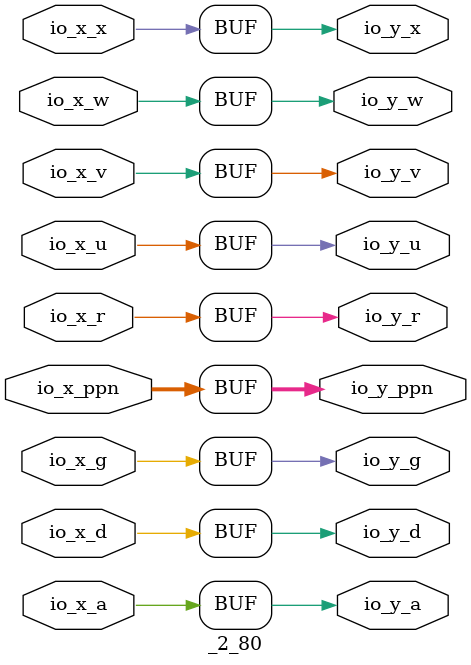
<source format=v>
module PTW( // @[:freechips.rocketchip.system.DefaultRV32Config.fir@145049.2]
  input         clock, // @[:freechips.rocketchip.system.DefaultRV32Config.fir@145050.4]
  input         reset, // @[:freechips.rocketchip.system.DefaultRV32Config.fir@145051.4]
  output        io_requestor_0_req_ready, // @[:freechips.rocketchip.system.DefaultRV32Config.fir@145052.4]
  input         io_requestor_0_req_valid, // @[:freechips.rocketchip.system.DefaultRV32Config.fir@145052.4]
  input  [19:0] io_requestor_0_req_bits_bits_addr, // @[:freechips.rocketchip.system.DefaultRV32Config.fir@145052.4]
  output        io_requestor_0_resp_valid, // @[:freechips.rocketchip.system.DefaultRV32Config.fir@145052.4]
  output        io_requestor_0_resp_bits_ae, // @[:freechips.rocketchip.system.DefaultRV32Config.fir@145052.4]
  output [53:0] io_requestor_0_resp_bits_pte_ppn, // @[:freechips.rocketchip.system.DefaultRV32Config.fir@145052.4]
  output        io_requestor_0_resp_bits_pte_d, // @[:freechips.rocketchip.system.DefaultRV32Config.fir@145052.4]
  output        io_requestor_0_resp_bits_pte_a, // @[:freechips.rocketchip.system.DefaultRV32Config.fir@145052.4]
  output        io_requestor_0_resp_bits_pte_g, // @[:freechips.rocketchip.system.DefaultRV32Config.fir@145052.4]
  output        io_requestor_0_resp_bits_pte_u, // @[:freechips.rocketchip.system.DefaultRV32Config.fir@145052.4]
  output        io_requestor_0_resp_bits_pte_x, // @[:freechips.rocketchip.system.DefaultRV32Config.fir@145052.4]
  output        io_requestor_0_resp_bits_pte_w, // @[:freechips.rocketchip.system.DefaultRV32Config.fir@145052.4]
  output        io_requestor_0_resp_bits_pte_r, // @[:freechips.rocketchip.system.DefaultRV32Config.fir@145052.4]
  output        io_requestor_0_resp_bits_pte_v, // @[:freechips.rocketchip.system.DefaultRV32Config.fir@145052.4]
  output        io_requestor_0_resp_bits_level, // @[:freechips.rocketchip.system.DefaultRV32Config.fir@145052.4]
  output        io_requestor_0_resp_bits_homogeneous, // @[:freechips.rocketchip.system.DefaultRV32Config.fir@145052.4]
  output        io_requestor_0_ptbr_mode, // @[:freechips.rocketchip.system.DefaultRV32Config.fir@145052.4]
  output        io_requestor_0_status_debug, // @[:freechips.rocketchip.system.DefaultRV32Config.fir@145052.4]
  output [1:0]  io_requestor_0_status_dprv, // @[:freechips.rocketchip.system.DefaultRV32Config.fir@145052.4]
  output        io_requestor_0_status_mxr, // @[:freechips.rocketchip.system.DefaultRV32Config.fir@145052.4]
  output        io_requestor_0_status_sum, // @[:freechips.rocketchip.system.DefaultRV32Config.fir@145052.4]
  output        io_requestor_0_pmp_0_cfg_l, // @[:freechips.rocketchip.system.DefaultRV32Config.fir@145052.4]
  output [1:0]  io_requestor_0_pmp_0_cfg_a, // @[:freechips.rocketchip.system.DefaultRV32Config.fir@145052.4]
  output        io_requestor_0_pmp_0_cfg_x, // @[:freechips.rocketchip.system.DefaultRV32Config.fir@145052.4]
  output        io_requestor_0_pmp_0_cfg_w, // @[:freechips.rocketchip.system.DefaultRV32Config.fir@145052.4]
  output        io_requestor_0_pmp_0_cfg_r, // @[:freechips.rocketchip.system.DefaultRV32Config.fir@145052.4]
  output [29:0] io_requestor_0_pmp_0_addr, // @[:freechips.rocketchip.system.DefaultRV32Config.fir@145052.4]
  output [31:0] io_requestor_0_pmp_0_mask, // @[:freechips.rocketchip.system.DefaultRV32Config.fir@145052.4]
  output        io_requestor_0_pmp_1_cfg_l, // @[:freechips.rocketchip.system.DefaultRV32Config.fir@145052.4]
  output [1:0]  io_requestor_0_pmp_1_cfg_a, // @[:freechips.rocketchip.system.DefaultRV32Config.fir@145052.4]
  output        io_requestor_0_pmp_1_cfg_x, // @[:freechips.rocketchip.system.DefaultRV32Config.fir@145052.4]
  output        io_requestor_0_pmp_1_cfg_w, // @[:freechips.rocketchip.system.DefaultRV32Config.fir@145052.4]
  output        io_requestor_0_pmp_1_cfg_r, // @[:freechips.rocketchip.system.DefaultRV32Config.fir@145052.4]
  output [29:0] io_requestor_0_pmp_1_addr, // @[:freechips.rocketchip.system.DefaultRV32Config.fir@145052.4]
  output [31:0] io_requestor_0_pmp_1_mask, // @[:freechips.rocketchip.system.DefaultRV32Config.fir@145052.4]
  output        io_requestor_0_pmp_2_cfg_l, // @[:freechips.rocketchip.system.DefaultRV32Config.fir@145052.4]
  output [1:0]  io_requestor_0_pmp_2_cfg_a, // @[:freechips.rocketchip.system.DefaultRV32Config.fir@145052.4]
  output        io_requestor_0_pmp_2_cfg_x, // @[:freechips.rocketchip.system.DefaultRV32Config.fir@145052.4]
  output        io_requestor_0_pmp_2_cfg_w, // @[:freechips.rocketchip.system.DefaultRV32Config.fir@145052.4]
  output        io_requestor_0_pmp_2_cfg_r, // @[:freechips.rocketchip.system.DefaultRV32Config.fir@145052.4]
  output [29:0] io_requestor_0_pmp_2_addr, // @[:freechips.rocketchip.system.DefaultRV32Config.fir@145052.4]
  output [31:0] io_requestor_0_pmp_2_mask, // @[:freechips.rocketchip.system.DefaultRV32Config.fir@145052.4]
  output        io_requestor_0_pmp_3_cfg_l, // @[:freechips.rocketchip.system.DefaultRV32Config.fir@145052.4]
  output [1:0]  io_requestor_0_pmp_3_cfg_a, // @[:freechips.rocketchip.system.DefaultRV32Config.fir@145052.4]
  output        io_requestor_0_pmp_3_cfg_x, // @[:freechips.rocketchip.system.DefaultRV32Config.fir@145052.4]
  output        io_requestor_0_pmp_3_cfg_w, // @[:freechips.rocketchip.system.DefaultRV32Config.fir@145052.4]
  output        io_requestor_0_pmp_3_cfg_r, // @[:freechips.rocketchip.system.DefaultRV32Config.fir@145052.4]
  output [29:0] io_requestor_0_pmp_3_addr, // @[:freechips.rocketchip.system.DefaultRV32Config.fir@145052.4]
  output [31:0] io_requestor_0_pmp_3_mask, // @[:freechips.rocketchip.system.DefaultRV32Config.fir@145052.4]
  output        io_requestor_0_pmp_4_cfg_l, // @[:freechips.rocketchip.system.DefaultRV32Config.fir@145052.4]
  output [1:0]  io_requestor_0_pmp_4_cfg_a, // @[:freechips.rocketchip.system.DefaultRV32Config.fir@145052.4]
  output        io_requestor_0_pmp_4_cfg_x, // @[:freechips.rocketchip.system.DefaultRV32Config.fir@145052.4]
  output        io_requestor_0_pmp_4_cfg_w, // @[:freechips.rocketchip.system.DefaultRV32Config.fir@145052.4]
  output        io_requestor_0_pmp_4_cfg_r, // @[:freechips.rocketchip.system.DefaultRV32Config.fir@145052.4]
  output [29:0] io_requestor_0_pmp_4_addr, // @[:freechips.rocketchip.system.DefaultRV32Config.fir@145052.4]
  output [31:0] io_requestor_0_pmp_4_mask, // @[:freechips.rocketchip.system.DefaultRV32Config.fir@145052.4]
  output        io_requestor_0_pmp_5_cfg_l, // @[:freechips.rocketchip.system.DefaultRV32Config.fir@145052.4]
  output [1:0]  io_requestor_0_pmp_5_cfg_a, // @[:freechips.rocketchip.system.DefaultRV32Config.fir@145052.4]
  output        io_requestor_0_pmp_5_cfg_x, // @[:freechips.rocketchip.system.DefaultRV32Config.fir@145052.4]
  output        io_requestor_0_pmp_5_cfg_w, // @[:freechips.rocketchip.system.DefaultRV32Config.fir@145052.4]
  output        io_requestor_0_pmp_5_cfg_r, // @[:freechips.rocketchip.system.DefaultRV32Config.fir@145052.4]
  output [29:0] io_requestor_0_pmp_5_addr, // @[:freechips.rocketchip.system.DefaultRV32Config.fir@145052.4]
  output [31:0] io_requestor_0_pmp_5_mask, // @[:freechips.rocketchip.system.DefaultRV32Config.fir@145052.4]
  output        io_requestor_0_pmp_6_cfg_l, // @[:freechips.rocketchip.system.DefaultRV32Config.fir@145052.4]
  output [1:0]  io_requestor_0_pmp_6_cfg_a, // @[:freechips.rocketchip.system.DefaultRV32Config.fir@145052.4]
  output        io_requestor_0_pmp_6_cfg_x, // @[:freechips.rocketchip.system.DefaultRV32Config.fir@145052.4]
  output        io_requestor_0_pmp_6_cfg_w, // @[:freechips.rocketchip.system.DefaultRV32Config.fir@145052.4]
  output        io_requestor_0_pmp_6_cfg_r, // @[:freechips.rocketchip.system.DefaultRV32Config.fir@145052.4]
  output [29:0] io_requestor_0_pmp_6_addr, // @[:freechips.rocketchip.system.DefaultRV32Config.fir@145052.4]
  output [31:0] io_requestor_0_pmp_6_mask, // @[:freechips.rocketchip.system.DefaultRV32Config.fir@145052.4]
  output        io_requestor_0_pmp_7_cfg_l, // @[:freechips.rocketchip.system.DefaultRV32Config.fir@145052.4]
  output [1:0]  io_requestor_0_pmp_7_cfg_a, // @[:freechips.rocketchip.system.DefaultRV32Config.fir@145052.4]
  output        io_requestor_0_pmp_7_cfg_x, // @[:freechips.rocketchip.system.DefaultRV32Config.fir@145052.4]
  output        io_requestor_0_pmp_7_cfg_w, // @[:freechips.rocketchip.system.DefaultRV32Config.fir@145052.4]
  output        io_requestor_0_pmp_7_cfg_r, // @[:freechips.rocketchip.system.DefaultRV32Config.fir@145052.4]
  output [29:0] io_requestor_0_pmp_7_addr, // @[:freechips.rocketchip.system.DefaultRV32Config.fir@145052.4]
  output [31:0] io_requestor_0_pmp_7_mask, // @[:freechips.rocketchip.system.DefaultRV32Config.fir@145052.4]
  output        io_requestor_1_req_ready, // @[:freechips.rocketchip.system.DefaultRV32Config.fir@145052.4]
  input         io_requestor_1_req_valid, // @[:freechips.rocketchip.system.DefaultRV32Config.fir@145052.4]
  input         io_requestor_1_req_bits_valid, // @[:freechips.rocketchip.system.DefaultRV32Config.fir@145052.4]
  input  [19:0] io_requestor_1_req_bits_bits_addr, // @[:freechips.rocketchip.system.DefaultRV32Config.fir@145052.4]
  output        io_requestor_1_resp_valid, // @[:freechips.rocketchip.system.DefaultRV32Config.fir@145052.4]
  output        io_requestor_1_resp_bits_ae, // @[:freechips.rocketchip.system.DefaultRV32Config.fir@145052.4]
  output [53:0] io_requestor_1_resp_bits_pte_ppn, // @[:freechips.rocketchip.system.DefaultRV32Config.fir@145052.4]
  output        io_requestor_1_resp_bits_pte_d, // @[:freechips.rocketchip.system.DefaultRV32Config.fir@145052.4]
  output        io_requestor_1_resp_bits_pte_a, // @[:freechips.rocketchip.system.DefaultRV32Config.fir@145052.4]
  output        io_requestor_1_resp_bits_pte_g, // @[:freechips.rocketchip.system.DefaultRV32Config.fir@145052.4]
  output        io_requestor_1_resp_bits_pte_u, // @[:freechips.rocketchip.system.DefaultRV32Config.fir@145052.4]
  output        io_requestor_1_resp_bits_pte_x, // @[:freechips.rocketchip.system.DefaultRV32Config.fir@145052.4]
  output        io_requestor_1_resp_bits_pte_w, // @[:freechips.rocketchip.system.DefaultRV32Config.fir@145052.4]
  output        io_requestor_1_resp_bits_pte_r, // @[:freechips.rocketchip.system.DefaultRV32Config.fir@145052.4]
  output        io_requestor_1_resp_bits_pte_v, // @[:freechips.rocketchip.system.DefaultRV32Config.fir@145052.4]
  output        io_requestor_1_resp_bits_level, // @[:freechips.rocketchip.system.DefaultRV32Config.fir@145052.4]
  output        io_requestor_1_resp_bits_homogeneous, // @[:freechips.rocketchip.system.DefaultRV32Config.fir@145052.4]
  output        io_requestor_1_ptbr_mode, // @[:freechips.rocketchip.system.DefaultRV32Config.fir@145052.4]
  output        io_requestor_1_status_debug, // @[:freechips.rocketchip.system.DefaultRV32Config.fir@145052.4]
  output [1:0]  io_requestor_1_status_prv, // @[:freechips.rocketchip.system.DefaultRV32Config.fir@145052.4]
  output        io_requestor_1_pmp_0_cfg_l, // @[:freechips.rocketchip.system.DefaultRV32Config.fir@145052.4]
  output [1:0]  io_requestor_1_pmp_0_cfg_a, // @[:freechips.rocketchip.system.DefaultRV32Config.fir@145052.4]
  output        io_requestor_1_pmp_0_cfg_x, // @[:freechips.rocketchip.system.DefaultRV32Config.fir@145052.4]
  output        io_requestor_1_pmp_0_cfg_w, // @[:freechips.rocketchip.system.DefaultRV32Config.fir@145052.4]
  output        io_requestor_1_pmp_0_cfg_r, // @[:freechips.rocketchip.system.DefaultRV32Config.fir@145052.4]
  output [29:0] io_requestor_1_pmp_0_addr, // @[:freechips.rocketchip.system.DefaultRV32Config.fir@145052.4]
  output [31:0] io_requestor_1_pmp_0_mask, // @[:freechips.rocketchip.system.DefaultRV32Config.fir@145052.4]
  output        io_requestor_1_pmp_1_cfg_l, // @[:freechips.rocketchip.system.DefaultRV32Config.fir@145052.4]
  output [1:0]  io_requestor_1_pmp_1_cfg_a, // @[:freechips.rocketchip.system.DefaultRV32Config.fir@145052.4]
  output        io_requestor_1_pmp_1_cfg_x, // @[:freechips.rocketchip.system.DefaultRV32Config.fir@145052.4]
  output        io_requestor_1_pmp_1_cfg_w, // @[:freechips.rocketchip.system.DefaultRV32Config.fir@145052.4]
  output        io_requestor_1_pmp_1_cfg_r, // @[:freechips.rocketchip.system.DefaultRV32Config.fir@145052.4]
  output [29:0] io_requestor_1_pmp_1_addr, // @[:freechips.rocketchip.system.DefaultRV32Config.fir@145052.4]
  output [31:0] io_requestor_1_pmp_1_mask, // @[:freechips.rocketchip.system.DefaultRV32Config.fir@145052.4]
  output        io_requestor_1_pmp_2_cfg_l, // @[:freechips.rocketchip.system.DefaultRV32Config.fir@145052.4]
  output [1:0]  io_requestor_1_pmp_2_cfg_a, // @[:freechips.rocketchip.system.DefaultRV32Config.fir@145052.4]
  output        io_requestor_1_pmp_2_cfg_x, // @[:freechips.rocketchip.system.DefaultRV32Config.fir@145052.4]
  output        io_requestor_1_pmp_2_cfg_w, // @[:freechips.rocketchip.system.DefaultRV32Config.fir@145052.4]
  output        io_requestor_1_pmp_2_cfg_r, // @[:freechips.rocketchip.system.DefaultRV32Config.fir@145052.4]
  output [29:0] io_requestor_1_pmp_2_addr, // @[:freechips.rocketchip.system.DefaultRV32Config.fir@145052.4]
  output [31:0] io_requestor_1_pmp_2_mask, // @[:freechips.rocketchip.system.DefaultRV32Config.fir@145052.4]
  output        io_requestor_1_pmp_3_cfg_l, // @[:freechips.rocketchip.system.DefaultRV32Config.fir@145052.4]
  output [1:0]  io_requestor_1_pmp_3_cfg_a, // @[:freechips.rocketchip.system.DefaultRV32Config.fir@145052.4]
  output        io_requestor_1_pmp_3_cfg_x, // @[:freechips.rocketchip.system.DefaultRV32Config.fir@145052.4]
  output        io_requestor_1_pmp_3_cfg_w, // @[:freechips.rocketchip.system.DefaultRV32Config.fir@145052.4]
  output        io_requestor_1_pmp_3_cfg_r, // @[:freechips.rocketchip.system.DefaultRV32Config.fir@145052.4]
  output [29:0] io_requestor_1_pmp_3_addr, // @[:freechips.rocketchip.system.DefaultRV32Config.fir@145052.4]
  output [31:0] io_requestor_1_pmp_3_mask, // @[:freechips.rocketchip.system.DefaultRV32Config.fir@145052.4]
  output        io_requestor_1_pmp_4_cfg_l, // @[:freechips.rocketchip.system.DefaultRV32Config.fir@145052.4]
  output [1:0]  io_requestor_1_pmp_4_cfg_a, // @[:freechips.rocketchip.system.DefaultRV32Config.fir@145052.4]
  output        io_requestor_1_pmp_4_cfg_x, // @[:freechips.rocketchip.system.DefaultRV32Config.fir@145052.4]
  output        io_requestor_1_pmp_4_cfg_w, // @[:freechips.rocketchip.system.DefaultRV32Config.fir@145052.4]
  output        io_requestor_1_pmp_4_cfg_r, // @[:freechips.rocketchip.system.DefaultRV32Config.fir@145052.4]
  output [29:0] io_requestor_1_pmp_4_addr, // @[:freechips.rocketchip.system.DefaultRV32Config.fir@145052.4]
  output [31:0] io_requestor_1_pmp_4_mask, // @[:freechips.rocketchip.system.DefaultRV32Config.fir@145052.4]
  output        io_requestor_1_pmp_5_cfg_l, // @[:freechips.rocketchip.system.DefaultRV32Config.fir@145052.4]
  output [1:0]  io_requestor_1_pmp_5_cfg_a, // @[:freechips.rocketchip.system.DefaultRV32Config.fir@145052.4]
  output        io_requestor_1_pmp_5_cfg_x, // @[:freechips.rocketchip.system.DefaultRV32Config.fir@145052.4]
  output        io_requestor_1_pmp_5_cfg_w, // @[:freechips.rocketchip.system.DefaultRV32Config.fir@145052.4]
  output        io_requestor_1_pmp_5_cfg_r, // @[:freechips.rocketchip.system.DefaultRV32Config.fir@145052.4]
  output [29:0] io_requestor_1_pmp_5_addr, // @[:freechips.rocketchip.system.DefaultRV32Config.fir@145052.4]
  output [31:0] io_requestor_1_pmp_5_mask, // @[:freechips.rocketchip.system.DefaultRV32Config.fir@145052.4]
  output        io_requestor_1_pmp_6_cfg_l, // @[:freechips.rocketchip.system.DefaultRV32Config.fir@145052.4]
  output [1:0]  io_requestor_1_pmp_6_cfg_a, // @[:freechips.rocketchip.system.DefaultRV32Config.fir@145052.4]
  output        io_requestor_1_pmp_6_cfg_x, // @[:freechips.rocketchip.system.DefaultRV32Config.fir@145052.4]
  output        io_requestor_1_pmp_6_cfg_w, // @[:freechips.rocketchip.system.DefaultRV32Config.fir@145052.4]
  output        io_requestor_1_pmp_6_cfg_r, // @[:freechips.rocketchip.system.DefaultRV32Config.fir@145052.4]
  output [29:0] io_requestor_1_pmp_6_addr, // @[:freechips.rocketchip.system.DefaultRV32Config.fir@145052.4]
  output [31:0] io_requestor_1_pmp_6_mask, // @[:freechips.rocketchip.system.DefaultRV32Config.fir@145052.4]
  output        io_requestor_1_pmp_7_cfg_l, // @[:freechips.rocketchip.system.DefaultRV32Config.fir@145052.4]
  output [1:0]  io_requestor_1_pmp_7_cfg_a, // @[:freechips.rocketchip.system.DefaultRV32Config.fir@145052.4]
  output        io_requestor_1_pmp_7_cfg_x, // @[:freechips.rocketchip.system.DefaultRV32Config.fir@145052.4]
  output        io_requestor_1_pmp_7_cfg_w, // @[:freechips.rocketchip.system.DefaultRV32Config.fir@145052.4]
  output        io_requestor_1_pmp_7_cfg_r, // @[:freechips.rocketchip.system.DefaultRV32Config.fir@145052.4]
  output [29:0] io_requestor_1_pmp_7_addr, // @[:freechips.rocketchip.system.DefaultRV32Config.fir@145052.4]
  output [31:0] io_requestor_1_pmp_7_mask, // @[:freechips.rocketchip.system.DefaultRV32Config.fir@145052.4]
  input         io_mem_req_ready, // @[:freechips.rocketchip.system.DefaultRV32Config.fir@145052.4]
  output        io_mem_req_valid, // @[:freechips.rocketchip.system.DefaultRV32Config.fir@145052.4]
  output [31:0] io_mem_req_bits_addr, // @[:freechips.rocketchip.system.DefaultRV32Config.fir@145052.4]
  output        io_mem_s1_kill, // @[:freechips.rocketchip.system.DefaultRV32Config.fir@145052.4]
  input         io_mem_s2_nack, // @[:freechips.rocketchip.system.DefaultRV32Config.fir@145052.4]
  input         io_mem_resp_valid, // @[:freechips.rocketchip.system.DefaultRV32Config.fir@145052.4]
  input  [31:0] io_mem_resp_bits_data, // @[:freechips.rocketchip.system.DefaultRV32Config.fir@145052.4]
  input         io_mem_s2_xcpt_ae_ld, // @[:freechips.rocketchip.system.DefaultRV32Config.fir@145052.4]
  input         io_dpath_ptbr_mode, // @[:freechips.rocketchip.system.DefaultRV32Config.fir@145052.4]
  input  [21:0] io_dpath_ptbr_ppn, // @[:freechips.rocketchip.system.DefaultRV32Config.fir@145052.4]
  input         io_dpath_sfence_valid, // @[:freechips.rocketchip.system.DefaultRV32Config.fir@145052.4]
  input         io_dpath_sfence_bits_rs1, // @[:freechips.rocketchip.system.DefaultRV32Config.fir@145052.4]
  input         io_dpath_status_debug, // @[:freechips.rocketchip.system.DefaultRV32Config.fir@145052.4]
  input  [1:0]  io_dpath_status_dprv, // @[:freechips.rocketchip.system.DefaultRV32Config.fir@145052.4]
  input  [1:0]  io_dpath_status_prv, // @[:freechips.rocketchip.system.DefaultRV32Config.fir@145052.4]
  input         io_dpath_status_mxr, // @[:freechips.rocketchip.system.DefaultRV32Config.fir@145052.4]
  input         io_dpath_status_sum, // @[:freechips.rocketchip.system.DefaultRV32Config.fir@145052.4]
  input         io_dpath_pmp_0_cfg_l, // @[:freechips.rocketchip.system.DefaultRV32Config.fir@145052.4]
  input  [1:0]  io_dpath_pmp_0_cfg_a, // @[:freechips.rocketchip.system.DefaultRV32Config.fir@145052.4]
  input         io_dpath_pmp_0_cfg_x, // @[:freechips.rocketchip.system.DefaultRV32Config.fir@145052.4]
  input         io_dpath_pmp_0_cfg_w, // @[:freechips.rocketchip.system.DefaultRV32Config.fir@145052.4]
  input         io_dpath_pmp_0_cfg_r, // @[:freechips.rocketchip.system.DefaultRV32Config.fir@145052.4]
  input  [29:0] io_dpath_pmp_0_addr, // @[:freechips.rocketchip.system.DefaultRV32Config.fir@145052.4]
  input  [31:0] io_dpath_pmp_0_mask, // @[:freechips.rocketchip.system.DefaultRV32Config.fir@145052.4]
  input         io_dpath_pmp_1_cfg_l, // @[:freechips.rocketchip.system.DefaultRV32Config.fir@145052.4]
  input  [1:0]  io_dpath_pmp_1_cfg_a, // @[:freechips.rocketchip.system.DefaultRV32Config.fir@145052.4]
  input         io_dpath_pmp_1_cfg_x, // @[:freechips.rocketchip.system.DefaultRV32Config.fir@145052.4]
  input         io_dpath_pmp_1_cfg_w, // @[:freechips.rocketchip.system.DefaultRV32Config.fir@145052.4]
  input         io_dpath_pmp_1_cfg_r, // @[:freechips.rocketchip.system.DefaultRV32Config.fir@145052.4]
  input  [29:0] io_dpath_pmp_1_addr, // @[:freechips.rocketchip.system.DefaultRV32Config.fir@145052.4]
  input  [31:0] io_dpath_pmp_1_mask, // @[:freechips.rocketchip.system.DefaultRV32Config.fir@145052.4]
  input         io_dpath_pmp_2_cfg_l, // @[:freechips.rocketchip.system.DefaultRV32Config.fir@145052.4]
  input  [1:0]  io_dpath_pmp_2_cfg_a, // @[:freechips.rocketchip.system.DefaultRV32Config.fir@145052.4]
  input         io_dpath_pmp_2_cfg_x, // @[:freechips.rocketchip.system.DefaultRV32Config.fir@145052.4]
  input         io_dpath_pmp_2_cfg_w, // @[:freechips.rocketchip.system.DefaultRV32Config.fir@145052.4]
  input         io_dpath_pmp_2_cfg_r, // @[:freechips.rocketchip.system.DefaultRV32Config.fir@145052.4]
  input  [29:0] io_dpath_pmp_2_addr, // @[:freechips.rocketchip.system.DefaultRV32Config.fir@145052.4]
  input  [31:0] io_dpath_pmp_2_mask, // @[:freechips.rocketchip.system.DefaultRV32Config.fir@145052.4]
  input         io_dpath_pmp_3_cfg_l, // @[:freechips.rocketchip.system.DefaultRV32Config.fir@145052.4]
  input  [1:0]  io_dpath_pmp_3_cfg_a, // @[:freechips.rocketchip.system.DefaultRV32Config.fir@145052.4]
  input         io_dpath_pmp_3_cfg_x, // @[:freechips.rocketchip.system.DefaultRV32Config.fir@145052.4]
  input         io_dpath_pmp_3_cfg_w, // @[:freechips.rocketchip.system.DefaultRV32Config.fir@145052.4]
  input         io_dpath_pmp_3_cfg_r, // @[:freechips.rocketchip.system.DefaultRV32Config.fir@145052.4]
  input  [29:0] io_dpath_pmp_3_addr, // @[:freechips.rocketchip.system.DefaultRV32Config.fir@145052.4]
  input  [31:0] io_dpath_pmp_3_mask, // @[:freechips.rocketchip.system.DefaultRV32Config.fir@145052.4]
  input         io_dpath_pmp_4_cfg_l, // @[:freechips.rocketchip.system.DefaultRV32Config.fir@145052.4]
  input  [1:0]  io_dpath_pmp_4_cfg_a, // @[:freechips.rocketchip.system.DefaultRV32Config.fir@145052.4]
  input         io_dpath_pmp_4_cfg_x, // @[:freechips.rocketchip.system.DefaultRV32Config.fir@145052.4]
  input         io_dpath_pmp_4_cfg_w, // @[:freechips.rocketchip.system.DefaultRV32Config.fir@145052.4]
  input         io_dpath_pmp_4_cfg_r, // @[:freechips.rocketchip.system.DefaultRV32Config.fir@145052.4]
  input  [29:0] io_dpath_pmp_4_addr, // @[:freechips.rocketchip.system.DefaultRV32Config.fir@145052.4]
  input  [31:0] io_dpath_pmp_4_mask, // @[:freechips.rocketchip.system.DefaultRV32Config.fir@145052.4]
  input         io_dpath_pmp_5_cfg_l, // @[:freechips.rocketchip.system.DefaultRV32Config.fir@145052.4]
  input  [1:0]  io_dpath_pmp_5_cfg_a, // @[:freechips.rocketchip.system.DefaultRV32Config.fir@145052.4]
  input         io_dpath_pmp_5_cfg_x, // @[:freechips.rocketchip.system.DefaultRV32Config.fir@145052.4]
  input         io_dpath_pmp_5_cfg_w, // @[:freechips.rocketchip.system.DefaultRV32Config.fir@145052.4]
  input         io_dpath_pmp_5_cfg_r, // @[:freechips.rocketchip.system.DefaultRV32Config.fir@145052.4]
  input  [29:0] io_dpath_pmp_5_addr, // @[:freechips.rocketchip.system.DefaultRV32Config.fir@145052.4]
  input  [31:0] io_dpath_pmp_5_mask, // @[:freechips.rocketchip.system.DefaultRV32Config.fir@145052.4]
  input         io_dpath_pmp_6_cfg_l, // @[:freechips.rocketchip.system.DefaultRV32Config.fir@145052.4]
  input  [1:0]  io_dpath_pmp_6_cfg_a, // @[:freechips.rocketchip.system.DefaultRV32Config.fir@145052.4]
  input         io_dpath_pmp_6_cfg_x, // @[:freechips.rocketchip.system.DefaultRV32Config.fir@145052.4]
  input         io_dpath_pmp_6_cfg_w, // @[:freechips.rocketchip.system.DefaultRV32Config.fir@145052.4]
  input         io_dpath_pmp_6_cfg_r, // @[:freechips.rocketchip.system.DefaultRV32Config.fir@145052.4]
  input  [29:0] io_dpath_pmp_6_addr, // @[:freechips.rocketchip.system.DefaultRV32Config.fir@145052.4]
  input  [31:0] io_dpath_pmp_6_mask, // @[:freechips.rocketchip.system.DefaultRV32Config.fir@145052.4]
  input         io_dpath_pmp_7_cfg_l, // @[:freechips.rocketchip.system.DefaultRV32Config.fir@145052.4]
  input  [1:0]  io_dpath_pmp_7_cfg_a, // @[:freechips.rocketchip.system.DefaultRV32Config.fir@145052.4]
  input         io_dpath_pmp_7_cfg_x, // @[:freechips.rocketchip.system.DefaultRV32Config.fir@145052.4]
  input         io_dpath_pmp_7_cfg_w, // @[:freechips.rocketchip.system.DefaultRV32Config.fir@145052.4]
  input         io_dpath_pmp_7_cfg_r, // @[:freechips.rocketchip.system.DefaultRV32Config.fir@145052.4]
  input  [29:0] io_dpath_pmp_7_addr, // @[:freechips.rocketchip.system.DefaultRV32Config.fir@145052.4]
  input  [31:0] io_dpath_pmp_7_mask // @[:freechips.rocketchip.system.DefaultRV32Config.fir@145052.4]
);
  wire  arb_clock; // @[PTW.scala 88:19:freechips.rocketchip.system.DefaultRV32Config.fir@145058.4]
  wire  arb_io_in_0_ready; // @[PTW.scala 88:19:freechips.rocketchip.system.DefaultRV32Config.fir@145058.4]
  wire  arb_io_in_0_valid; // @[PTW.scala 88:19:freechips.rocketchip.system.DefaultRV32Config.fir@145058.4]
  wire [19:0] arb_io_in_0_bits_bits_addr; // @[PTW.scala 88:19:freechips.rocketchip.system.DefaultRV32Config.fir@145058.4]
  wire  arb_io_in_1_ready; // @[PTW.scala 88:19:freechips.rocketchip.system.DefaultRV32Config.fir@145058.4]
  wire  arb_io_in_1_valid; // @[PTW.scala 88:19:freechips.rocketchip.system.DefaultRV32Config.fir@145058.4]
  wire  arb_io_in_1_bits_valid; // @[PTW.scala 88:19:freechips.rocketchip.system.DefaultRV32Config.fir@145058.4]
  wire [19:0] arb_io_in_1_bits_bits_addr; // @[PTW.scala 88:19:freechips.rocketchip.system.DefaultRV32Config.fir@145058.4]
  wire  arb_io_out_ready; // @[PTW.scala 88:19:freechips.rocketchip.system.DefaultRV32Config.fir@145058.4]
  wire  arb_io_out_valid; // @[PTW.scala 88:19:freechips.rocketchip.system.DefaultRV32Config.fir@145058.4]
  wire  arb_io_out_bits_valid; // @[PTW.scala 88:19:freechips.rocketchip.system.DefaultRV32Config.fir@145058.4]
  wire [19:0] arb_io_out_bits_bits_addr; // @[PTW.scala 88:19:freechips.rocketchip.system.DefaultRV32Config.fir@145058.4]
  wire  arb_io_chosen; // @[PTW.scala 88:19:freechips.rocketchip.system.DefaultRV32Config.fir@145058.4]
  wire [2:0] _2_io_x; // @[package.scala 213:21:freechips.rocketchip.system.DefaultRV32Config.fir@145944.4]
  wire [2:0] _2_io_y; // @[package.scala 213:21:freechips.rocketchip.system.DefaultRV32Config.fir@145944.4]
  wire [53:0] _2_1_io_x_ppn; // @[package.scala 213:21:freechips.rocketchip.system.DefaultRV32Config.fir@146031.4]
  wire  _2_1_io_x_d; // @[package.scala 213:21:freechips.rocketchip.system.DefaultRV32Config.fir@146031.4]
  wire  _2_1_io_x_a; // @[package.scala 213:21:freechips.rocketchip.system.DefaultRV32Config.fir@146031.4]
  wire  _2_1_io_x_g; // @[package.scala 213:21:freechips.rocketchip.system.DefaultRV32Config.fir@146031.4]
  wire  _2_1_io_x_u; // @[package.scala 213:21:freechips.rocketchip.system.DefaultRV32Config.fir@146031.4]
  wire  _2_1_io_x_x; // @[package.scala 213:21:freechips.rocketchip.system.DefaultRV32Config.fir@146031.4]
  wire  _2_1_io_x_w; // @[package.scala 213:21:freechips.rocketchip.system.DefaultRV32Config.fir@146031.4]
  wire  _2_1_io_x_r; // @[package.scala 213:21:freechips.rocketchip.system.DefaultRV32Config.fir@146031.4]
  wire  _2_1_io_x_v; // @[package.scala 213:21:freechips.rocketchip.system.DefaultRV32Config.fir@146031.4]
  wire [53:0] _2_1_io_y_ppn; // @[package.scala 213:21:freechips.rocketchip.system.DefaultRV32Config.fir@146031.4]
  wire  _2_1_io_y_d; // @[package.scala 213:21:freechips.rocketchip.system.DefaultRV32Config.fir@146031.4]
  wire  _2_1_io_y_a; // @[package.scala 213:21:freechips.rocketchip.system.DefaultRV32Config.fir@146031.4]
  wire  _2_1_io_y_g; // @[package.scala 213:21:freechips.rocketchip.system.DefaultRV32Config.fir@146031.4]
  wire  _2_1_io_y_u; // @[package.scala 213:21:freechips.rocketchip.system.DefaultRV32Config.fir@146031.4]
  wire  _2_1_io_y_x; // @[package.scala 213:21:freechips.rocketchip.system.DefaultRV32Config.fir@146031.4]
  wire  _2_1_io_y_w; // @[package.scala 213:21:freechips.rocketchip.system.DefaultRV32Config.fir@146031.4]
  wire  _2_1_io_y_r; // @[package.scala 213:21:freechips.rocketchip.system.DefaultRV32Config.fir@146031.4]
  wire  _2_1_io_y_v; // @[package.scala 213:21:freechips.rocketchip.system.DefaultRV32Config.fir@146031.4]
  reg [2:0] state; // @[PTW.scala 86:18:freechips.rocketchip.system.DefaultRV32Config.fir@145057.4]
  reg [31:0] _RAND_0;
  reg  resp_valid_0; // @[PTW.scala 92:23:freechips.rocketchip.system.DefaultRV32Config.fir@145070.4]
  reg [31:0] _RAND_1;
  reg  resp_valid_1; // @[PTW.scala 92:23:freechips.rocketchip.system.DefaultRV32Config.fir@145070.4]
  reg [31:0] _RAND_2;
  wire  _T_2; // @[PTW.scala 94:24:freechips.rocketchip.system.DefaultRV32Config.fir@145072.4]
  reg  invalidated; // @[PTW.scala 101:24:freechips.rocketchip.system.DefaultRV32Config.fir@145079.4]
  reg [31:0] _RAND_3;
  reg  count; // @[PTW.scala 102:18:freechips.rocketchip.system.DefaultRV32Config.fir@145080.4]
  reg [31:0] _RAND_4;
  reg  resp_ae; // @[PTW.scala 103:24:freechips.rocketchip.system.DefaultRV32Config.fir@145081.4]
  reg [31:0] _RAND_5;
  reg [19:0] r_req_addr; // @[PTW.scala 106:18:freechips.rocketchip.system.DefaultRV32Config.fir@145085.4]
  reg [31:0] _RAND_6;
  reg  r_req_dest; // @[PTW.scala 107:23:freechips.rocketchip.system.DefaultRV32Config.fir@145086.4]
  reg [31:0] _RAND_7;
  reg [53:0] r_pte_ppn; // @[PTW.scala 108:18:freechips.rocketchip.system.DefaultRV32Config.fir@145087.4]
  reg [63:0] _RAND_8;
  reg  r_pte_d; // @[PTW.scala 108:18:freechips.rocketchip.system.DefaultRV32Config.fir@145087.4]
  reg [31:0] _RAND_9;
  reg  r_pte_a; // @[PTW.scala 108:18:freechips.rocketchip.system.DefaultRV32Config.fir@145087.4]
  reg [31:0] _RAND_10;
  reg  r_pte_g; // @[PTW.scala 108:18:freechips.rocketchip.system.DefaultRV32Config.fir@145087.4]
  reg [31:0] _RAND_11;
  reg  r_pte_u; // @[PTW.scala 108:18:freechips.rocketchip.system.DefaultRV32Config.fir@145087.4]
  reg [31:0] _RAND_12;
  reg  r_pte_x; // @[PTW.scala 108:18:freechips.rocketchip.system.DefaultRV32Config.fir@145087.4]
  reg [31:0] _RAND_13;
  reg  r_pte_w; // @[PTW.scala 108:18:freechips.rocketchip.system.DefaultRV32Config.fir@145087.4]
  reg [31:0] _RAND_14;
  reg  r_pte_r; // @[PTW.scala 108:18:freechips.rocketchip.system.DefaultRV32Config.fir@145087.4]
  reg [31:0] _RAND_15;
  reg  r_pte_v; // @[PTW.scala 108:18:freechips.rocketchip.system.DefaultRV32Config.fir@145087.4]
  reg [31:0] _RAND_16;
  reg  mem_resp_valid; // @[PTW.scala 110:31:freechips.rocketchip.system.DefaultRV32Config.fir@145088.4]
  reg [31:0] _RAND_17;
  reg [31:0] mem_resp_data; // @[PTW.scala 111:30:freechips.rocketchip.system.DefaultRV32Config.fir@145090.4]
  reg [31:0] _RAND_18;
  wire [63:0] _T_7; // @[:freechips.rocketchip.system.DefaultRV32Config.fir@145094.4 :freechips.rocketchip.system.DefaultRV32Config.fir@145096.4]
  wire  tmp_v; // @[PTW.scala 122:33:freechips.rocketchip.system.DefaultRV32Config.fir@145097.4]
  wire  tmp_r; // @[PTW.scala 122:33:freechips.rocketchip.system.DefaultRV32Config.fir@145099.4]
  wire  tmp_w; // @[PTW.scala 122:33:freechips.rocketchip.system.DefaultRV32Config.fir@145101.4]
  wire  tmp_x; // @[PTW.scala 122:33:freechips.rocketchip.system.DefaultRV32Config.fir@145103.4]
  wire  tmp_u; // @[PTW.scala 122:33:freechips.rocketchip.system.DefaultRV32Config.fir@145105.4]
  wire  tmp_g; // @[PTW.scala 122:33:freechips.rocketchip.system.DefaultRV32Config.fir@145107.4]
  wire  tmp_a; // @[PTW.scala 122:33:freechips.rocketchip.system.DefaultRV32Config.fir@145109.4]
  wire  tmp_d; // @[PTW.scala 122:33:freechips.rocketchip.system.DefaultRV32Config.fir@145111.4]
  wire [53:0] tmp_ppn; // @[PTW.scala 122:33:freechips.rocketchip.system.DefaultRV32Config.fir@145115.4]
  wire [19:0] _T_18; // @[PTW.scala 124:23:freechips.rocketchip.system.DefaultRV32Config.fir@145120.4]
  wire  _T_19; // @[PTW.scala 125:17:freechips.rocketchip.system.DefaultRV32Config.fir@145122.4]
  wire  _T_20; // @[PTW.scala 125:26:freechips.rocketchip.system.DefaultRV32Config.fir@145123.4]
  wire  _T_21; // @[PTW.scala 128:21:freechips.rocketchip.system.DefaultRV32Config.fir@145125.6]
  wire [9:0] _T_22; // @[PTW.scala 128:36:freechips.rocketchip.system.DefaultRV32Config.fir@145126.6]
  wire  _T_23; // @[PTW.scala 128:95:freechips.rocketchip.system.DefaultRV32Config.fir@145127.6]
  wire  _T_24; // @[PTW.scala 128:26:freechips.rocketchip.system.DefaultRV32Config.fir@145128.6]
  wire  _GEN_0; // @[PTW.scala 128:102:freechips.rocketchip.system.DefaultRV32Config.fir@145129.6]
  wire  res_v; // @[PTW.scala 125:36:freechips.rocketchip.system.DefaultRV32Config.fir@145124.4]
  wire [33:0] _T_25; // @[PTW.scala 130:20:freechips.rocketchip.system.DefaultRV32Config.fir@145133.4]
  wire  invalid_paddr; // @[PTW.scala 130:32:freechips.rocketchip.system.DefaultRV32Config.fir@145134.4]
  wire  _T_26; // @[PTW.scala 67:36:freechips.rocketchip.system.DefaultRV32Config.fir@145135.4]
  wire  _T_27; // @[PTW.scala 67:33:freechips.rocketchip.system.DefaultRV32Config.fir@145136.4]
  wire  _T_28; // @[PTW.scala 67:42:freechips.rocketchip.system.DefaultRV32Config.fir@145137.4]
  wire  _T_29; // @[PTW.scala 67:39:freechips.rocketchip.system.DefaultRV32Config.fir@145138.4]
  wire  _T_30; // @[PTW.scala 67:48:freechips.rocketchip.system.DefaultRV32Config.fir@145139.4]
  wire  _T_31; // @[PTW.scala 67:45:freechips.rocketchip.system.DefaultRV32Config.fir@145140.4]
  wire  _T_32; // @[PTW.scala 132:33:freechips.rocketchip.system.DefaultRV32Config.fir@145141.4]
  wire  _T_33; // @[PTW.scala 132:30:freechips.rocketchip.system.DefaultRV32Config.fir@145142.4]
  wire  _T_34; // @[PTW.scala 132:57:freechips.rocketchip.system.DefaultRV32Config.fir@145143.4]
  wire  traverse; // @[PTW.scala 132:48:freechips.rocketchip.system.DefaultRV32Config.fir@145144.4]
  wire [9:0] vpn_idxs_0; // @[PTW.scala 134:60:freechips.rocketchip.system.DefaultRV32Config.fir@145145.4]
  wire [9:0] vpn_idxs_1; // @[PTW.scala 134:90:freechips.rocketchip.system.DefaultRV32Config.fir@145148.4]
  wire [9:0] vpn_idx; // @[package.scala 32:71:freechips.rocketchip.system.DefaultRV32Config.fir@145150.4]
  wire [63:0] _T_38; // @[Cat.scala 29:58:freechips.rocketchip.system.DefaultRV32Config.fir@145151.4]
  wire [65:0] pte_addr; // @[PTW.scala 136:29:freechips.rocketchip.system.DefaultRV32Config.fir@145152.4]
  wire [43:0] _T_39; // @[PTW.scala 139:69:freechips.rocketchip.system.DefaultRV32Config.fir@145153.4]
  wire [53:0] choices_0; // @[Cat.scala 29:58:freechips.rocketchip.system.DefaultRV32Config.fir@145155.4]
  wire  _T_41; // @[Decoupled.scala 40:37:freechips.rocketchip.system.DefaultRV32Config.fir@145156.4]
  reg [2:0] _T_42; // @[Replacement.scala 41:30:freechips.rocketchip.system.DefaultRV32Config.fir@145161.4]
  reg [31:0] _RAND_19;
  reg [3:0] valid; // @[PTW.scala 151:24:freechips.rocketchip.system.DefaultRV32Config.fir@145162.4]
  reg [31:0] _RAND_20;
  reg [31:0] tags_0; // @[PTW.scala 152:19:freechips.rocketchip.system.DefaultRV32Config.fir@145163.4]
  reg [31:0] _RAND_21;
  reg [31:0] tags_1; // @[PTW.scala 152:19:freechips.rocketchip.system.DefaultRV32Config.fir@145163.4]
  reg [31:0] _RAND_22;
  reg [31:0] tags_2; // @[PTW.scala 152:19:freechips.rocketchip.system.DefaultRV32Config.fir@145163.4]
  reg [31:0] _RAND_23;
  reg [31:0] tags_3; // @[PTW.scala 152:19:freechips.rocketchip.system.DefaultRV32Config.fir@145163.4]
  reg [31:0] _RAND_24;
  reg [19:0] data_0; // @[PTW.scala 153:19:freechips.rocketchip.system.DefaultRV32Config.fir@145164.4]
  reg [31:0] _RAND_25;
  reg [19:0] data_1; // @[PTW.scala 153:19:freechips.rocketchip.system.DefaultRV32Config.fir@145164.4]
  reg [31:0] _RAND_26;
  reg [19:0] data_2; // @[PTW.scala 153:19:freechips.rocketchip.system.DefaultRV32Config.fir@145164.4]
  reg [31:0] _RAND_27;
  reg [19:0] data_3; // @[PTW.scala 153:19:freechips.rocketchip.system.DefaultRV32Config.fir@145164.4]
  reg [31:0] _RAND_28;
  wire [65:0] _GEN_91; // @[PTW.scala 155:27:freechips.rocketchip.system.DefaultRV32Config.fir@145165.4]
  wire  _T_43; // @[PTW.scala 155:27:freechips.rocketchip.system.DefaultRV32Config.fir@145165.4]
  wire [65:0] _GEN_92; // @[PTW.scala 155:27:freechips.rocketchip.system.DefaultRV32Config.fir@145166.4]
  wire  _T_44; // @[PTW.scala 155:27:freechips.rocketchip.system.DefaultRV32Config.fir@145166.4]
  wire [65:0] _GEN_93; // @[PTW.scala 155:27:freechips.rocketchip.system.DefaultRV32Config.fir@145167.4]
  wire  _T_45; // @[PTW.scala 155:27:freechips.rocketchip.system.DefaultRV32Config.fir@145167.4]
  wire [65:0] _GEN_94; // @[PTW.scala 155:27:freechips.rocketchip.system.DefaultRV32Config.fir@145168.4]
  wire  _T_46; // @[PTW.scala 155:27:freechips.rocketchip.system.DefaultRV32Config.fir@145168.4]
  wire [3:0] _T_49; // @[Cat.scala 29:58:freechips.rocketchip.system.DefaultRV32Config.fir@145171.4]
  wire [3:0] hits; // @[PTW.scala 155:48:freechips.rocketchip.system.DefaultRV32Config.fir@145172.4]
  wire  hit; // @[PTW.scala 156:20:freechips.rocketchip.system.DefaultRV32Config.fir@145173.4]
  wire  _T_50; // @[PTW.scala 157:26:freechips.rocketchip.system.DefaultRV32Config.fir@145174.4]
  wire  _T_51; // @[PTW.scala 157:41:freechips.rocketchip.system.DefaultRV32Config.fir@145175.4]
  wire  _T_52; // @[PTW.scala 157:38:freechips.rocketchip.system.DefaultRV32Config.fir@145176.4]
  wire  _T_53; // @[PTW.scala 157:49:freechips.rocketchip.system.DefaultRV32Config.fir@145177.4]
  wire  _T_54; // @[PTW.scala 157:46:freechips.rocketchip.system.DefaultRV32Config.fir@145178.4]
  wire  _T_55; // @[PTW.scala 158:25:freechips.rocketchip.system.DefaultRV32Config.fir@145180.6]
  wire [3:0] _T_56; // @[Replacement.scala 57:31:freechips.rocketchip.system.DefaultRV32Config.fir@145181.6]
  wire [2:0] _GEN_95; // @[Replacement.scala 61:48:freechips.rocketchip.system.DefaultRV32Config.fir@145185.6]
  wire [3:0] _T_60; // @[Replacement.scala 61:48:freechips.rocketchip.system.DefaultRV32Config.fir@145185.6]
  wire  _T_61; // @[Replacement.scala 61:48:freechips.rocketchip.system.DefaultRV32Config.fir@145186.6]
  wire [1:0] _T_63; // @[Cat.scala 29:58:freechips.rocketchip.system.DefaultRV32Config.fir@145188.6]
  wire [3:0] _T_67; // @[Replacement.scala 61:48:freechips.rocketchip.system.DefaultRV32Config.fir@145192.6]
  wire  _T_68; // @[Replacement.scala 61:48:freechips.rocketchip.system.DefaultRV32Config.fir@145193.6]
  wire [2:0] _T_70; // @[Cat.scala 29:58:freechips.rocketchip.system.DefaultRV32Config.fir@145195.6]
  wire [1:0] _T_71; // @[Replacement.scala 63:8:freechips.rocketchip.system.DefaultRV32Config.fir@145196.6]
  wire [3:0] _T_72; // @[PTW.scala 158:61:freechips.rocketchip.system.DefaultRV32Config.fir@145197.6]
  wire  _T_73; // @[OneHot.scala 47:40:freechips.rocketchip.system.DefaultRV32Config.fir@145198.6]
  wire  _T_74; // @[OneHot.scala 47:40:freechips.rocketchip.system.DefaultRV32Config.fir@145199.6]
  wire  _T_75; // @[OneHot.scala 47:40:freechips.rocketchip.system.DefaultRV32Config.fir@145200.6]
  wire [1:0] _T_77; // @[Mux.scala 47:69:freechips.rocketchip.system.DefaultRV32Config.fir@145202.6]
  wire [1:0] _T_78; // @[Mux.scala 47:69:freechips.rocketchip.system.DefaultRV32Config.fir@145203.6]
  wire [1:0] _T_79; // @[Mux.scala 47:69:freechips.rocketchip.system.DefaultRV32Config.fir@145204.6]
  wire [1:0] r; // @[PTW.scala 158:18:freechips.rocketchip.system.DefaultRV32Config.fir@145205.6]
  wire [3:0] _T_80; // @[OneHot.scala 58:35:freechips.rocketchip.system.DefaultRV32Config.fir@145206.6]
  wire [3:0] _T_81; // @[PTW.scala 159:22:freechips.rocketchip.system.DefaultRV32Config.fir@145207.6]
  wire [31:0] _tags_r; // @[PTW.scala 160:15:freechips.rocketchip.system.DefaultRV32Config.fir@145209.6 PTW.scala 160:15:freechips.rocketchip.system.DefaultRV32Config.fir@145209.6]
  wire [53:0] res_ppn; // @[:freechips.rocketchip.system.DefaultRV32Config.fir@145117.4 :freechips.rocketchip.system.DefaultRV32Config.fir@145119.4 PTW.scala 124:13:freechips.rocketchip.system.DefaultRV32Config.fir@145121.4]
  wire [19:0] _data_r; // @[PTW.scala 161:15:freechips.rocketchip.system.DefaultRV32Config.fir@145210.6 PTW.scala 161:15:freechips.rocketchip.system.DefaultRV32Config.fir@145210.6]
  wire  _T_82; // @[PTW.scala 163:24:freechips.rocketchip.system.DefaultRV32Config.fir@145212.4]
  wire  _T_83; // @[PTW.scala 163:15:freechips.rocketchip.system.DefaultRV32Config.fir@145213.4]
  wire [1:0] _T_84; // @[OneHot.scala 30:18:freechips.rocketchip.system.DefaultRV32Config.fir@145215.6]
  wire [1:0] _T_85; // @[OneHot.scala 31:18:freechips.rocketchip.system.DefaultRV32Config.fir@145216.6]
  wire  _T_86; // @[OneHot.scala 32:14:freechips.rocketchip.system.DefaultRV32Config.fir@145217.6]
  wire [1:0] _T_87; // @[OneHot.scala 32:28:freechips.rocketchip.system.DefaultRV32Config.fir@145218.6]
  wire  _T_88; // @[CircuitMath.scala 30:8:freechips.rocketchip.system.DefaultRV32Config.fir@145219.6]
  wire [1:0] _T_89; // @[Cat.scala 29:58:freechips.rocketchip.system.DefaultRV32Config.fir@145220.6]
  wire  _T_91; // @[Replacement.scala 49:20:freechips.rocketchip.system.DefaultRV32Config.fir@145222.6]
  wire  _T_92; // @[Replacement.scala 50:43:freechips.rocketchip.system.DefaultRV32Config.fir@145223.6]
  wire [3:0] _T_94; // @[Replacement.scala 50:37:freechips.rocketchip.system.DefaultRV32Config.fir@145225.6]
  wire [3:0] _T_95; // @[Replacement.scala 50:37:freechips.rocketchip.system.DefaultRV32Config.fir@145226.6]
  wire [3:0] _T_96; // @[Replacement.scala 50:37:freechips.rocketchip.system.DefaultRV32Config.fir@145227.6]
  wire [3:0] _T_97; // @[Replacement.scala 50:37:freechips.rocketchip.system.DefaultRV32Config.fir@145228.6]
  wire [3:0] _T_98; // @[Replacement.scala 50:37:freechips.rocketchip.system.DefaultRV32Config.fir@145229.6]
  wire [1:0] _T_99; // @[Cat.scala 29:58:freechips.rocketchip.system.DefaultRV32Config.fir@145230.6]
  wire  _T_100; // @[Replacement.scala 49:20:freechips.rocketchip.system.DefaultRV32Config.fir@145231.6]
  wire  _T_101; // @[Replacement.scala 50:43:freechips.rocketchip.system.DefaultRV32Config.fir@145232.6]
  wire [3:0] _T_102; // @[Replacement.scala 50:37:freechips.rocketchip.system.DefaultRV32Config.fir@145233.6]
  wire [3:0] _T_103; // @[Replacement.scala 50:37:freechips.rocketchip.system.DefaultRV32Config.fir@145234.6]
  wire [3:0] _T_104; // @[Replacement.scala 50:37:freechips.rocketchip.system.DefaultRV32Config.fir@145235.6]
  wire [3:0] _T_105; // @[Replacement.scala 50:37:freechips.rocketchip.system.DefaultRV32Config.fir@145236.6]
  wire [3:0] _T_106; // @[Replacement.scala 50:37:freechips.rocketchip.system.DefaultRV32Config.fir@145237.6]
  wire [3:0] _T_107; // @[Replacement.scala 50:37:freechips.rocketchip.system.DefaultRV32Config.fir@145238.6]
  wire [2:0] _T_109; // @[package.scala 120:13:freechips.rocketchip.system.DefaultRV32Config.fir@145240.6]
  wire  _T_110; // @[PTW.scala 164:36:freechips.rocketchip.system.DefaultRV32Config.fir@145243.4]
  wire  _T_111; // @[PTW.scala 164:33:freechips.rocketchip.system.DefaultRV32Config.fir@145244.4]
  wire  pte_cache_hit; // @[PTW.scala 169:10:freechips.rocketchip.system.DefaultRV32Config.fir@145253.4]
  wire  _T_117; // @[Mux.scala 29:36:freechips.rocketchip.system.DefaultRV32Config.fir@145254.4]
  wire  _T_118; // @[Mux.scala 29:36:freechips.rocketchip.system.DefaultRV32Config.fir@145255.4]
  wire  _T_119; // @[Mux.scala 29:36:freechips.rocketchip.system.DefaultRV32Config.fir@145256.4]
  wire  _T_120; // @[Mux.scala 29:36:freechips.rocketchip.system.DefaultRV32Config.fir@145257.4]
  wire [19:0] _T_121; // @[Mux.scala 27:72:freechips.rocketchip.system.DefaultRV32Config.fir@145258.4]
  wire [19:0] _T_122; // @[Mux.scala 27:72:freechips.rocketchip.system.DefaultRV32Config.fir@145259.4]
  wire [19:0] _T_123; // @[Mux.scala 27:72:freechips.rocketchip.system.DefaultRV32Config.fir@145260.4]
  wire [19:0] _T_124; // @[Mux.scala 27:72:freechips.rocketchip.system.DefaultRV32Config.fir@145261.4]
  wire [19:0] _T_125; // @[Mux.scala 27:72:freechips.rocketchip.system.DefaultRV32Config.fir@145262.4]
  wire [19:0] _T_126; // @[Mux.scala 27:72:freechips.rocketchip.system.DefaultRV32Config.fir@145263.4]
  wire [19:0] pte_cache_data; // @[Mux.scala 27:72:freechips.rocketchip.system.DefaultRV32Config.fir@145264.4]
  wire  _T_129; // @[PTW.scala 242:56:freechips.rocketchip.system.DefaultRV32Config.fir@145273.4]
  wire  _T_132; // @[PTW.scala 244:48:freechips.rocketchip.system.DefaultRV32Config.fir@145277.4]
  wire [65:0] _T_136; // @[Parameters.scala 125:31:freechips.rocketchip.system.DefaultRV32Config.fir@145289.4]
  wire [66:0] _T_137; // @[Parameters.scala 125:49:freechips.rocketchip.system.DefaultRV32Config.fir@145290.4]
  wire [66:0] _T_138; // @[Parameters.scala 125:52:freechips.rocketchip.system.DefaultRV32Config.fir@145291.4]
  wire [66:0] _T_139; // @[Parameters.scala 125:52:freechips.rocketchip.system.DefaultRV32Config.fir@145292.4]
  wire  _T_140; // @[Parameters.scala 125:67:freechips.rocketchip.system.DefaultRV32Config.fir@145293.4]
  wire [65:0] _T_141; // @[Parameters.scala 125:31:freechips.rocketchip.system.DefaultRV32Config.fir@145294.4]
  wire [66:0] _T_142; // @[Parameters.scala 125:49:freechips.rocketchip.system.DefaultRV32Config.fir@145295.4]
  wire [66:0] _T_143; // @[Parameters.scala 125:52:freechips.rocketchip.system.DefaultRV32Config.fir@145296.4]
  wire [66:0] _T_144; // @[Parameters.scala 125:52:freechips.rocketchip.system.DefaultRV32Config.fir@145297.4]
  wire  _T_145; // @[Parameters.scala 125:67:freechips.rocketchip.system.DefaultRV32Config.fir@145298.4]
  wire [65:0] _T_146; // @[Parameters.scala 125:31:freechips.rocketchip.system.DefaultRV32Config.fir@145299.4]
  wire [66:0] _T_147; // @[Parameters.scala 125:49:freechips.rocketchip.system.DefaultRV32Config.fir@145300.4]
  wire [66:0] _T_148; // @[Parameters.scala 125:52:freechips.rocketchip.system.DefaultRV32Config.fir@145301.4]
  wire [66:0] _T_149; // @[Parameters.scala 125:52:freechips.rocketchip.system.DefaultRV32Config.fir@145302.4]
  wire  _T_150; // @[Parameters.scala 125:67:freechips.rocketchip.system.DefaultRV32Config.fir@145303.4]
  wire  _T_152; // @[TLBPermissions.scala 98:65:freechips.rocketchip.system.DefaultRV32Config.fir@145305.4]
  wire  pmaPgLevelHomogeneous_0; // @[TLBPermissions.scala 98:65:freechips.rocketchip.system.DefaultRV32Config.fir@145306.4]
  wire [66:0] _T_156; // @[Parameters.scala 125:49:freechips.rocketchip.system.DefaultRV32Config.fir@145310.4]
  wire [65:0] _T_185; // @[Parameters.scala 125:31:freechips.rocketchip.system.DefaultRV32Config.fir@145339.4]
  wire [66:0] _T_186; // @[Parameters.scala 125:49:freechips.rocketchip.system.DefaultRV32Config.fir@145340.4]
  wire [66:0] _T_187; // @[Parameters.scala 125:52:freechips.rocketchip.system.DefaultRV32Config.fir@145341.4]
  wire [66:0] _T_188; // @[Parameters.scala 125:52:freechips.rocketchip.system.DefaultRV32Config.fir@145342.4]
  wire  _T_189; // @[Parameters.scala 125:67:freechips.rocketchip.system.DefaultRV32Config.fir@145343.4]
  wire [65:0] _T_195; // @[Parameters.scala 125:31:freechips.rocketchip.system.DefaultRV32Config.fir@145349.4]
  wire [66:0] _T_196; // @[Parameters.scala 125:49:freechips.rocketchip.system.DefaultRV32Config.fir@145350.4]
  wire [66:0] _T_197; // @[Parameters.scala 125:52:freechips.rocketchip.system.DefaultRV32Config.fir@145351.4]
  wire [66:0] _T_198; // @[Parameters.scala 125:52:freechips.rocketchip.system.DefaultRV32Config.fir@145352.4]
  wire  _T_199; // @[Parameters.scala 125:67:freechips.rocketchip.system.DefaultRV32Config.fir@145353.4]
  wire [65:0] _T_200; // @[Parameters.scala 125:31:freechips.rocketchip.system.DefaultRV32Config.fir@145354.4]
  wire [66:0] _T_201; // @[Parameters.scala 125:49:freechips.rocketchip.system.DefaultRV32Config.fir@145355.4]
  wire [66:0] _T_202; // @[Parameters.scala 125:52:freechips.rocketchip.system.DefaultRV32Config.fir@145356.4]
  wire [66:0] _T_203; // @[Parameters.scala 125:52:freechips.rocketchip.system.DefaultRV32Config.fir@145357.4]
  wire  _T_204; // @[Parameters.scala 125:67:freechips.rocketchip.system.DefaultRV32Config.fir@145358.4]
  wire [66:0] _T_212; // @[Parameters.scala 125:52:freechips.rocketchip.system.DefaultRV32Config.fir@145366.4]
  wire [66:0] _T_213; // @[Parameters.scala 125:52:freechips.rocketchip.system.DefaultRV32Config.fir@145367.4]
  wire  _T_214; // @[Parameters.scala 125:67:freechips.rocketchip.system.DefaultRV32Config.fir@145368.4]
  wire  _T_216; // @[TLBPermissions.scala 98:65:freechips.rocketchip.system.DefaultRV32Config.fir@145370.4]
  wire  _T_217; // @[TLBPermissions.scala 98:65:freechips.rocketchip.system.DefaultRV32Config.fir@145371.4]
  wire  _T_218; // @[TLBPermissions.scala 98:65:freechips.rocketchip.system.DefaultRV32Config.fir@145372.4]
  wire  _T_219; // @[TLBPermissions.scala 98:65:freechips.rocketchip.system.DefaultRV32Config.fir@145373.4]
  wire  _T_220; // @[TLBPermissions.scala 98:65:freechips.rocketchip.system.DefaultRV32Config.fir@145374.4]
  wire  pmaPgLevelHomogeneous_1; // @[TLBPermissions.scala 98:65:freechips.rocketchip.system.DefaultRV32Config.fir@145375.4]
  wire  pmaHomogeneous; // @[package.scala 32:71:freechips.rocketchip.system.DefaultRV32Config.fir@145428.4]
  wire [53:0] _T_273; // @[PTW.scala 264:79:freechips.rocketchip.system.DefaultRV32Config.fir@145429.4]
  wire [65:0] _T_274; // @[PTW.scala 264:92:freechips.rocketchip.system.DefaultRV32Config.fir@145430.4]
  wire  _T_285; // @[PMP.scala 45:20:freechips.rocketchip.system.DefaultRV32Config.fir@145452.4]
  wire  _T_286; // @[PMP.scala 97:93:freechips.rocketchip.system.DefaultRV32Config.fir@145453.4]
  wire  _T_287; // @[PMP.scala 97:93:freechips.rocketchip.system.DefaultRV32Config.fir@145454.4]
  wire  _T_289; // @[package.scala 32:71:freechips.rocketchip.system.DefaultRV32Config.fir@145456.4]
  wire [31:0] _T_290; // @[PMP.scala 60:36:freechips.rocketchip.system.DefaultRV32Config.fir@145457.4]
  wire [31:0] _T_291; // @[PMP.scala 60:29:freechips.rocketchip.system.DefaultRV32Config.fir@145458.4]
  wire [31:0] _T_292; // @[PMP.scala 60:48:freechips.rocketchip.system.DefaultRV32Config.fir@145459.4]
  wire [31:0] _T_293; // @[PMP.scala 60:27:freechips.rocketchip.system.DefaultRV32Config.fir@145460.4]
  wire [65:0] _GEN_96; // @[PMP.scala 98:53:freechips.rocketchip.system.DefaultRV32Config.fir@145461.4]
  wire [65:0] _T_294; // @[PMP.scala 98:53:freechips.rocketchip.system.DefaultRV32Config.fir@145461.4]
  wire [43:0] _T_295; // @[PMP.scala 98:66:freechips.rocketchip.system.DefaultRV32Config.fir@145462.4]
  wire  _T_296; // @[PMP.scala 98:78:freechips.rocketchip.system.DefaultRV32Config.fir@145463.4]
  wire [53:0] _T_302; // @[PMP.scala 98:66:freechips.rocketchip.system.DefaultRV32Config.fir@145469.4]
  wire  _T_303; // @[PMP.scala 98:78:freechips.rocketchip.system.DefaultRV32Config.fir@145470.4]
  wire  _T_305; // @[package.scala 32:71:freechips.rocketchip.system.DefaultRV32Config.fir@145472.4]
  wire  _T_306; // @[PMP.scala 98:21:freechips.rocketchip.system.DefaultRV32Config.fir@145473.4]
  wire  _T_307; // @[PMP.scala 46:26:freechips.rocketchip.system.DefaultRV32Config.fir@145474.4]
  wire  _T_308; // @[PMP.scala 118:45:freechips.rocketchip.system.DefaultRV32Config.fir@145475.4]
  wire  _T_319; // @[PMP.scala 107:32:freechips.rocketchip.system.DefaultRV32Config.fir@145486.4]
  wire  _T_320; // @[PMP.scala 107:28:freechips.rocketchip.system.DefaultRV32Config.fir@145487.4]
  wire [31:0] _T_322; // @[package.scala 32:71:freechips.rocketchip.system.DefaultRV32Config.fir@145489.4]
  wire [65:0] _GEN_99; // @[PMP.scala 110:30:freechips.rocketchip.system.DefaultRV32Config.fir@145490.4]
  wire [65:0] _T_323; // @[PMP.scala 110:30:freechips.rocketchip.system.DefaultRV32Config.fir@145490.4]
  wire [31:0] _T_335; // @[PMP.scala 111:53:freechips.rocketchip.system.DefaultRV32Config.fir@145502.4]
  wire [65:0] _GEN_101; // @[PMP.scala 111:40:freechips.rocketchip.system.DefaultRV32Config.fir@145503.4]
  wire  _T_336; // @[PMP.scala 111:40:freechips.rocketchip.system.DefaultRV32Config.fir@145503.4]
  wire  _T_339; // @[PMP.scala 113:41:freechips.rocketchip.system.DefaultRV32Config.fir@145506.4]
  wire  _T_340; // @[PMP.scala 118:58:freechips.rocketchip.system.DefaultRV32Config.fir@145507.4]
  wire  _T_341; // @[PMP.scala 118:8:freechips.rocketchip.system.DefaultRV32Config.fir@145508.4]
  wire  _T_343; // @[PMP.scala 45:20:freechips.rocketchip.system.DefaultRV32Config.fir@145510.4]
  wire  _T_344; // @[PMP.scala 97:93:freechips.rocketchip.system.DefaultRV32Config.fir@145511.4]
  wire  _T_345; // @[PMP.scala 97:93:freechips.rocketchip.system.DefaultRV32Config.fir@145512.4]
  wire  _T_347; // @[package.scala 32:71:freechips.rocketchip.system.DefaultRV32Config.fir@145514.4]
  wire [31:0] _T_348; // @[PMP.scala 60:36:freechips.rocketchip.system.DefaultRV32Config.fir@145515.4]
  wire [31:0] _T_349; // @[PMP.scala 60:29:freechips.rocketchip.system.DefaultRV32Config.fir@145516.4]
  wire [31:0] _T_350; // @[PMP.scala 60:48:freechips.rocketchip.system.DefaultRV32Config.fir@145517.4]
  wire [31:0] _T_351; // @[PMP.scala 60:27:freechips.rocketchip.system.DefaultRV32Config.fir@145518.4]
  wire [65:0] _GEN_102; // @[PMP.scala 98:53:freechips.rocketchip.system.DefaultRV32Config.fir@145519.4]
  wire [65:0] _T_352; // @[PMP.scala 98:53:freechips.rocketchip.system.DefaultRV32Config.fir@145519.4]
  wire [43:0] _T_353; // @[PMP.scala 98:66:freechips.rocketchip.system.DefaultRV32Config.fir@145520.4]
  wire  _T_354; // @[PMP.scala 98:78:freechips.rocketchip.system.DefaultRV32Config.fir@145521.4]
  wire [53:0] _T_360; // @[PMP.scala 98:66:freechips.rocketchip.system.DefaultRV32Config.fir@145527.4]
  wire  _T_361; // @[PMP.scala 98:78:freechips.rocketchip.system.DefaultRV32Config.fir@145528.4]
  wire  _T_363; // @[package.scala 32:71:freechips.rocketchip.system.DefaultRV32Config.fir@145530.4]
  wire  _T_364; // @[PMP.scala 98:21:freechips.rocketchip.system.DefaultRV32Config.fir@145531.4]
  wire  _T_365; // @[PMP.scala 46:26:freechips.rocketchip.system.DefaultRV32Config.fir@145532.4]
  wire  _T_366; // @[PMP.scala 118:45:freechips.rocketchip.system.DefaultRV32Config.fir@145533.4]
  wire  _T_377; // @[PMP.scala 107:32:freechips.rocketchip.system.DefaultRV32Config.fir@145544.4]
  wire  _T_378; // @[PMP.scala 107:28:freechips.rocketchip.system.DefaultRV32Config.fir@145545.4]
  wire [31:0] _T_393; // @[PMP.scala 111:53:freechips.rocketchip.system.DefaultRV32Config.fir@145560.4]
  wire [65:0] _GEN_109; // @[PMP.scala 111:40:freechips.rocketchip.system.DefaultRV32Config.fir@145561.4]
  wire  _T_394; // @[PMP.scala 111:40:freechips.rocketchip.system.DefaultRV32Config.fir@145561.4]
  wire  _T_395; // @[PMP.scala 113:21:freechips.rocketchip.system.DefaultRV32Config.fir@145562.4]
  wire  _T_396; // @[PMP.scala 113:62:freechips.rocketchip.system.DefaultRV32Config.fir@145563.4]
  wire  _T_397; // @[PMP.scala 113:41:freechips.rocketchip.system.DefaultRV32Config.fir@145564.4]
  wire  _T_398; // @[PMP.scala 118:58:freechips.rocketchip.system.DefaultRV32Config.fir@145565.4]
  wire  _T_399; // @[PMP.scala 118:8:freechips.rocketchip.system.DefaultRV32Config.fir@145566.4]
  wire  _T_400; // @[PMP.scala 138:10:freechips.rocketchip.system.DefaultRV32Config.fir@145567.4]
  wire  _T_401; // @[PMP.scala 45:20:freechips.rocketchip.system.DefaultRV32Config.fir@145568.4]
  wire  _T_402; // @[PMP.scala 97:93:freechips.rocketchip.system.DefaultRV32Config.fir@145569.4]
  wire  _T_403; // @[PMP.scala 97:93:freechips.rocketchip.system.DefaultRV32Config.fir@145570.4]
  wire  _T_405; // @[package.scala 32:71:freechips.rocketchip.system.DefaultRV32Config.fir@145572.4]
  wire [31:0] _T_406; // @[PMP.scala 60:36:freechips.rocketchip.system.DefaultRV32Config.fir@145573.4]
  wire [31:0] _T_407; // @[PMP.scala 60:29:freechips.rocketchip.system.DefaultRV32Config.fir@145574.4]
  wire [31:0] _T_408; // @[PMP.scala 60:48:freechips.rocketchip.system.DefaultRV32Config.fir@145575.4]
  wire [31:0] _T_409; // @[PMP.scala 60:27:freechips.rocketchip.system.DefaultRV32Config.fir@145576.4]
  wire [65:0] _GEN_110; // @[PMP.scala 98:53:freechips.rocketchip.system.DefaultRV32Config.fir@145577.4]
  wire [65:0] _T_410; // @[PMP.scala 98:53:freechips.rocketchip.system.DefaultRV32Config.fir@145577.4]
  wire [43:0] _T_411; // @[PMP.scala 98:66:freechips.rocketchip.system.DefaultRV32Config.fir@145578.4]
  wire  _T_412; // @[PMP.scala 98:78:freechips.rocketchip.system.DefaultRV32Config.fir@145579.4]
  wire [53:0] _T_418; // @[PMP.scala 98:66:freechips.rocketchip.system.DefaultRV32Config.fir@145585.4]
  wire  _T_419; // @[PMP.scala 98:78:freechips.rocketchip.system.DefaultRV32Config.fir@145586.4]
  wire  _T_421; // @[package.scala 32:71:freechips.rocketchip.system.DefaultRV32Config.fir@145588.4]
  wire  _T_422; // @[PMP.scala 98:21:freechips.rocketchip.system.DefaultRV32Config.fir@145589.4]
  wire  _T_423; // @[PMP.scala 46:26:freechips.rocketchip.system.DefaultRV32Config.fir@145590.4]
  wire  _T_424; // @[PMP.scala 118:45:freechips.rocketchip.system.DefaultRV32Config.fir@145591.4]
  wire  _T_435; // @[PMP.scala 107:32:freechips.rocketchip.system.DefaultRV32Config.fir@145602.4]
  wire  _T_436; // @[PMP.scala 107:28:freechips.rocketchip.system.DefaultRV32Config.fir@145603.4]
  wire [31:0] _T_451; // @[PMP.scala 111:53:freechips.rocketchip.system.DefaultRV32Config.fir@145618.4]
  wire [65:0] _GEN_117; // @[PMP.scala 111:40:freechips.rocketchip.system.DefaultRV32Config.fir@145619.4]
  wire  _T_452; // @[PMP.scala 111:40:freechips.rocketchip.system.DefaultRV32Config.fir@145619.4]
  wire  _T_453; // @[PMP.scala 113:21:freechips.rocketchip.system.DefaultRV32Config.fir@145620.4]
  wire  _T_454; // @[PMP.scala 113:62:freechips.rocketchip.system.DefaultRV32Config.fir@145621.4]
  wire  _T_455; // @[PMP.scala 113:41:freechips.rocketchip.system.DefaultRV32Config.fir@145622.4]
  wire  _T_456; // @[PMP.scala 118:58:freechips.rocketchip.system.DefaultRV32Config.fir@145623.4]
  wire  _T_457; // @[PMP.scala 118:8:freechips.rocketchip.system.DefaultRV32Config.fir@145624.4]
  wire  _T_458; // @[PMP.scala 138:10:freechips.rocketchip.system.DefaultRV32Config.fir@145625.4]
  wire  _T_459; // @[PMP.scala 45:20:freechips.rocketchip.system.DefaultRV32Config.fir@145626.4]
  wire  _T_460; // @[PMP.scala 97:93:freechips.rocketchip.system.DefaultRV32Config.fir@145627.4]
  wire  _T_461; // @[PMP.scala 97:93:freechips.rocketchip.system.DefaultRV32Config.fir@145628.4]
  wire  _T_463; // @[package.scala 32:71:freechips.rocketchip.system.DefaultRV32Config.fir@145630.4]
  wire [31:0] _T_464; // @[PMP.scala 60:36:freechips.rocketchip.system.DefaultRV32Config.fir@145631.4]
  wire [31:0] _T_465; // @[PMP.scala 60:29:freechips.rocketchip.system.DefaultRV32Config.fir@145632.4]
  wire [31:0] _T_466; // @[PMP.scala 60:48:freechips.rocketchip.system.DefaultRV32Config.fir@145633.4]
  wire [31:0] _T_467; // @[PMP.scala 60:27:freechips.rocketchip.system.DefaultRV32Config.fir@145634.4]
  wire [65:0] _GEN_118; // @[PMP.scala 98:53:freechips.rocketchip.system.DefaultRV32Config.fir@145635.4]
  wire [65:0] _T_468; // @[PMP.scala 98:53:freechips.rocketchip.system.DefaultRV32Config.fir@145635.4]
  wire [43:0] _T_469; // @[PMP.scala 98:66:freechips.rocketchip.system.DefaultRV32Config.fir@145636.4]
  wire  _T_470; // @[PMP.scala 98:78:freechips.rocketchip.system.DefaultRV32Config.fir@145637.4]
  wire [53:0] _T_476; // @[PMP.scala 98:66:freechips.rocketchip.system.DefaultRV32Config.fir@145643.4]
  wire  _T_477; // @[PMP.scala 98:78:freechips.rocketchip.system.DefaultRV32Config.fir@145644.4]
  wire  _T_479; // @[package.scala 32:71:freechips.rocketchip.system.DefaultRV32Config.fir@145646.4]
  wire  _T_480; // @[PMP.scala 98:21:freechips.rocketchip.system.DefaultRV32Config.fir@145647.4]
  wire  _T_481; // @[PMP.scala 46:26:freechips.rocketchip.system.DefaultRV32Config.fir@145648.4]
  wire  _T_482; // @[PMP.scala 118:45:freechips.rocketchip.system.DefaultRV32Config.fir@145649.4]
  wire  _T_493; // @[PMP.scala 107:32:freechips.rocketchip.system.DefaultRV32Config.fir@145660.4]
  wire  _T_494; // @[PMP.scala 107:28:freechips.rocketchip.system.DefaultRV32Config.fir@145661.4]
  wire [31:0] _T_509; // @[PMP.scala 111:53:freechips.rocketchip.system.DefaultRV32Config.fir@145676.4]
  wire [65:0] _GEN_125; // @[PMP.scala 111:40:freechips.rocketchip.system.DefaultRV32Config.fir@145677.4]
  wire  _T_510; // @[PMP.scala 111:40:freechips.rocketchip.system.DefaultRV32Config.fir@145677.4]
  wire  _T_511; // @[PMP.scala 113:21:freechips.rocketchip.system.DefaultRV32Config.fir@145678.4]
  wire  _T_512; // @[PMP.scala 113:62:freechips.rocketchip.system.DefaultRV32Config.fir@145679.4]
  wire  _T_513; // @[PMP.scala 113:41:freechips.rocketchip.system.DefaultRV32Config.fir@145680.4]
  wire  _T_514; // @[PMP.scala 118:58:freechips.rocketchip.system.DefaultRV32Config.fir@145681.4]
  wire  _T_515; // @[PMP.scala 118:8:freechips.rocketchip.system.DefaultRV32Config.fir@145682.4]
  wire  _T_516; // @[PMP.scala 138:10:freechips.rocketchip.system.DefaultRV32Config.fir@145683.4]
  wire  _T_517; // @[PMP.scala 45:20:freechips.rocketchip.system.DefaultRV32Config.fir@145684.4]
  wire  _T_518; // @[PMP.scala 97:93:freechips.rocketchip.system.DefaultRV32Config.fir@145685.4]
  wire  _T_519; // @[PMP.scala 97:93:freechips.rocketchip.system.DefaultRV32Config.fir@145686.4]
  wire  _T_521; // @[package.scala 32:71:freechips.rocketchip.system.DefaultRV32Config.fir@145688.4]
  wire [31:0] _T_522; // @[PMP.scala 60:36:freechips.rocketchip.system.DefaultRV32Config.fir@145689.4]
  wire [31:0] _T_523; // @[PMP.scala 60:29:freechips.rocketchip.system.DefaultRV32Config.fir@145690.4]
  wire [31:0] _T_524; // @[PMP.scala 60:48:freechips.rocketchip.system.DefaultRV32Config.fir@145691.4]
  wire [31:0] _T_525; // @[PMP.scala 60:27:freechips.rocketchip.system.DefaultRV32Config.fir@145692.4]
  wire [65:0] _GEN_126; // @[PMP.scala 98:53:freechips.rocketchip.system.DefaultRV32Config.fir@145693.4]
  wire [65:0] _T_526; // @[PMP.scala 98:53:freechips.rocketchip.system.DefaultRV32Config.fir@145693.4]
  wire [43:0] _T_527; // @[PMP.scala 98:66:freechips.rocketchip.system.DefaultRV32Config.fir@145694.4]
  wire  _T_528; // @[PMP.scala 98:78:freechips.rocketchip.system.DefaultRV32Config.fir@145695.4]
  wire [53:0] _T_534; // @[PMP.scala 98:66:freechips.rocketchip.system.DefaultRV32Config.fir@145701.4]
  wire  _T_535; // @[PMP.scala 98:78:freechips.rocketchip.system.DefaultRV32Config.fir@145702.4]
  wire  _T_537; // @[package.scala 32:71:freechips.rocketchip.system.DefaultRV32Config.fir@145704.4]
  wire  _T_538; // @[PMP.scala 98:21:freechips.rocketchip.system.DefaultRV32Config.fir@145705.4]
  wire  _T_539; // @[PMP.scala 46:26:freechips.rocketchip.system.DefaultRV32Config.fir@145706.4]
  wire  _T_540; // @[PMP.scala 118:45:freechips.rocketchip.system.DefaultRV32Config.fir@145707.4]
  wire  _T_551; // @[PMP.scala 107:32:freechips.rocketchip.system.DefaultRV32Config.fir@145718.4]
  wire  _T_552; // @[PMP.scala 107:28:freechips.rocketchip.system.DefaultRV32Config.fir@145719.4]
  wire [31:0] _T_567; // @[PMP.scala 111:53:freechips.rocketchip.system.DefaultRV32Config.fir@145734.4]
  wire [65:0] _GEN_133; // @[PMP.scala 111:40:freechips.rocketchip.system.DefaultRV32Config.fir@145735.4]
  wire  _T_568; // @[PMP.scala 111:40:freechips.rocketchip.system.DefaultRV32Config.fir@145735.4]
  wire  _T_569; // @[PMP.scala 113:21:freechips.rocketchip.system.DefaultRV32Config.fir@145736.4]
  wire  _T_570; // @[PMP.scala 113:62:freechips.rocketchip.system.DefaultRV32Config.fir@145737.4]
  wire  _T_571; // @[PMP.scala 113:41:freechips.rocketchip.system.DefaultRV32Config.fir@145738.4]
  wire  _T_572; // @[PMP.scala 118:58:freechips.rocketchip.system.DefaultRV32Config.fir@145739.4]
  wire  _T_573; // @[PMP.scala 118:8:freechips.rocketchip.system.DefaultRV32Config.fir@145740.4]
  wire  _T_574; // @[PMP.scala 138:10:freechips.rocketchip.system.DefaultRV32Config.fir@145741.4]
  wire  _T_575; // @[PMP.scala 45:20:freechips.rocketchip.system.DefaultRV32Config.fir@145742.4]
  wire  _T_576; // @[PMP.scala 97:93:freechips.rocketchip.system.DefaultRV32Config.fir@145743.4]
  wire  _T_577; // @[PMP.scala 97:93:freechips.rocketchip.system.DefaultRV32Config.fir@145744.4]
  wire  _T_579; // @[package.scala 32:71:freechips.rocketchip.system.DefaultRV32Config.fir@145746.4]
  wire [31:0] _T_580; // @[PMP.scala 60:36:freechips.rocketchip.system.DefaultRV32Config.fir@145747.4]
  wire [31:0] _T_581; // @[PMP.scala 60:29:freechips.rocketchip.system.DefaultRV32Config.fir@145748.4]
  wire [31:0] _T_582; // @[PMP.scala 60:48:freechips.rocketchip.system.DefaultRV32Config.fir@145749.4]
  wire [31:0] _T_583; // @[PMP.scala 60:27:freechips.rocketchip.system.DefaultRV32Config.fir@145750.4]
  wire [65:0] _GEN_134; // @[PMP.scala 98:53:freechips.rocketchip.system.DefaultRV32Config.fir@145751.4]
  wire [65:0] _T_584; // @[PMP.scala 98:53:freechips.rocketchip.system.DefaultRV32Config.fir@145751.4]
  wire [43:0] _T_585; // @[PMP.scala 98:66:freechips.rocketchip.system.DefaultRV32Config.fir@145752.4]
  wire  _T_586; // @[PMP.scala 98:78:freechips.rocketchip.system.DefaultRV32Config.fir@145753.4]
  wire [53:0] _T_592; // @[PMP.scala 98:66:freechips.rocketchip.system.DefaultRV32Config.fir@145759.4]
  wire  _T_593; // @[PMP.scala 98:78:freechips.rocketchip.system.DefaultRV32Config.fir@145760.4]
  wire  _T_595; // @[package.scala 32:71:freechips.rocketchip.system.DefaultRV32Config.fir@145762.4]
  wire  _T_596; // @[PMP.scala 98:21:freechips.rocketchip.system.DefaultRV32Config.fir@145763.4]
  wire  _T_597; // @[PMP.scala 46:26:freechips.rocketchip.system.DefaultRV32Config.fir@145764.4]
  wire  _T_598; // @[PMP.scala 118:45:freechips.rocketchip.system.DefaultRV32Config.fir@145765.4]
  wire  _T_609; // @[PMP.scala 107:32:freechips.rocketchip.system.DefaultRV32Config.fir@145776.4]
  wire  _T_610; // @[PMP.scala 107:28:freechips.rocketchip.system.DefaultRV32Config.fir@145777.4]
  wire [31:0] _T_625; // @[PMP.scala 111:53:freechips.rocketchip.system.DefaultRV32Config.fir@145792.4]
  wire [65:0] _GEN_141; // @[PMP.scala 111:40:freechips.rocketchip.system.DefaultRV32Config.fir@145793.4]
  wire  _T_626; // @[PMP.scala 111:40:freechips.rocketchip.system.DefaultRV32Config.fir@145793.4]
  wire  _T_627; // @[PMP.scala 113:21:freechips.rocketchip.system.DefaultRV32Config.fir@145794.4]
  wire  _T_628; // @[PMP.scala 113:62:freechips.rocketchip.system.DefaultRV32Config.fir@145795.4]
  wire  _T_629; // @[PMP.scala 113:41:freechips.rocketchip.system.DefaultRV32Config.fir@145796.4]
  wire  _T_630; // @[PMP.scala 118:58:freechips.rocketchip.system.DefaultRV32Config.fir@145797.4]
  wire  _T_631; // @[PMP.scala 118:8:freechips.rocketchip.system.DefaultRV32Config.fir@145798.4]
  wire  _T_632; // @[PMP.scala 138:10:freechips.rocketchip.system.DefaultRV32Config.fir@145799.4]
  wire  _T_633; // @[PMP.scala 45:20:freechips.rocketchip.system.DefaultRV32Config.fir@145800.4]
  wire  _T_634; // @[PMP.scala 97:93:freechips.rocketchip.system.DefaultRV32Config.fir@145801.4]
  wire  _T_635; // @[PMP.scala 97:93:freechips.rocketchip.system.DefaultRV32Config.fir@145802.4]
  wire  _T_637; // @[package.scala 32:71:freechips.rocketchip.system.DefaultRV32Config.fir@145804.4]
  wire [31:0] _T_638; // @[PMP.scala 60:36:freechips.rocketchip.system.DefaultRV32Config.fir@145805.4]
  wire [31:0] _T_639; // @[PMP.scala 60:29:freechips.rocketchip.system.DefaultRV32Config.fir@145806.4]
  wire [31:0] _T_640; // @[PMP.scala 60:48:freechips.rocketchip.system.DefaultRV32Config.fir@145807.4]
  wire [31:0] _T_641; // @[PMP.scala 60:27:freechips.rocketchip.system.DefaultRV32Config.fir@145808.4]
  wire [65:0] _GEN_142; // @[PMP.scala 98:53:freechips.rocketchip.system.DefaultRV32Config.fir@145809.4]
  wire [65:0] _T_642; // @[PMP.scala 98:53:freechips.rocketchip.system.DefaultRV32Config.fir@145809.4]
  wire [43:0] _T_643; // @[PMP.scala 98:66:freechips.rocketchip.system.DefaultRV32Config.fir@145810.4]
  wire  _T_644; // @[PMP.scala 98:78:freechips.rocketchip.system.DefaultRV32Config.fir@145811.4]
  wire [53:0] _T_650; // @[PMP.scala 98:66:freechips.rocketchip.system.DefaultRV32Config.fir@145817.4]
  wire  _T_651; // @[PMP.scala 98:78:freechips.rocketchip.system.DefaultRV32Config.fir@145818.4]
  wire  _T_653; // @[package.scala 32:71:freechips.rocketchip.system.DefaultRV32Config.fir@145820.4]
  wire  _T_654; // @[PMP.scala 98:21:freechips.rocketchip.system.DefaultRV32Config.fir@145821.4]
  wire  _T_655; // @[PMP.scala 46:26:freechips.rocketchip.system.DefaultRV32Config.fir@145822.4]
  wire  _T_656; // @[PMP.scala 118:45:freechips.rocketchip.system.DefaultRV32Config.fir@145823.4]
  wire  _T_667; // @[PMP.scala 107:32:freechips.rocketchip.system.DefaultRV32Config.fir@145834.4]
  wire  _T_668; // @[PMP.scala 107:28:freechips.rocketchip.system.DefaultRV32Config.fir@145835.4]
  wire [31:0] _T_683; // @[PMP.scala 111:53:freechips.rocketchip.system.DefaultRV32Config.fir@145850.4]
  wire [65:0] _GEN_149; // @[PMP.scala 111:40:freechips.rocketchip.system.DefaultRV32Config.fir@145851.4]
  wire  _T_684; // @[PMP.scala 111:40:freechips.rocketchip.system.DefaultRV32Config.fir@145851.4]
  wire  _T_685; // @[PMP.scala 113:21:freechips.rocketchip.system.DefaultRV32Config.fir@145852.4]
  wire  _T_686; // @[PMP.scala 113:62:freechips.rocketchip.system.DefaultRV32Config.fir@145853.4]
  wire  _T_687; // @[PMP.scala 113:41:freechips.rocketchip.system.DefaultRV32Config.fir@145854.4]
  wire  _T_688; // @[PMP.scala 118:58:freechips.rocketchip.system.DefaultRV32Config.fir@145855.4]
  wire  _T_689; // @[PMP.scala 118:8:freechips.rocketchip.system.DefaultRV32Config.fir@145856.4]
  wire  _T_690; // @[PMP.scala 138:10:freechips.rocketchip.system.DefaultRV32Config.fir@145857.4]
  wire  _T_691; // @[PMP.scala 45:20:freechips.rocketchip.system.DefaultRV32Config.fir@145858.4]
  wire  _T_692; // @[PMP.scala 97:93:freechips.rocketchip.system.DefaultRV32Config.fir@145859.4]
  wire  _T_693; // @[PMP.scala 97:93:freechips.rocketchip.system.DefaultRV32Config.fir@145860.4]
  wire  _T_695; // @[package.scala 32:71:freechips.rocketchip.system.DefaultRV32Config.fir@145862.4]
  wire [31:0] _T_696; // @[PMP.scala 60:36:freechips.rocketchip.system.DefaultRV32Config.fir@145863.4]
  wire [31:0] _T_697; // @[PMP.scala 60:29:freechips.rocketchip.system.DefaultRV32Config.fir@145864.4]
  wire [31:0] _T_698; // @[PMP.scala 60:48:freechips.rocketchip.system.DefaultRV32Config.fir@145865.4]
  wire [31:0] _T_699; // @[PMP.scala 60:27:freechips.rocketchip.system.DefaultRV32Config.fir@145866.4]
  wire [65:0] _GEN_150; // @[PMP.scala 98:53:freechips.rocketchip.system.DefaultRV32Config.fir@145867.4]
  wire [65:0] _T_700; // @[PMP.scala 98:53:freechips.rocketchip.system.DefaultRV32Config.fir@145867.4]
  wire [43:0] _T_701; // @[PMP.scala 98:66:freechips.rocketchip.system.DefaultRV32Config.fir@145868.4]
  wire  _T_702; // @[PMP.scala 98:78:freechips.rocketchip.system.DefaultRV32Config.fir@145869.4]
  wire [53:0] _T_708; // @[PMP.scala 98:66:freechips.rocketchip.system.DefaultRV32Config.fir@145875.4]
  wire  _T_709; // @[PMP.scala 98:78:freechips.rocketchip.system.DefaultRV32Config.fir@145876.4]
  wire  _T_711; // @[package.scala 32:71:freechips.rocketchip.system.DefaultRV32Config.fir@145878.4]
  wire  _T_712; // @[PMP.scala 98:21:freechips.rocketchip.system.DefaultRV32Config.fir@145879.4]
  wire  _T_713; // @[PMP.scala 46:26:freechips.rocketchip.system.DefaultRV32Config.fir@145880.4]
  wire  _T_714; // @[PMP.scala 118:45:freechips.rocketchip.system.DefaultRV32Config.fir@145881.4]
  wire  _T_725; // @[PMP.scala 107:32:freechips.rocketchip.system.DefaultRV32Config.fir@145892.4]
  wire  _T_726; // @[PMP.scala 107:28:freechips.rocketchip.system.DefaultRV32Config.fir@145893.4]
  wire [31:0] _T_741; // @[PMP.scala 111:53:freechips.rocketchip.system.DefaultRV32Config.fir@145908.4]
  wire [65:0] _GEN_157; // @[PMP.scala 111:40:freechips.rocketchip.system.DefaultRV32Config.fir@145909.4]
  wire  _T_742; // @[PMP.scala 111:40:freechips.rocketchip.system.DefaultRV32Config.fir@145909.4]
  wire  _T_743; // @[PMP.scala 113:21:freechips.rocketchip.system.DefaultRV32Config.fir@145910.4]
  wire  _T_744; // @[PMP.scala 113:62:freechips.rocketchip.system.DefaultRV32Config.fir@145911.4]
  wire  _T_745; // @[PMP.scala 113:41:freechips.rocketchip.system.DefaultRV32Config.fir@145912.4]
  wire  _T_746; // @[PMP.scala 118:58:freechips.rocketchip.system.DefaultRV32Config.fir@145913.4]
  wire  _T_747; // @[PMP.scala 118:8:freechips.rocketchip.system.DefaultRV32Config.fir@145914.4]
  wire  pmpHomogeneous; // @[PMP.scala 138:10:freechips.rocketchip.system.DefaultRV32Config.fir@145915.4]
  wire  homogeneous; // @[PTW.scala 265:36:freechips.rocketchip.system.DefaultRV32Config.fir@145916.4]
  wire  _T_752; // @[Conditional.scala 37:30:freechips.rocketchip.system.DefaultRV32Config.fir@145950.4]
  wire [2:0] _T_754; // @[PTW.scala 287:26:freechips.rocketchip.system.DefaultRV32Config.fir@145954.8]
  wire [2:0] _GEN_23; // @[PTW.scala 286:32:freechips.rocketchip.system.DefaultRV32Config.fir@145953.6]
  wire  _T_756; // @[PTW.scala 289:39:freechips.rocketchip.system.DefaultRV32Config.fir@145958.6]
  wire  _T_757; // @[Conditional.scala 37:30:freechips.rocketchip.system.DefaultRV32Config.fir@145962.6]
  wire  _T_759; // @[PTW.scala 293:24:freechips.rocketchip.system.DefaultRV32Config.fir@145966.10]
  wire [2:0] _T_760; // @[PTW.scala 295:26:freechips.rocketchip.system.DefaultRV32Config.fir@145970.10]
  wire [2:0] _GEN_25; // @[PTW.scala 292:28:freechips.rocketchip.system.DefaultRV32Config.fir@145964.8]
  wire  _T_761; // @[Conditional.scala 37:30:freechips.rocketchip.system.DefaultRV32Config.fir@145975.8]
  wire  _T_763; // @[Conditional.scala 37:30:freechips.rocketchip.system.DefaultRV32Config.fir@145981.10]
  wire  _GEN_26; // @[PTW.scala 307:32:freechips.rocketchip.system.DefaultRV32Config.fir@145989.14]
  wire [2:0] _GEN_29; // @[PTW.scala 304:35:freechips.rocketchip.system.DefaultRV32Config.fir@145984.12]
  wire  _GEN_30; // @[PTW.scala 304:35:freechips.rocketchip.system.DefaultRV32Config.fir@145984.12]
  wire  _GEN_31; // @[PTW.scala 304:35:freechips.rocketchip.system.DefaultRV32Config.fir@145984.12]
  wire  _T_766; // @[Conditional.scala 37:30:freechips.rocketchip.system.DefaultRV32Config.fir@145993.12]
  wire  _T_769; // @[PTW.scala 314:13:freechips.rocketchip.system.DefaultRV32Config.fir@146000.14]
  wire  _GEN_34; // @[PTW.scala 314:27:freechips.rocketchip.system.DefaultRV32Config.fir@146001.14]
  wire [2:0] _GEN_36; // @[Conditional.scala 39:67:freechips.rocketchip.system.DefaultRV32Config.fir@145994.12]
  wire  _GEN_37; // @[Conditional.scala 39:67:freechips.rocketchip.system.DefaultRV32Config.fir@145994.12]
  wire  _GEN_38; // @[Conditional.scala 39:67:freechips.rocketchip.system.DefaultRV32Config.fir@145994.12]
  wire [2:0] _GEN_42; // @[Conditional.scala 39:67:freechips.rocketchip.system.DefaultRV32Config.fir@145982.10]
  wire  _GEN_43; // @[Conditional.scala 39:67:freechips.rocketchip.system.DefaultRV32Config.fir@145982.10]
  wire  _GEN_44; // @[Conditional.scala 39:67:freechips.rocketchip.system.DefaultRV32Config.fir@145982.10]
  wire  _GEN_45; // @[Conditional.scala 39:67:freechips.rocketchip.system.DefaultRV32Config.fir@145982.10]
  wire [2:0] _GEN_48; // @[Conditional.scala 39:67:freechips.rocketchip.system.DefaultRV32Config.fir@145976.8]
  wire  _GEN_50; // @[Conditional.scala 39:67:freechips.rocketchip.system.DefaultRV32Config.fir@145976.8]
  wire  _GEN_51; // @[Conditional.scala 39:67:freechips.rocketchip.system.DefaultRV32Config.fir@145976.8]
  wire [2:0] _GEN_55; // @[Conditional.scala 39:67:freechips.rocketchip.system.DefaultRV32Config.fir@145963.6]
  wire  _GEN_57; // @[Conditional.scala 39:67:freechips.rocketchip.system.DefaultRV32Config.fir@145963.6]
  wire  _GEN_58; // @[Conditional.scala 39:67:freechips.rocketchip.system.DefaultRV32Config.fir@145963.6]
  wire [2:0] _GEN_60; // @[Conditional.scala 40:58:freechips.rocketchip.system.DefaultRV32Config.fir@145951.4]
  wire  _GEN_63; // @[Conditional.scala 40:58:freechips.rocketchip.system.DefaultRV32Config.fir@145951.4]
  wire  _GEN_64; // @[Conditional.scala 40:58:freechips.rocketchip.system.DefaultRV32Config.fir@145951.4]
  wire  _T_772; // @[PTW.scala 329:15:freechips.rocketchip.system.DefaultRV32Config.fir@146008.4]
  wire  _T_774; // @[PTW.scala 329:40:freechips.rocketchip.system.DefaultRV32Config.fir@146010.4]
  wire  _T_776; // @[PTW.scala 330:25:freechips.rocketchip.system.DefaultRV32Config.fir@146016.4]
  wire [53:0] pte_2_ppn; // @[:freechips.rocketchip.system.DefaultRV32Config.fir@146022.4 :freechips.rocketchip.system.DefaultRV32Config.fir@146024.4 PTW.scala 323:13:freechips.rocketchip.system.DefaultRV32Config.fir@146025.4]
  wire [53:0] _T_778_ppn; // @[PTW.scala 331:8:freechips.rocketchip.system.DefaultRV32Config.fir@146026.4]
  wire [53:0] pte_1_ppn; // @[:freechips.rocketchip.system.DefaultRV32Config.fir@146017.4 :freechips.rocketchip.system.DefaultRV32Config.fir@146019.4 PTW.scala 323:13:freechips.rocketchip.system.DefaultRV32Config.fir@146020.4]
  wire [53:0] _T_779_ppn; // @[PTW.scala 330:8:freechips.rocketchip.system.DefaultRV32Config.fir@146027.4]
  wire  _T_779_d; // @[PTW.scala 330:8:freechips.rocketchip.system.DefaultRV32Config.fir@146027.4]
  wire  _T_779_a; // @[PTW.scala 330:8:freechips.rocketchip.system.DefaultRV32Config.fir@146027.4]
  wire  _T_779_g; // @[PTW.scala 330:8:freechips.rocketchip.system.DefaultRV32Config.fir@146027.4]
  wire  _T_779_u; // @[PTW.scala 330:8:freechips.rocketchip.system.DefaultRV32Config.fir@146027.4]
  wire  _T_779_x; // @[PTW.scala 330:8:freechips.rocketchip.system.DefaultRV32Config.fir@146027.4]
  wire  _T_779_w; // @[PTW.scala 330:8:freechips.rocketchip.system.DefaultRV32Config.fir@146027.4]
  wire  _T_779_r; // @[PTW.scala 330:8:freechips.rocketchip.system.DefaultRV32Config.fir@146027.4]
  wire  _T_779_v; // @[PTW.scala 330:8:freechips.rocketchip.system.DefaultRV32Config.fir@146027.4]
  wire [53:0] _T_780_ppn; // @[PTW.scala 329:8:freechips.rocketchip.system.DefaultRV32Config.fir@146028.4]
  wire  _T_780_d; // @[PTW.scala 329:8:freechips.rocketchip.system.DefaultRV32Config.fir@146028.4]
  wire  _T_780_a; // @[PTW.scala 329:8:freechips.rocketchip.system.DefaultRV32Config.fir@146028.4]
  wire  _T_780_g; // @[PTW.scala 329:8:freechips.rocketchip.system.DefaultRV32Config.fir@146028.4]
  wire  _T_780_u; // @[PTW.scala 329:8:freechips.rocketchip.system.DefaultRV32Config.fir@146028.4]
  wire  _T_780_x; // @[PTW.scala 329:8:freechips.rocketchip.system.DefaultRV32Config.fir@146028.4]
  wire  _T_780_w; // @[PTW.scala 329:8:freechips.rocketchip.system.DefaultRV32Config.fir@146028.4]
  wire  _T_780_r; // @[PTW.scala 329:8:freechips.rocketchip.system.DefaultRV32Config.fir@146028.4]
  wire  _T_780_v; // @[PTW.scala 329:8:freechips.rocketchip.system.DefaultRV32Config.fir@146028.4]
  wire  _GEN_66; // @[PTW.scala 337:28:freechips.rocketchip.system.DefaultRV32Config.fir@146053.6]
  wire  _GEN_67; // @[PTW.scala 337:28:freechips.rocketchip.system.DefaultRV32Config.fir@146053.6]
  wire  _T_793; // @[PTW.scala 342:18:freechips.rocketchip.system.DefaultRV32Config.fir@146058.6]
  wire  _T_795; // @[PTW.scala 342:11:freechips.rocketchip.system.DefaultRV32Config.fir@146060.6]
  wire  _T_796; // @[PTW.scala 342:11:freechips.rocketchip.system.DefaultRV32Config.fir@146061.6]
  wire  ae; // @[PTW.scala 348:22:freechips.rocketchip.system.DefaultRV32Config.fir@146078.8]
  wire [2:0] _GEN_78; // @[PTW.scala 343:21:freechips.rocketchip.system.DefaultRV32Config.fir@146066.6]
  wire [2:0] _GEN_84; // @[PTW.scala 341:25:freechips.rocketchip.system.DefaultRV32Config.fir@146057.4]
  wire  _T_809; // @[PTW.scala 359:18:freechips.rocketchip.system.DefaultRV32Config.fir@146096.6]
  wire  _T_811; // @[PTW.scala 359:11:freechips.rocketchip.system.DefaultRV32Config.fir@146098.6]
  wire  _T_812; // @[PTW.scala 359:11:freechips.rocketchip.system.DefaultRV32Config.fir@146099.6]
  RRArbiter arb ( // @[PTW.scala 88:19:freechips.rocketchip.system.DefaultRV32Config.fir@145058.4]
    .clock(arb_clock),
    .io_in_0_ready(arb_io_in_0_ready),
    .io_in_0_valid(arb_io_in_0_valid),
    .io_in_0_bits_bits_addr(arb_io_in_0_bits_bits_addr),
    .io_in_1_ready(arb_io_in_1_ready),
    .io_in_1_valid(arb_io_in_1_valid),
    .io_in_1_bits_valid(arb_io_in_1_bits_valid),
    .io_in_1_bits_bits_addr(arb_io_in_1_bits_bits_addr),
    .io_out_ready(arb_io_out_ready),
    .io_out_valid(arb_io_out_valid),
    .io_out_bits_valid(arb_io_out_bits_valid),
    .io_out_bits_bits_addr(arb_io_out_bits_bits_addr),
    .io_chosen(arb_io_chosen)
  );
  _2_79 _2 ( // @[package.scala 213:21:freechips.rocketchip.system.DefaultRV32Config.fir@145944.4]
    .io_x(_2_io_x),
    .io_y(_2_io_y)
  );
  _2_80 _2_1 ( // @[package.scala 213:21:freechips.rocketchip.system.DefaultRV32Config.fir@146031.4]
    .io_x_ppn(_2_1_io_x_ppn),
    .io_x_d(_2_1_io_x_d),
    .io_x_a(_2_1_io_x_a),
    .io_x_g(_2_1_io_x_g),
    .io_x_u(_2_1_io_x_u),
    .io_x_x(_2_1_io_x_x),
    .io_x_w(_2_1_io_x_w),
    .io_x_r(_2_1_io_x_r),
    .io_x_v(_2_1_io_x_v),
    .io_y_ppn(_2_1_io_y_ppn),
    .io_y_d(_2_1_io_y_d),
    .io_y_a(_2_1_io_y_a),
    .io_y_g(_2_1_io_y_g),
    .io_y_u(_2_1_io_y_u),
    .io_y_x(_2_1_io_y_x),
    .io_y_w(_2_1_io_y_w),
    .io_y_r(_2_1_io_y_r),
    .io_y_v(_2_1_io_y_v)
  );
  assign _T_2 = state != 3'h0; // @[PTW.scala 94:24:freechips.rocketchip.system.DefaultRV32Config.fir@145072.4]
  assign _T_7 = {{32'd0}, mem_resp_data}; // @[:freechips.rocketchip.system.DefaultRV32Config.fir@145094.4 :freechips.rocketchip.system.DefaultRV32Config.fir@145096.4]
  assign tmp_v = _T_7[0]; // @[PTW.scala 122:33:freechips.rocketchip.system.DefaultRV32Config.fir@145097.4]
  assign tmp_r = _T_7[1]; // @[PTW.scala 122:33:freechips.rocketchip.system.DefaultRV32Config.fir@145099.4]
  assign tmp_w = _T_7[2]; // @[PTW.scala 122:33:freechips.rocketchip.system.DefaultRV32Config.fir@145101.4]
  assign tmp_x = _T_7[3]; // @[PTW.scala 122:33:freechips.rocketchip.system.DefaultRV32Config.fir@145103.4]
  assign tmp_u = _T_7[4]; // @[PTW.scala 122:33:freechips.rocketchip.system.DefaultRV32Config.fir@145105.4]
  assign tmp_g = _T_7[5]; // @[PTW.scala 122:33:freechips.rocketchip.system.DefaultRV32Config.fir@145107.4]
  assign tmp_a = _T_7[6]; // @[PTW.scala 122:33:freechips.rocketchip.system.DefaultRV32Config.fir@145109.4]
  assign tmp_d = _T_7[7]; // @[PTW.scala 122:33:freechips.rocketchip.system.DefaultRV32Config.fir@145111.4]
  assign tmp_ppn = _T_7[63:10]; // @[PTW.scala 122:33:freechips.rocketchip.system.DefaultRV32Config.fir@145115.4]
  assign _T_18 = tmp_ppn[19:0]; // @[PTW.scala 124:23:freechips.rocketchip.system.DefaultRV32Config.fir@145120.4]
  assign _T_19 = tmp_r | tmp_w; // @[PTW.scala 125:17:freechips.rocketchip.system.DefaultRV32Config.fir@145122.4]
  assign _T_20 = _T_19 | tmp_x; // @[PTW.scala 125:26:freechips.rocketchip.system.DefaultRV32Config.fir@145123.4]
  assign _T_21 = count <= 1'h0; // @[PTW.scala 128:21:freechips.rocketchip.system.DefaultRV32Config.fir@145125.6]
  assign _T_22 = tmp_ppn[9:0]; // @[PTW.scala 128:36:freechips.rocketchip.system.DefaultRV32Config.fir@145126.6]
  assign _T_23 = _T_22 != 10'h0; // @[PTW.scala 128:95:freechips.rocketchip.system.DefaultRV32Config.fir@145127.6]
  assign _T_24 = _T_21 & _T_23; // @[PTW.scala 128:26:freechips.rocketchip.system.DefaultRV32Config.fir@145128.6]
  assign _GEN_0 = _T_24 ? 1'h0 : tmp_v; // @[PTW.scala 128:102:freechips.rocketchip.system.DefaultRV32Config.fir@145129.6]
  assign res_v = _T_20 ? _GEN_0 : tmp_v; // @[PTW.scala 125:36:freechips.rocketchip.system.DefaultRV32Config.fir@145124.4]
  assign _T_25 = tmp_ppn[53:20]; // @[PTW.scala 130:20:freechips.rocketchip.system.DefaultRV32Config.fir@145133.4]
  assign invalid_paddr = _T_25 != 34'h0; // @[PTW.scala 130:32:freechips.rocketchip.system.DefaultRV32Config.fir@145134.4]
  assign _T_26 = tmp_r == 1'h0; // @[PTW.scala 67:36:freechips.rocketchip.system.DefaultRV32Config.fir@145135.4]
  assign _T_27 = res_v & _T_26; // @[PTW.scala 67:33:freechips.rocketchip.system.DefaultRV32Config.fir@145136.4]
  assign _T_28 = tmp_w == 1'h0; // @[PTW.scala 67:42:freechips.rocketchip.system.DefaultRV32Config.fir@145137.4]
  assign _T_29 = _T_27 & _T_28; // @[PTW.scala 67:39:freechips.rocketchip.system.DefaultRV32Config.fir@145138.4]
  assign _T_30 = tmp_x == 1'h0; // @[PTW.scala 67:48:freechips.rocketchip.system.DefaultRV32Config.fir@145139.4]
  assign _T_31 = _T_29 & _T_30; // @[PTW.scala 67:45:freechips.rocketchip.system.DefaultRV32Config.fir@145140.4]
  assign _T_32 = invalid_paddr == 1'h0; // @[PTW.scala 132:33:freechips.rocketchip.system.DefaultRV32Config.fir@145141.4]
  assign _T_33 = _T_31 & _T_32; // @[PTW.scala 132:30:freechips.rocketchip.system.DefaultRV32Config.fir@145142.4]
  assign _T_34 = count < 1'h1; // @[PTW.scala 132:57:freechips.rocketchip.system.DefaultRV32Config.fir@145143.4]
  assign traverse = _T_33 & _T_34; // @[PTW.scala 132:48:freechips.rocketchip.system.DefaultRV32Config.fir@145144.4]
  assign vpn_idxs_0 = r_req_addr[19:10]; // @[PTW.scala 134:60:freechips.rocketchip.system.DefaultRV32Config.fir@145145.4]
  assign vpn_idxs_1 = r_req_addr[9:0]; // @[PTW.scala 134:90:freechips.rocketchip.system.DefaultRV32Config.fir@145148.4]
  assign vpn_idx = count ? vpn_idxs_1 : vpn_idxs_0; // @[package.scala 32:71:freechips.rocketchip.system.DefaultRV32Config.fir@145150.4]
  assign _T_38 = {r_pte_ppn,vpn_idx}; // @[Cat.scala 29:58:freechips.rocketchip.system.DefaultRV32Config.fir@145151.4]
  assign pte_addr = {_T_38, 2'h0}; // @[PTW.scala 136:29:freechips.rocketchip.system.DefaultRV32Config.fir@145152.4]
  assign _T_39 = r_pte_ppn[53:10]; // @[PTW.scala 139:69:freechips.rocketchip.system.DefaultRV32Config.fir@145153.4]
  assign choices_0 = {_T_39,vpn_idxs_1}; // @[Cat.scala 29:58:freechips.rocketchip.system.DefaultRV32Config.fir@145155.4]
  assign _T_41 = arb_io_out_ready & arb_io_out_valid; // @[Decoupled.scala 40:37:freechips.rocketchip.system.DefaultRV32Config.fir@145156.4]
  assign _GEN_91 = {{34'd0}, tags_0}; // @[PTW.scala 155:27:freechips.rocketchip.system.DefaultRV32Config.fir@145165.4]
  assign _T_43 = _GEN_91 == pte_addr; // @[PTW.scala 155:27:freechips.rocketchip.system.DefaultRV32Config.fir@145165.4]
  assign _GEN_92 = {{34'd0}, tags_1}; // @[PTW.scala 155:27:freechips.rocketchip.system.DefaultRV32Config.fir@145166.4]
  assign _T_44 = _GEN_92 == pte_addr; // @[PTW.scala 155:27:freechips.rocketchip.system.DefaultRV32Config.fir@145166.4]
  assign _GEN_93 = {{34'd0}, tags_2}; // @[PTW.scala 155:27:freechips.rocketchip.system.DefaultRV32Config.fir@145167.4]
  assign _T_45 = _GEN_93 == pte_addr; // @[PTW.scala 155:27:freechips.rocketchip.system.DefaultRV32Config.fir@145167.4]
  assign _GEN_94 = {{34'd0}, tags_3}; // @[PTW.scala 155:27:freechips.rocketchip.system.DefaultRV32Config.fir@145168.4]
  assign _T_46 = _GEN_94 == pte_addr; // @[PTW.scala 155:27:freechips.rocketchip.system.DefaultRV32Config.fir@145168.4]
  assign _T_49 = {_T_46,_T_45,_T_44,_T_43}; // @[Cat.scala 29:58:freechips.rocketchip.system.DefaultRV32Config.fir@145171.4]
  assign hits = _T_49 & valid; // @[PTW.scala 155:48:freechips.rocketchip.system.DefaultRV32Config.fir@145172.4]
  assign hit = hits != 4'h0; // @[PTW.scala 156:20:freechips.rocketchip.system.DefaultRV32Config.fir@145173.4]
  assign _T_50 = mem_resp_valid & traverse; // @[PTW.scala 157:26:freechips.rocketchip.system.DefaultRV32Config.fir@145174.4]
  assign _T_51 = hit == 1'h0; // @[PTW.scala 157:41:freechips.rocketchip.system.DefaultRV32Config.fir@145175.4]
  assign _T_52 = _T_50 & _T_51; // @[PTW.scala 157:38:freechips.rocketchip.system.DefaultRV32Config.fir@145176.4]
  assign _T_53 = invalidated == 1'h0; // @[PTW.scala 157:49:freechips.rocketchip.system.DefaultRV32Config.fir@145177.4]
  assign _T_54 = _T_52 & _T_53; // @[PTW.scala 157:46:freechips.rocketchip.system.DefaultRV32Config.fir@145178.4]
  assign _T_55 = valid == 4'hf; // @[PTW.scala 158:25:freechips.rocketchip.system.DefaultRV32Config.fir@145180.6]
  assign _T_56 = {_T_42, 1'h0}; // @[Replacement.scala 57:31:freechips.rocketchip.system.DefaultRV32Config.fir@145181.6]
  assign _GEN_95 = _T_56[3:1]; // @[Replacement.scala 61:48:freechips.rocketchip.system.DefaultRV32Config.fir@145185.6]
  assign _T_60 = {{1'd0}, _GEN_95}; // @[Replacement.scala 61:48:freechips.rocketchip.system.DefaultRV32Config.fir@145185.6]
  assign _T_61 = _T_60[0]; // @[Replacement.scala 61:48:freechips.rocketchip.system.DefaultRV32Config.fir@145186.6]
  assign _T_63 = {1'h1,_T_61}; // @[Cat.scala 29:58:freechips.rocketchip.system.DefaultRV32Config.fir@145188.6]
  assign _T_67 = _T_56 >> _T_63; // @[Replacement.scala 61:48:freechips.rocketchip.system.DefaultRV32Config.fir@145192.6]
  assign _T_68 = _T_67[0]; // @[Replacement.scala 61:48:freechips.rocketchip.system.DefaultRV32Config.fir@145193.6]
  assign _T_70 = {1'h1,_T_61,_T_68}; // @[Cat.scala 29:58:freechips.rocketchip.system.DefaultRV32Config.fir@145195.6]
  assign _T_71 = _T_70[1:0]; // @[Replacement.scala 63:8:freechips.rocketchip.system.DefaultRV32Config.fir@145196.6]
  assign _T_72 = ~ valid; // @[PTW.scala 158:61:freechips.rocketchip.system.DefaultRV32Config.fir@145197.6]
  assign _T_73 = _T_72[0]; // @[OneHot.scala 47:40:freechips.rocketchip.system.DefaultRV32Config.fir@145198.6]
  assign _T_74 = _T_72[1]; // @[OneHot.scala 47:40:freechips.rocketchip.system.DefaultRV32Config.fir@145199.6]
  assign _T_75 = _T_72[2]; // @[OneHot.scala 47:40:freechips.rocketchip.system.DefaultRV32Config.fir@145200.6]
  assign _T_77 = _T_75 ? 2'h2 : 2'h3; // @[Mux.scala 47:69:freechips.rocketchip.system.DefaultRV32Config.fir@145202.6]
  assign _T_78 = _T_74 ? 2'h1 : _T_77; // @[Mux.scala 47:69:freechips.rocketchip.system.DefaultRV32Config.fir@145203.6]
  assign _T_79 = _T_73 ? 2'h0 : _T_78; // @[Mux.scala 47:69:freechips.rocketchip.system.DefaultRV32Config.fir@145204.6]
  assign r = _T_55 ? _T_71 : _T_79; // @[PTW.scala 158:18:freechips.rocketchip.system.DefaultRV32Config.fir@145205.6]
  assign _T_80 = 4'h1 << r; // @[OneHot.scala 58:35:freechips.rocketchip.system.DefaultRV32Config.fir@145206.6]
  assign _T_81 = valid | _T_80; // @[PTW.scala 159:22:freechips.rocketchip.system.DefaultRV32Config.fir@145207.6]
  assign _tags_r = pte_addr[31:0]; // @[PTW.scala 160:15:freechips.rocketchip.system.DefaultRV32Config.fir@145209.6 PTW.scala 160:15:freechips.rocketchip.system.DefaultRV32Config.fir@145209.6]
  assign res_ppn = {{34'd0}, _T_18}; // @[:freechips.rocketchip.system.DefaultRV32Config.fir@145117.4 :freechips.rocketchip.system.DefaultRV32Config.fir@145119.4 PTW.scala 124:13:freechips.rocketchip.system.DefaultRV32Config.fir@145121.4]
  assign _data_r = res_ppn[19:0]; // @[PTW.scala 161:15:freechips.rocketchip.system.DefaultRV32Config.fir@145210.6 PTW.scala 161:15:freechips.rocketchip.system.DefaultRV32Config.fir@145210.6]
  assign _T_82 = state == 3'h1; // @[PTW.scala 163:24:freechips.rocketchip.system.DefaultRV32Config.fir@145212.4]
  assign _T_83 = hit & _T_82; // @[PTW.scala 163:15:freechips.rocketchip.system.DefaultRV32Config.fir@145213.4]
  assign _T_84 = hits[3:2]; // @[OneHot.scala 30:18:freechips.rocketchip.system.DefaultRV32Config.fir@145215.6]
  assign _T_85 = hits[1:0]; // @[OneHot.scala 31:18:freechips.rocketchip.system.DefaultRV32Config.fir@145216.6]
  assign _T_86 = _T_84 != 2'h0; // @[OneHot.scala 32:14:freechips.rocketchip.system.DefaultRV32Config.fir@145217.6]
  assign _T_87 = _T_84 | _T_85; // @[OneHot.scala 32:28:freechips.rocketchip.system.DefaultRV32Config.fir@145218.6]
  assign _T_88 = _T_87[1]; // @[CircuitMath.scala 30:8:freechips.rocketchip.system.DefaultRV32Config.fir@145219.6]
  assign _T_89 = {_T_86,_T_88}; // @[Cat.scala 29:58:freechips.rocketchip.system.DefaultRV32Config.fir@145220.6]
  assign _T_91 = _T_89[1]; // @[Replacement.scala 49:20:freechips.rocketchip.system.DefaultRV32Config.fir@145222.6]
  assign _T_92 = _T_91 == 1'h0; // @[Replacement.scala 50:43:freechips.rocketchip.system.DefaultRV32Config.fir@145223.6]
  assign _T_94 = _T_56 | 4'h2; // @[Replacement.scala 50:37:freechips.rocketchip.system.DefaultRV32Config.fir@145225.6]
  assign _T_95 = ~ _T_56; // @[Replacement.scala 50:37:freechips.rocketchip.system.DefaultRV32Config.fir@145226.6]
  assign _T_96 = _T_95 | 4'h2; // @[Replacement.scala 50:37:freechips.rocketchip.system.DefaultRV32Config.fir@145227.6]
  assign _T_97 = ~ _T_96; // @[Replacement.scala 50:37:freechips.rocketchip.system.DefaultRV32Config.fir@145228.6]
  assign _T_98 = _T_92 ? _T_94 : _T_97; // @[Replacement.scala 50:37:freechips.rocketchip.system.DefaultRV32Config.fir@145229.6]
  assign _T_99 = {1'h1,_T_91}; // @[Cat.scala 29:58:freechips.rocketchip.system.DefaultRV32Config.fir@145230.6]
  assign _T_100 = _T_89[0]; // @[Replacement.scala 49:20:freechips.rocketchip.system.DefaultRV32Config.fir@145231.6]
  assign _T_101 = _T_100 == 1'h0; // @[Replacement.scala 50:43:freechips.rocketchip.system.DefaultRV32Config.fir@145232.6]
  assign _T_102 = 4'h1 << _T_99; // @[Replacement.scala 50:37:freechips.rocketchip.system.DefaultRV32Config.fir@145233.6]
  assign _T_103 = _T_98 | _T_102; // @[Replacement.scala 50:37:freechips.rocketchip.system.DefaultRV32Config.fir@145234.6]
  assign _T_104 = ~ _T_98; // @[Replacement.scala 50:37:freechips.rocketchip.system.DefaultRV32Config.fir@145235.6]
  assign _T_105 = _T_104 | _T_102; // @[Replacement.scala 50:37:freechips.rocketchip.system.DefaultRV32Config.fir@145236.6]
  assign _T_106 = ~ _T_105; // @[Replacement.scala 50:37:freechips.rocketchip.system.DefaultRV32Config.fir@145237.6]
  assign _T_107 = _T_101 ? _T_103 : _T_106; // @[Replacement.scala 50:37:freechips.rocketchip.system.DefaultRV32Config.fir@145238.6]
  assign _T_109 = _T_107[3:1]; // @[package.scala 120:13:freechips.rocketchip.system.DefaultRV32Config.fir@145240.6]
  assign _T_110 = io_dpath_sfence_bits_rs1 == 1'h0; // @[PTW.scala 164:36:freechips.rocketchip.system.DefaultRV32Config.fir@145243.4]
  assign _T_111 = io_dpath_sfence_valid & _T_110; // @[PTW.scala 164:33:freechips.rocketchip.system.DefaultRV32Config.fir@145244.4]
  assign pte_cache_hit = hit & _T_34; // @[PTW.scala 169:10:freechips.rocketchip.system.DefaultRV32Config.fir@145253.4]
  assign _T_117 = hits[0]; // @[Mux.scala 29:36:freechips.rocketchip.system.DefaultRV32Config.fir@145254.4]
  assign _T_118 = hits[1]; // @[Mux.scala 29:36:freechips.rocketchip.system.DefaultRV32Config.fir@145255.4]
  assign _T_119 = hits[2]; // @[Mux.scala 29:36:freechips.rocketchip.system.DefaultRV32Config.fir@145256.4]
  assign _T_120 = hits[3]; // @[Mux.scala 29:36:freechips.rocketchip.system.DefaultRV32Config.fir@145257.4]
  assign _T_121 = _T_117 ? data_0 : 20'h0; // @[Mux.scala 27:72:freechips.rocketchip.system.DefaultRV32Config.fir@145258.4]
  assign _T_122 = _T_118 ? data_1 : 20'h0; // @[Mux.scala 27:72:freechips.rocketchip.system.DefaultRV32Config.fir@145259.4]
  assign _T_123 = _T_119 ? data_2 : 20'h0; // @[Mux.scala 27:72:freechips.rocketchip.system.DefaultRV32Config.fir@145260.4]
  assign _T_124 = _T_120 ? data_3 : 20'h0; // @[Mux.scala 27:72:freechips.rocketchip.system.DefaultRV32Config.fir@145261.4]
  assign _T_125 = _T_121 | _T_122; // @[Mux.scala 27:72:freechips.rocketchip.system.DefaultRV32Config.fir@145262.4]
  assign _T_126 = _T_125 | _T_123; // @[Mux.scala 27:72:freechips.rocketchip.system.DefaultRV32Config.fir@145263.4]
  assign pte_cache_data = _T_126 | _T_124; // @[Mux.scala 27:72:freechips.rocketchip.system.DefaultRV32Config.fir@145264.4]
  assign _T_129 = invalidated & _T_2; // @[PTW.scala 242:56:freechips.rocketchip.system.DefaultRV32Config.fir@145273.4]
  assign _T_132 = state == 3'h3; // @[PTW.scala 244:48:freechips.rocketchip.system.DefaultRV32Config.fir@145277.4]
  assign _T_136 = pte_addr ^ 66'h60000000; // @[Parameters.scala 125:31:freechips.rocketchip.system.DefaultRV32Config.fir@145289.4]
  assign _T_137 = {1'b0,$signed(_T_136)}; // @[Parameters.scala 125:49:freechips.rocketchip.system.DefaultRV32Config.fir@145290.4]
  assign _T_138 = $signed(_T_137) & $signed(-67'sh20000000); // @[Parameters.scala 125:52:freechips.rocketchip.system.DefaultRV32Config.fir@145291.4]
  assign _T_139 = $signed(_T_138); // @[Parameters.scala 125:52:freechips.rocketchip.system.DefaultRV32Config.fir@145292.4]
  assign _T_140 = $signed(_T_139) == $signed(67'sh0); // @[Parameters.scala 125:67:freechips.rocketchip.system.DefaultRV32Config.fir@145293.4]
  assign _T_141 = pte_addr ^ 66'hc000000; // @[Parameters.scala 125:31:freechips.rocketchip.system.DefaultRV32Config.fir@145294.4]
  assign _T_142 = {1'b0,$signed(_T_141)}; // @[Parameters.scala 125:49:freechips.rocketchip.system.DefaultRV32Config.fir@145295.4]
  assign _T_143 = $signed(_T_142) & $signed(-67'sh4000000); // @[Parameters.scala 125:52:freechips.rocketchip.system.DefaultRV32Config.fir@145296.4]
  assign _T_144 = $signed(_T_143); // @[Parameters.scala 125:52:freechips.rocketchip.system.DefaultRV32Config.fir@145297.4]
  assign _T_145 = $signed(_T_144) == $signed(67'sh0); // @[Parameters.scala 125:67:freechips.rocketchip.system.DefaultRV32Config.fir@145298.4]
  assign _T_146 = pte_addr ^ 66'h80000000; // @[Parameters.scala 125:31:freechips.rocketchip.system.DefaultRV32Config.fir@145299.4]
  assign _T_147 = {1'b0,$signed(_T_146)}; // @[Parameters.scala 125:49:freechips.rocketchip.system.DefaultRV32Config.fir@145300.4]
  assign _T_148 = $signed(_T_147) & $signed(-67'sh10000000); // @[Parameters.scala 125:52:freechips.rocketchip.system.DefaultRV32Config.fir@145301.4]
  assign _T_149 = $signed(_T_148); // @[Parameters.scala 125:52:freechips.rocketchip.system.DefaultRV32Config.fir@145302.4]
  assign _T_150 = $signed(_T_149) == $signed(67'sh0); // @[Parameters.scala 125:67:freechips.rocketchip.system.DefaultRV32Config.fir@145303.4]
  assign _T_152 = _T_140 | _T_145; // @[TLBPermissions.scala 98:65:freechips.rocketchip.system.DefaultRV32Config.fir@145305.4]
  assign pmaPgLevelHomogeneous_0 = _T_152 | _T_150; // @[TLBPermissions.scala 98:65:freechips.rocketchip.system.DefaultRV32Config.fir@145306.4]
  assign _T_156 = {1'b0,$signed(pte_addr)}; // @[Parameters.scala 125:49:freechips.rocketchip.system.DefaultRV32Config.fir@145310.4]
  assign _T_185 = pte_addr ^ 66'h3000; // @[Parameters.scala 125:31:freechips.rocketchip.system.DefaultRV32Config.fir@145339.4]
  assign _T_186 = {1'b0,$signed(_T_185)}; // @[Parameters.scala 125:49:freechips.rocketchip.system.DefaultRV32Config.fir@145340.4]
  assign _T_187 = $signed(_T_186) & $signed(-67'sh1000); // @[Parameters.scala 125:52:freechips.rocketchip.system.DefaultRV32Config.fir@145341.4]
  assign _T_188 = $signed(_T_187); // @[Parameters.scala 125:52:freechips.rocketchip.system.DefaultRV32Config.fir@145342.4]
  assign _T_189 = $signed(_T_188) == $signed(67'sh0); // @[Parameters.scala 125:67:freechips.rocketchip.system.DefaultRV32Config.fir@145343.4]
  assign _T_195 = pte_addr ^ 66'h2000000; // @[Parameters.scala 125:31:freechips.rocketchip.system.DefaultRV32Config.fir@145349.4]
  assign _T_196 = {1'b0,$signed(_T_195)}; // @[Parameters.scala 125:49:freechips.rocketchip.system.DefaultRV32Config.fir@145350.4]
  assign _T_197 = $signed(_T_196) & $signed(-67'sh10000); // @[Parameters.scala 125:52:freechips.rocketchip.system.DefaultRV32Config.fir@145351.4]
  assign _T_198 = $signed(_T_197); // @[Parameters.scala 125:52:freechips.rocketchip.system.DefaultRV32Config.fir@145352.4]
  assign _T_199 = $signed(_T_198) == $signed(67'sh0); // @[Parameters.scala 125:67:freechips.rocketchip.system.DefaultRV32Config.fir@145353.4]
  assign _T_200 = pte_addr ^ 66'h10000; // @[Parameters.scala 125:31:freechips.rocketchip.system.DefaultRV32Config.fir@145354.4]
  assign _T_201 = {1'b0,$signed(_T_200)}; // @[Parameters.scala 125:49:freechips.rocketchip.system.DefaultRV32Config.fir@145355.4]
  assign _T_202 = $signed(_T_201) & $signed(-67'sh10000); // @[Parameters.scala 125:52:freechips.rocketchip.system.DefaultRV32Config.fir@145356.4]
  assign _T_203 = $signed(_T_202); // @[Parameters.scala 125:52:freechips.rocketchip.system.DefaultRV32Config.fir@145357.4]
  assign _T_204 = $signed(_T_203) == $signed(67'sh0); // @[Parameters.scala 125:67:freechips.rocketchip.system.DefaultRV32Config.fir@145358.4]
  assign _T_212 = $signed(_T_156) & $signed(-67'sh1000); // @[Parameters.scala 125:52:freechips.rocketchip.system.DefaultRV32Config.fir@145366.4]
  assign _T_213 = $signed(_T_212); // @[Parameters.scala 125:52:freechips.rocketchip.system.DefaultRV32Config.fir@145367.4]
  assign _T_214 = $signed(_T_213) == $signed(67'sh0); // @[Parameters.scala 125:67:freechips.rocketchip.system.DefaultRV32Config.fir@145368.4]
  assign _T_216 = _T_140 | _T_189; // @[TLBPermissions.scala 98:65:freechips.rocketchip.system.DefaultRV32Config.fir@145370.4]
  assign _T_217 = _T_216 | _T_145; // @[TLBPermissions.scala 98:65:freechips.rocketchip.system.DefaultRV32Config.fir@145371.4]
  assign _T_218 = _T_217 | _T_199; // @[TLBPermissions.scala 98:65:freechips.rocketchip.system.DefaultRV32Config.fir@145372.4]
  assign _T_219 = _T_218 | _T_204; // @[TLBPermissions.scala 98:65:freechips.rocketchip.system.DefaultRV32Config.fir@145373.4]
  assign _T_220 = _T_219 | _T_150; // @[TLBPermissions.scala 98:65:freechips.rocketchip.system.DefaultRV32Config.fir@145374.4]
  assign pmaPgLevelHomogeneous_1 = _T_220 | _T_214; // @[TLBPermissions.scala 98:65:freechips.rocketchip.system.DefaultRV32Config.fir@145375.4]
  assign pmaHomogeneous = count ? pmaPgLevelHomogeneous_1 : pmaPgLevelHomogeneous_0; // @[package.scala 32:71:freechips.rocketchip.system.DefaultRV32Config.fir@145428.4]
  assign _T_273 = pte_addr[65:12]; // @[PTW.scala 264:79:freechips.rocketchip.system.DefaultRV32Config.fir@145429.4]
  assign _T_274 = {_T_273, 12'h0}; // @[PTW.scala 264:92:freechips.rocketchip.system.DefaultRV32Config.fir@145430.4]
  assign _T_285 = io_dpath_pmp_0_cfg_a[1]; // @[PMP.scala 45:20:freechips.rocketchip.system.DefaultRV32Config.fir@145452.4]
  assign _T_286 = io_dpath_pmp_0_mask[21]; // @[PMP.scala 97:93:freechips.rocketchip.system.DefaultRV32Config.fir@145453.4]
  assign _T_287 = io_dpath_pmp_0_mask[11]; // @[PMP.scala 97:93:freechips.rocketchip.system.DefaultRV32Config.fir@145454.4]
  assign _T_289 = count ? _T_287 : _T_286; // @[package.scala 32:71:freechips.rocketchip.system.DefaultRV32Config.fir@145456.4]
  assign _T_290 = {io_dpath_pmp_0_addr, 2'h0}; // @[PMP.scala 60:36:freechips.rocketchip.system.DefaultRV32Config.fir@145457.4]
  assign _T_291 = ~ _T_290; // @[PMP.scala 60:29:freechips.rocketchip.system.DefaultRV32Config.fir@145458.4]
  assign _T_292 = _T_291 | 32'h3; // @[PMP.scala 60:48:freechips.rocketchip.system.DefaultRV32Config.fir@145459.4]
  assign _T_293 = ~ _T_292; // @[PMP.scala 60:27:freechips.rocketchip.system.DefaultRV32Config.fir@145460.4]
  assign _GEN_96 = {{34'd0}, _T_293}; // @[PMP.scala 98:53:freechips.rocketchip.system.DefaultRV32Config.fir@145461.4]
  assign _T_294 = _T_274 ^ _GEN_96; // @[PMP.scala 98:53:freechips.rocketchip.system.DefaultRV32Config.fir@145461.4]
  assign _T_295 = _T_294[65:22]; // @[PMP.scala 98:66:freechips.rocketchip.system.DefaultRV32Config.fir@145462.4]
  assign _T_296 = _T_295 != 44'h0; // @[PMP.scala 98:78:freechips.rocketchip.system.DefaultRV32Config.fir@145463.4]
  assign _T_302 = _T_294[65:12]; // @[PMP.scala 98:66:freechips.rocketchip.system.DefaultRV32Config.fir@145469.4]
  assign _T_303 = _T_302 != 54'h0; // @[PMP.scala 98:78:freechips.rocketchip.system.DefaultRV32Config.fir@145470.4]
  assign _T_305 = count ? _T_303 : _T_296; // @[package.scala 32:71:freechips.rocketchip.system.DefaultRV32Config.fir@145472.4]
  assign _T_306 = _T_289 | _T_305; // @[PMP.scala 98:21:freechips.rocketchip.system.DefaultRV32Config.fir@145473.4]
  assign _T_307 = io_dpath_pmp_0_cfg_a[0]; // @[PMP.scala 46:26:freechips.rocketchip.system.DefaultRV32Config.fir@145474.4]
  assign _T_308 = _T_307 == 1'h0; // @[PMP.scala 118:45:freechips.rocketchip.system.DefaultRV32Config.fir@145475.4]
  assign _T_319 = _T_274 < _GEN_96; // @[PMP.scala 107:32:freechips.rocketchip.system.DefaultRV32Config.fir@145486.4]
  assign _T_320 = _T_319 == 1'h0; // @[PMP.scala 107:28:freechips.rocketchip.system.DefaultRV32Config.fir@145487.4]
  assign _T_322 = count ? 32'hfffff000 : 32'hffc00000; // @[package.scala 32:71:freechips.rocketchip.system.DefaultRV32Config.fir@145489.4]
  assign _GEN_99 = {{34'd0}, _T_322}; // @[PMP.scala 110:30:freechips.rocketchip.system.DefaultRV32Config.fir@145490.4]
  assign _T_323 = _T_274 & _GEN_99; // @[PMP.scala 110:30:freechips.rocketchip.system.DefaultRV32Config.fir@145490.4]
  assign _T_335 = _T_293 & _T_322; // @[PMP.scala 111:53:freechips.rocketchip.system.DefaultRV32Config.fir@145502.4]
  assign _GEN_101 = {{34'd0}, _T_335}; // @[PMP.scala 111:40:freechips.rocketchip.system.DefaultRV32Config.fir@145503.4]
  assign _T_336 = _T_323 < _GEN_101; // @[PMP.scala 111:40:freechips.rocketchip.system.DefaultRV32Config.fir@145503.4]
  assign _T_339 = _T_320 | _T_336; // @[PMP.scala 113:41:freechips.rocketchip.system.DefaultRV32Config.fir@145506.4]
  assign _T_340 = _T_308 | _T_339; // @[PMP.scala 118:58:freechips.rocketchip.system.DefaultRV32Config.fir@145507.4]
  assign _T_341 = _T_285 ? _T_306 : _T_340; // @[PMP.scala 118:8:freechips.rocketchip.system.DefaultRV32Config.fir@145508.4]
  assign _T_343 = io_dpath_pmp_1_cfg_a[1]; // @[PMP.scala 45:20:freechips.rocketchip.system.DefaultRV32Config.fir@145510.4]
  assign _T_344 = io_dpath_pmp_1_mask[21]; // @[PMP.scala 97:93:freechips.rocketchip.system.DefaultRV32Config.fir@145511.4]
  assign _T_345 = io_dpath_pmp_1_mask[11]; // @[PMP.scala 97:93:freechips.rocketchip.system.DefaultRV32Config.fir@145512.4]
  assign _T_347 = count ? _T_345 : _T_344; // @[package.scala 32:71:freechips.rocketchip.system.DefaultRV32Config.fir@145514.4]
  assign _T_348 = {io_dpath_pmp_1_addr, 2'h0}; // @[PMP.scala 60:36:freechips.rocketchip.system.DefaultRV32Config.fir@145515.4]
  assign _T_349 = ~ _T_348; // @[PMP.scala 60:29:freechips.rocketchip.system.DefaultRV32Config.fir@145516.4]
  assign _T_350 = _T_349 | 32'h3; // @[PMP.scala 60:48:freechips.rocketchip.system.DefaultRV32Config.fir@145517.4]
  assign _T_351 = ~ _T_350; // @[PMP.scala 60:27:freechips.rocketchip.system.DefaultRV32Config.fir@145518.4]
  assign _GEN_102 = {{34'd0}, _T_351}; // @[PMP.scala 98:53:freechips.rocketchip.system.DefaultRV32Config.fir@145519.4]
  assign _T_352 = _T_274 ^ _GEN_102; // @[PMP.scala 98:53:freechips.rocketchip.system.DefaultRV32Config.fir@145519.4]
  assign _T_353 = _T_352[65:22]; // @[PMP.scala 98:66:freechips.rocketchip.system.DefaultRV32Config.fir@145520.4]
  assign _T_354 = _T_353 != 44'h0; // @[PMP.scala 98:78:freechips.rocketchip.system.DefaultRV32Config.fir@145521.4]
  assign _T_360 = _T_352[65:12]; // @[PMP.scala 98:66:freechips.rocketchip.system.DefaultRV32Config.fir@145527.4]
  assign _T_361 = _T_360 != 54'h0; // @[PMP.scala 98:78:freechips.rocketchip.system.DefaultRV32Config.fir@145528.4]
  assign _T_363 = count ? _T_361 : _T_354; // @[package.scala 32:71:freechips.rocketchip.system.DefaultRV32Config.fir@145530.4]
  assign _T_364 = _T_347 | _T_363; // @[PMP.scala 98:21:freechips.rocketchip.system.DefaultRV32Config.fir@145531.4]
  assign _T_365 = io_dpath_pmp_1_cfg_a[0]; // @[PMP.scala 46:26:freechips.rocketchip.system.DefaultRV32Config.fir@145532.4]
  assign _T_366 = _T_365 == 1'h0; // @[PMP.scala 118:45:freechips.rocketchip.system.DefaultRV32Config.fir@145533.4]
  assign _T_377 = _T_274 < _GEN_102; // @[PMP.scala 107:32:freechips.rocketchip.system.DefaultRV32Config.fir@145544.4]
  assign _T_378 = _T_377 == 1'h0; // @[PMP.scala 107:28:freechips.rocketchip.system.DefaultRV32Config.fir@145545.4]
  assign _T_393 = _T_351 & _T_322; // @[PMP.scala 111:53:freechips.rocketchip.system.DefaultRV32Config.fir@145560.4]
  assign _GEN_109 = {{34'd0}, _T_393}; // @[PMP.scala 111:40:freechips.rocketchip.system.DefaultRV32Config.fir@145561.4]
  assign _T_394 = _T_323 < _GEN_109; // @[PMP.scala 111:40:freechips.rocketchip.system.DefaultRV32Config.fir@145561.4]
  assign _T_395 = _T_336 | _T_378; // @[PMP.scala 113:21:freechips.rocketchip.system.DefaultRV32Config.fir@145562.4]
  assign _T_396 = _T_320 & _T_394; // @[PMP.scala 113:62:freechips.rocketchip.system.DefaultRV32Config.fir@145563.4]
  assign _T_397 = _T_395 | _T_396; // @[PMP.scala 113:41:freechips.rocketchip.system.DefaultRV32Config.fir@145564.4]
  assign _T_398 = _T_366 | _T_397; // @[PMP.scala 118:58:freechips.rocketchip.system.DefaultRV32Config.fir@145565.4]
  assign _T_399 = _T_343 ? _T_364 : _T_398; // @[PMP.scala 118:8:freechips.rocketchip.system.DefaultRV32Config.fir@145566.4]
  assign _T_400 = _T_341 & _T_399; // @[PMP.scala 138:10:freechips.rocketchip.system.DefaultRV32Config.fir@145567.4]
  assign _T_401 = io_dpath_pmp_2_cfg_a[1]; // @[PMP.scala 45:20:freechips.rocketchip.system.DefaultRV32Config.fir@145568.4]
  assign _T_402 = io_dpath_pmp_2_mask[21]; // @[PMP.scala 97:93:freechips.rocketchip.system.DefaultRV32Config.fir@145569.4]
  assign _T_403 = io_dpath_pmp_2_mask[11]; // @[PMP.scala 97:93:freechips.rocketchip.system.DefaultRV32Config.fir@145570.4]
  assign _T_405 = count ? _T_403 : _T_402; // @[package.scala 32:71:freechips.rocketchip.system.DefaultRV32Config.fir@145572.4]
  assign _T_406 = {io_dpath_pmp_2_addr, 2'h0}; // @[PMP.scala 60:36:freechips.rocketchip.system.DefaultRV32Config.fir@145573.4]
  assign _T_407 = ~ _T_406; // @[PMP.scala 60:29:freechips.rocketchip.system.DefaultRV32Config.fir@145574.4]
  assign _T_408 = _T_407 | 32'h3; // @[PMP.scala 60:48:freechips.rocketchip.system.DefaultRV32Config.fir@145575.4]
  assign _T_409 = ~ _T_408; // @[PMP.scala 60:27:freechips.rocketchip.system.DefaultRV32Config.fir@145576.4]
  assign _GEN_110 = {{34'd0}, _T_409}; // @[PMP.scala 98:53:freechips.rocketchip.system.DefaultRV32Config.fir@145577.4]
  assign _T_410 = _T_274 ^ _GEN_110; // @[PMP.scala 98:53:freechips.rocketchip.system.DefaultRV32Config.fir@145577.4]
  assign _T_411 = _T_410[65:22]; // @[PMP.scala 98:66:freechips.rocketchip.system.DefaultRV32Config.fir@145578.4]
  assign _T_412 = _T_411 != 44'h0; // @[PMP.scala 98:78:freechips.rocketchip.system.DefaultRV32Config.fir@145579.4]
  assign _T_418 = _T_410[65:12]; // @[PMP.scala 98:66:freechips.rocketchip.system.DefaultRV32Config.fir@145585.4]
  assign _T_419 = _T_418 != 54'h0; // @[PMP.scala 98:78:freechips.rocketchip.system.DefaultRV32Config.fir@145586.4]
  assign _T_421 = count ? _T_419 : _T_412; // @[package.scala 32:71:freechips.rocketchip.system.DefaultRV32Config.fir@145588.4]
  assign _T_422 = _T_405 | _T_421; // @[PMP.scala 98:21:freechips.rocketchip.system.DefaultRV32Config.fir@145589.4]
  assign _T_423 = io_dpath_pmp_2_cfg_a[0]; // @[PMP.scala 46:26:freechips.rocketchip.system.DefaultRV32Config.fir@145590.4]
  assign _T_424 = _T_423 == 1'h0; // @[PMP.scala 118:45:freechips.rocketchip.system.DefaultRV32Config.fir@145591.4]
  assign _T_435 = _T_274 < _GEN_110; // @[PMP.scala 107:32:freechips.rocketchip.system.DefaultRV32Config.fir@145602.4]
  assign _T_436 = _T_435 == 1'h0; // @[PMP.scala 107:28:freechips.rocketchip.system.DefaultRV32Config.fir@145603.4]
  assign _T_451 = _T_409 & _T_322; // @[PMP.scala 111:53:freechips.rocketchip.system.DefaultRV32Config.fir@145618.4]
  assign _GEN_117 = {{34'd0}, _T_451}; // @[PMP.scala 111:40:freechips.rocketchip.system.DefaultRV32Config.fir@145619.4]
  assign _T_452 = _T_323 < _GEN_117; // @[PMP.scala 111:40:freechips.rocketchip.system.DefaultRV32Config.fir@145619.4]
  assign _T_453 = _T_394 | _T_436; // @[PMP.scala 113:21:freechips.rocketchip.system.DefaultRV32Config.fir@145620.4]
  assign _T_454 = _T_378 & _T_452; // @[PMP.scala 113:62:freechips.rocketchip.system.DefaultRV32Config.fir@145621.4]
  assign _T_455 = _T_453 | _T_454; // @[PMP.scala 113:41:freechips.rocketchip.system.DefaultRV32Config.fir@145622.4]
  assign _T_456 = _T_424 | _T_455; // @[PMP.scala 118:58:freechips.rocketchip.system.DefaultRV32Config.fir@145623.4]
  assign _T_457 = _T_401 ? _T_422 : _T_456; // @[PMP.scala 118:8:freechips.rocketchip.system.DefaultRV32Config.fir@145624.4]
  assign _T_458 = _T_400 & _T_457; // @[PMP.scala 138:10:freechips.rocketchip.system.DefaultRV32Config.fir@145625.4]
  assign _T_459 = io_dpath_pmp_3_cfg_a[1]; // @[PMP.scala 45:20:freechips.rocketchip.system.DefaultRV32Config.fir@145626.4]
  assign _T_460 = io_dpath_pmp_3_mask[21]; // @[PMP.scala 97:93:freechips.rocketchip.system.DefaultRV32Config.fir@145627.4]
  assign _T_461 = io_dpath_pmp_3_mask[11]; // @[PMP.scala 97:93:freechips.rocketchip.system.DefaultRV32Config.fir@145628.4]
  assign _T_463 = count ? _T_461 : _T_460; // @[package.scala 32:71:freechips.rocketchip.system.DefaultRV32Config.fir@145630.4]
  assign _T_464 = {io_dpath_pmp_3_addr, 2'h0}; // @[PMP.scala 60:36:freechips.rocketchip.system.DefaultRV32Config.fir@145631.4]
  assign _T_465 = ~ _T_464; // @[PMP.scala 60:29:freechips.rocketchip.system.DefaultRV32Config.fir@145632.4]
  assign _T_466 = _T_465 | 32'h3; // @[PMP.scala 60:48:freechips.rocketchip.system.DefaultRV32Config.fir@145633.4]
  assign _T_467 = ~ _T_466; // @[PMP.scala 60:27:freechips.rocketchip.system.DefaultRV32Config.fir@145634.4]
  assign _GEN_118 = {{34'd0}, _T_467}; // @[PMP.scala 98:53:freechips.rocketchip.system.DefaultRV32Config.fir@145635.4]
  assign _T_468 = _T_274 ^ _GEN_118; // @[PMP.scala 98:53:freechips.rocketchip.system.DefaultRV32Config.fir@145635.4]
  assign _T_469 = _T_468[65:22]; // @[PMP.scala 98:66:freechips.rocketchip.system.DefaultRV32Config.fir@145636.4]
  assign _T_470 = _T_469 != 44'h0; // @[PMP.scala 98:78:freechips.rocketchip.system.DefaultRV32Config.fir@145637.4]
  assign _T_476 = _T_468[65:12]; // @[PMP.scala 98:66:freechips.rocketchip.system.DefaultRV32Config.fir@145643.4]
  assign _T_477 = _T_476 != 54'h0; // @[PMP.scala 98:78:freechips.rocketchip.system.DefaultRV32Config.fir@145644.4]
  assign _T_479 = count ? _T_477 : _T_470; // @[package.scala 32:71:freechips.rocketchip.system.DefaultRV32Config.fir@145646.4]
  assign _T_480 = _T_463 | _T_479; // @[PMP.scala 98:21:freechips.rocketchip.system.DefaultRV32Config.fir@145647.4]
  assign _T_481 = io_dpath_pmp_3_cfg_a[0]; // @[PMP.scala 46:26:freechips.rocketchip.system.DefaultRV32Config.fir@145648.4]
  assign _T_482 = _T_481 == 1'h0; // @[PMP.scala 118:45:freechips.rocketchip.system.DefaultRV32Config.fir@145649.4]
  assign _T_493 = _T_274 < _GEN_118; // @[PMP.scala 107:32:freechips.rocketchip.system.DefaultRV32Config.fir@145660.4]
  assign _T_494 = _T_493 == 1'h0; // @[PMP.scala 107:28:freechips.rocketchip.system.DefaultRV32Config.fir@145661.4]
  assign _T_509 = _T_467 & _T_322; // @[PMP.scala 111:53:freechips.rocketchip.system.DefaultRV32Config.fir@145676.4]
  assign _GEN_125 = {{34'd0}, _T_509}; // @[PMP.scala 111:40:freechips.rocketchip.system.DefaultRV32Config.fir@145677.4]
  assign _T_510 = _T_323 < _GEN_125; // @[PMP.scala 111:40:freechips.rocketchip.system.DefaultRV32Config.fir@145677.4]
  assign _T_511 = _T_452 | _T_494; // @[PMP.scala 113:21:freechips.rocketchip.system.DefaultRV32Config.fir@145678.4]
  assign _T_512 = _T_436 & _T_510; // @[PMP.scala 113:62:freechips.rocketchip.system.DefaultRV32Config.fir@145679.4]
  assign _T_513 = _T_511 | _T_512; // @[PMP.scala 113:41:freechips.rocketchip.system.DefaultRV32Config.fir@145680.4]
  assign _T_514 = _T_482 | _T_513; // @[PMP.scala 118:58:freechips.rocketchip.system.DefaultRV32Config.fir@145681.4]
  assign _T_515 = _T_459 ? _T_480 : _T_514; // @[PMP.scala 118:8:freechips.rocketchip.system.DefaultRV32Config.fir@145682.4]
  assign _T_516 = _T_458 & _T_515; // @[PMP.scala 138:10:freechips.rocketchip.system.DefaultRV32Config.fir@145683.4]
  assign _T_517 = io_dpath_pmp_4_cfg_a[1]; // @[PMP.scala 45:20:freechips.rocketchip.system.DefaultRV32Config.fir@145684.4]
  assign _T_518 = io_dpath_pmp_4_mask[21]; // @[PMP.scala 97:93:freechips.rocketchip.system.DefaultRV32Config.fir@145685.4]
  assign _T_519 = io_dpath_pmp_4_mask[11]; // @[PMP.scala 97:93:freechips.rocketchip.system.DefaultRV32Config.fir@145686.4]
  assign _T_521 = count ? _T_519 : _T_518; // @[package.scala 32:71:freechips.rocketchip.system.DefaultRV32Config.fir@145688.4]
  assign _T_522 = {io_dpath_pmp_4_addr, 2'h0}; // @[PMP.scala 60:36:freechips.rocketchip.system.DefaultRV32Config.fir@145689.4]
  assign _T_523 = ~ _T_522; // @[PMP.scala 60:29:freechips.rocketchip.system.DefaultRV32Config.fir@145690.4]
  assign _T_524 = _T_523 | 32'h3; // @[PMP.scala 60:48:freechips.rocketchip.system.DefaultRV32Config.fir@145691.4]
  assign _T_525 = ~ _T_524; // @[PMP.scala 60:27:freechips.rocketchip.system.DefaultRV32Config.fir@145692.4]
  assign _GEN_126 = {{34'd0}, _T_525}; // @[PMP.scala 98:53:freechips.rocketchip.system.DefaultRV32Config.fir@145693.4]
  assign _T_526 = _T_274 ^ _GEN_126; // @[PMP.scala 98:53:freechips.rocketchip.system.DefaultRV32Config.fir@145693.4]
  assign _T_527 = _T_526[65:22]; // @[PMP.scala 98:66:freechips.rocketchip.system.DefaultRV32Config.fir@145694.4]
  assign _T_528 = _T_527 != 44'h0; // @[PMP.scala 98:78:freechips.rocketchip.system.DefaultRV32Config.fir@145695.4]
  assign _T_534 = _T_526[65:12]; // @[PMP.scala 98:66:freechips.rocketchip.system.DefaultRV32Config.fir@145701.4]
  assign _T_535 = _T_534 != 54'h0; // @[PMP.scala 98:78:freechips.rocketchip.system.DefaultRV32Config.fir@145702.4]
  assign _T_537 = count ? _T_535 : _T_528; // @[package.scala 32:71:freechips.rocketchip.system.DefaultRV32Config.fir@145704.4]
  assign _T_538 = _T_521 | _T_537; // @[PMP.scala 98:21:freechips.rocketchip.system.DefaultRV32Config.fir@145705.4]
  assign _T_539 = io_dpath_pmp_4_cfg_a[0]; // @[PMP.scala 46:26:freechips.rocketchip.system.DefaultRV32Config.fir@145706.4]
  assign _T_540 = _T_539 == 1'h0; // @[PMP.scala 118:45:freechips.rocketchip.system.DefaultRV32Config.fir@145707.4]
  assign _T_551 = _T_274 < _GEN_126; // @[PMP.scala 107:32:freechips.rocketchip.system.DefaultRV32Config.fir@145718.4]
  assign _T_552 = _T_551 == 1'h0; // @[PMP.scala 107:28:freechips.rocketchip.system.DefaultRV32Config.fir@145719.4]
  assign _T_567 = _T_525 & _T_322; // @[PMP.scala 111:53:freechips.rocketchip.system.DefaultRV32Config.fir@145734.4]
  assign _GEN_133 = {{34'd0}, _T_567}; // @[PMP.scala 111:40:freechips.rocketchip.system.DefaultRV32Config.fir@145735.4]
  assign _T_568 = _T_323 < _GEN_133; // @[PMP.scala 111:40:freechips.rocketchip.system.DefaultRV32Config.fir@145735.4]
  assign _T_569 = _T_510 | _T_552; // @[PMP.scala 113:21:freechips.rocketchip.system.DefaultRV32Config.fir@145736.4]
  assign _T_570 = _T_494 & _T_568; // @[PMP.scala 113:62:freechips.rocketchip.system.DefaultRV32Config.fir@145737.4]
  assign _T_571 = _T_569 | _T_570; // @[PMP.scala 113:41:freechips.rocketchip.system.DefaultRV32Config.fir@145738.4]
  assign _T_572 = _T_540 | _T_571; // @[PMP.scala 118:58:freechips.rocketchip.system.DefaultRV32Config.fir@145739.4]
  assign _T_573 = _T_517 ? _T_538 : _T_572; // @[PMP.scala 118:8:freechips.rocketchip.system.DefaultRV32Config.fir@145740.4]
  assign _T_574 = _T_516 & _T_573; // @[PMP.scala 138:10:freechips.rocketchip.system.DefaultRV32Config.fir@145741.4]
  assign _T_575 = io_dpath_pmp_5_cfg_a[1]; // @[PMP.scala 45:20:freechips.rocketchip.system.DefaultRV32Config.fir@145742.4]
  assign _T_576 = io_dpath_pmp_5_mask[21]; // @[PMP.scala 97:93:freechips.rocketchip.system.DefaultRV32Config.fir@145743.4]
  assign _T_577 = io_dpath_pmp_5_mask[11]; // @[PMP.scala 97:93:freechips.rocketchip.system.DefaultRV32Config.fir@145744.4]
  assign _T_579 = count ? _T_577 : _T_576; // @[package.scala 32:71:freechips.rocketchip.system.DefaultRV32Config.fir@145746.4]
  assign _T_580 = {io_dpath_pmp_5_addr, 2'h0}; // @[PMP.scala 60:36:freechips.rocketchip.system.DefaultRV32Config.fir@145747.4]
  assign _T_581 = ~ _T_580; // @[PMP.scala 60:29:freechips.rocketchip.system.DefaultRV32Config.fir@145748.4]
  assign _T_582 = _T_581 | 32'h3; // @[PMP.scala 60:48:freechips.rocketchip.system.DefaultRV32Config.fir@145749.4]
  assign _T_583 = ~ _T_582; // @[PMP.scala 60:27:freechips.rocketchip.system.DefaultRV32Config.fir@145750.4]
  assign _GEN_134 = {{34'd0}, _T_583}; // @[PMP.scala 98:53:freechips.rocketchip.system.DefaultRV32Config.fir@145751.4]
  assign _T_584 = _T_274 ^ _GEN_134; // @[PMP.scala 98:53:freechips.rocketchip.system.DefaultRV32Config.fir@145751.4]
  assign _T_585 = _T_584[65:22]; // @[PMP.scala 98:66:freechips.rocketchip.system.DefaultRV32Config.fir@145752.4]
  assign _T_586 = _T_585 != 44'h0; // @[PMP.scala 98:78:freechips.rocketchip.system.DefaultRV32Config.fir@145753.4]
  assign _T_592 = _T_584[65:12]; // @[PMP.scala 98:66:freechips.rocketchip.system.DefaultRV32Config.fir@145759.4]
  assign _T_593 = _T_592 != 54'h0; // @[PMP.scala 98:78:freechips.rocketchip.system.DefaultRV32Config.fir@145760.4]
  assign _T_595 = count ? _T_593 : _T_586; // @[package.scala 32:71:freechips.rocketchip.system.DefaultRV32Config.fir@145762.4]
  assign _T_596 = _T_579 | _T_595; // @[PMP.scala 98:21:freechips.rocketchip.system.DefaultRV32Config.fir@145763.4]
  assign _T_597 = io_dpath_pmp_5_cfg_a[0]; // @[PMP.scala 46:26:freechips.rocketchip.system.DefaultRV32Config.fir@145764.4]
  assign _T_598 = _T_597 == 1'h0; // @[PMP.scala 118:45:freechips.rocketchip.system.DefaultRV32Config.fir@145765.4]
  assign _T_609 = _T_274 < _GEN_134; // @[PMP.scala 107:32:freechips.rocketchip.system.DefaultRV32Config.fir@145776.4]
  assign _T_610 = _T_609 == 1'h0; // @[PMP.scala 107:28:freechips.rocketchip.system.DefaultRV32Config.fir@145777.4]
  assign _T_625 = _T_583 & _T_322; // @[PMP.scala 111:53:freechips.rocketchip.system.DefaultRV32Config.fir@145792.4]
  assign _GEN_141 = {{34'd0}, _T_625}; // @[PMP.scala 111:40:freechips.rocketchip.system.DefaultRV32Config.fir@145793.4]
  assign _T_626 = _T_323 < _GEN_141; // @[PMP.scala 111:40:freechips.rocketchip.system.DefaultRV32Config.fir@145793.4]
  assign _T_627 = _T_568 | _T_610; // @[PMP.scala 113:21:freechips.rocketchip.system.DefaultRV32Config.fir@145794.4]
  assign _T_628 = _T_552 & _T_626; // @[PMP.scala 113:62:freechips.rocketchip.system.DefaultRV32Config.fir@145795.4]
  assign _T_629 = _T_627 | _T_628; // @[PMP.scala 113:41:freechips.rocketchip.system.DefaultRV32Config.fir@145796.4]
  assign _T_630 = _T_598 | _T_629; // @[PMP.scala 118:58:freechips.rocketchip.system.DefaultRV32Config.fir@145797.4]
  assign _T_631 = _T_575 ? _T_596 : _T_630; // @[PMP.scala 118:8:freechips.rocketchip.system.DefaultRV32Config.fir@145798.4]
  assign _T_632 = _T_574 & _T_631; // @[PMP.scala 138:10:freechips.rocketchip.system.DefaultRV32Config.fir@145799.4]
  assign _T_633 = io_dpath_pmp_6_cfg_a[1]; // @[PMP.scala 45:20:freechips.rocketchip.system.DefaultRV32Config.fir@145800.4]
  assign _T_634 = io_dpath_pmp_6_mask[21]; // @[PMP.scala 97:93:freechips.rocketchip.system.DefaultRV32Config.fir@145801.4]
  assign _T_635 = io_dpath_pmp_6_mask[11]; // @[PMP.scala 97:93:freechips.rocketchip.system.DefaultRV32Config.fir@145802.4]
  assign _T_637 = count ? _T_635 : _T_634; // @[package.scala 32:71:freechips.rocketchip.system.DefaultRV32Config.fir@145804.4]
  assign _T_638 = {io_dpath_pmp_6_addr, 2'h0}; // @[PMP.scala 60:36:freechips.rocketchip.system.DefaultRV32Config.fir@145805.4]
  assign _T_639 = ~ _T_638; // @[PMP.scala 60:29:freechips.rocketchip.system.DefaultRV32Config.fir@145806.4]
  assign _T_640 = _T_639 | 32'h3; // @[PMP.scala 60:48:freechips.rocketchip.system.DefaultRV32Config.fir@145807.4]
  assign _T_641 = ~ _T_640; // @[PMP.scala 60:27:freechips.rocketchip.system.DefaultRV32Config.fir@145808.4]
  assign _GEN_142 = {{34'd0}, _T_641}; // @[PMP.scala 98:53:freechips.rocketchip.system.DefaultRV32Config.fir@145809.4]
  assign _T_642 = _T_274 ^ _GEN_142; // @[PMP.scala 98:53:freechips.rocketchip.system.DefaultRV32Config.fir@145809.4]
  assign _T_643 = _T_642[65:22]; // @[PMP.scala 98:66:freechips.rocketchip.system.DefaultRV32Config.fir@145810.4]
  assign _T_644 = _T_643 != 44'h0; // @[PMP.scala 98:78:freechips.rocketchip.system.DefaultRV32Config.fir@145811.4]
  assign _T_650 = _T_642[65:12]; // @[PMP.scala 98:66:freechips.rocketchip.system.DefaultRV32Config.fir@145817.4]
  assign _T_651 = _T_650 != 54'h0; // @[PMP.scala 98:78:freechips.rocketchip.system.DefaultRV32Config.fir@145818.4]
  assign _T_653 = count ? _T_651 : _T_644; // @[package.scala 32:71:freechips.rocketchip.system.DefaultRV32Config.fir@145820.4]
  assign _T_654 = _T_637 | _T_653; // @[PMP.scala 98:21:freechips.rocketchip.system.DefaultRV32Config.fir@145821.4]
  assign _T_655 = io_dpath_pmp_6_cfg_a[0]; // @[PMP.scala 46:26:freechips.rocketchip.system.DefaultRV32Config.fir@145822.4]
  assign _T_656 = _T_655 == 1'h0; // @[PMP.scala 118:45:freechips.rocketchip.system.DefaultRV32Config.fir@145823.4]
  assign _T_667 = _T_274 < _GEN_142; // @[PMP.scala 107:32:freechips.rocketchip.system.DefaultRV32Config.fir@145834.4]
  assign _T_668 = _T_667 == 1'h0; // @[PMP.scala 107:28:freechips.rocketchip.system.DefaultRV32Config.fir@145835.4]
  assign _T_683 = _T_641 & _T_322; // @[PMP.scala 111:53:freechips.rocketchip.system.DefaultRV32Config.fir@145850.4]
  assign _GEN_149 = {{34'd0}, _T_683}; // @[PMP.scala 111:40:freechips.rocketchip.system.DefaultRV32Config.fir@145851.4]
  assign _T_684 = _T_323 < _GEN_149; // @[PMP.scala 111:40:freechips.rocketchip.system.DefaultRV32Config.fir@145851.4]
  assign _T_685 = _T_626 | _T_668; // @[PMP.scala 113:21:freechips.rocketchip.system.DefaultRV32Config.fir@145852.4]
  assign _T_686 = _T_610 & _T_684; // @[PMP.scala 113:62:freechips.rocketchip.system.DefaultRV32Config.fir@145853.4]
  assign _T_687 = _T_685 | _T_686; // @[PMP.scala 113:41:freechips.rocketchip.system.DefaultRV32Config.fir@145854.4]
  assign _T_688 = _T_656 | _T_687; // @[PMP.scala 118:58:freechips.rocketchip.system.DefaultRV32Config.fir@145855.4]
  assign _T_689 = _T_633 ? _T_654 : _T_688; // @[PMP.scala 118:8:freechips.rocketchip.system.DefaultRV32Config.fir@145856.4]
  assign _T_690 = _T_632 & _T_689; // @[PMP.scala 138:10:freechips.rocketchip.system.DefaultRV32Config.fir@145857.4]
  assign _T_691 = io_dpath_pmp_7_cfg_a[1]; // @[PMP.scala 45:20:freechips.rocketchip.system.DefaultRV32Config.fir@145858.4]
  assign _T_692 = io_dpath_pmp_7_mask[21]; // @[PMP.scala 97:93:freechips.rocketchip.system.DefaultRV32Config.fir@145859.4]
  assign _T_693 = io_dpath_pmp_7_mask[11]; // @[PMP.scala 97:93:freechips.rocketchip.system.DefaultRV32Config.fir@145860.4]
  assign _T_695 = count ? _T_693 : _T_692; // @[package.scala 32:71:freechips.rocketchip.system.DefaultRV32Config.fir@145862.4]
  assign _T_696 = {io_dpath_pmp_7_addr, 2'h0}; // @[PMP.scala 60:36:freechips.rocketchip.system.DefaultRV32Config.fir@145863.4]
  assign _T_697 = ~ _T_696; // @[PMP.scala 60:29:freechips.rocketchip.system.DefaultRV32Config.fir@145864.4]
  assign _T_698 = _T_697 | 32'h3; // @[PMP.scala 60:48:freechips.rocketchip.system.DefaultRV32Config.fir@145865.4]
  assign _T_699 = ~ _T_698; // @[PMP.scala 60:27:freechips.rocketchip.system.DefaultRV32Config.fir@145866.4]
  assign _GEN_150 = {{34'd0}, _T_699}; // @[PMP.scala 98:53:freechips.rocketchip.system.DefaultRV32Config.fir@145867.4]
  assign _T_700 = _T_274 ^ _GEN_150; // @[PMP.scala 98:53:freechips.rocketchip.system.DefaultRV32Config.fir@145867.4]
  assign _T_701 = _T_700[65:22]; // @[PMP.scala 98:66:freechips.rocketchip.system.DefaultRV32Config.fir@145868.4]
  assign _T_702 = _T_701 != 44'h0; // @[PMP.scala 98:78:freechips.rocketchip.system.DefaultRV32Config.fir@145869.4]
  assign _T_708 = _T_700[65:12]; // @[PMP.scala 98:66:freechips.rocketchip.system.DefaultRV32Config.fir@145875.4]
  assign _T_709 = _T_708 != 54'h0; // @[PMP.scala 98:78:freechips.rocketchip.system.DefaultRV32Config.fir@145876.4]
  assign _T_711 = count ? _T_709 : _T_702; // @[package.scala 32:71:freechips.rocketchip.system.DefaultRV32Config.fir@145878.4]
  assign _T_712 = _T_695 | _T_711; // @[PMP.scala 98:21:freechips.rocketchip.system.DefaultRV32Config.fir@145879.4]
  assign _T_713 = io_dpath_pmp_7_cfg_a[0]; // @[PMP.scala 46:26:freechips.rocketchip.system.DefaultRV32Config.fir@145880.4]
  assign _T_714 = _T_713 == 1'h0; // @[PMP.scala 118:45:freechips.rocketchip.system.DefaultRV32Config.fir@145881.4]
  assign _T_725 = _T_274 < _GEN_150; // @[PMP.scala 107:32:freechips.rocketchip.system.DefaultRV32Config.fir@145892.4]
  assign _T_726 = _T_725 == 1'h0; // @[PMP.scala 107:28:freechips.rocketchip.system.DefaultRV32Config.fir@145893.4]
  assign _T_741 = _T_699 & _T_322; // @[PMP.scala 111:53:freechips.rocketchip.system.DefaultRV32Config.fir@145908.4]
  assign _GEN_157 = {{34'd0}, _T_741}; // @[PMP.scala 111:40:freechips.rocketchip.system.DefaultRV32Config.fir@145909.4]
  assign _T_742 = _T_323 < _GEN_157; // @[PMP.scala 111:40:freechips.rocketchip.system.DefaultRV32Config.fir@145909.4]
  assign _T_743 = _T_684 | _T_726; // @[PMP.scala 113:21:freechips.rocketchip.system.DefaultRV32Config.fir@145910.4]
  assign _T_744 = _T_668 & _T_742; // @[PMP.scala 113:62:freechips.rocketchip.system.DefaultRV32Config.fir@145911.4]
  assign _T_745 = _T_743 | _T_744; // @[PMP.scala 113:41:freechips.rocketchip.system.DefaultRV32Config.fir@145912.4]
  assign _T_746 = _T_714 | _T_745; // @[PMP.scala 118:58:freechips.rocketchip.system.DefaultRV32Config.fir@145913.4]
  assign _T_747 = _T_691 ? _T_712 : _T_746; // @[PMP.scala 118:8:freechips.rocketchip.system.DefaultRV32Config.fir@145914.4]
  assign pmpHomogeneous = _T_690 & _T_747; // @[PMP.scala 138:10:freechips.rocketchip.system.DefaultRV32Config.fir@145915.4]
  assign homogeneous = pmaHomogeneous & pmpHomogeneous; // @[PTW.scala 265:36:freechips.rocketchip.system.DefaultRV32Config.fir@145916.4]
  assign _T_752 = 3'h0 == state; // @[Conditional.scala 37:30:freechips.rocketchip.system.DefaultRV32Config.fir@145950.4]
  assign _T_754 = arb_io_out_bits_valid ? 3'h1 : 3'h0; // @[PTW.scala 287:26:freechips.rocketchip.system.DefaultRV32Config.fir@145954.8]
  assign _GEN_23 = _T_41 ? _T_754 : state; // @[PTW.scala 286:32:freechips.rocketchip.system.DefaultRV32Config.fir@145953.6]
  assign _T_756 = 1'h0 - 1'h0; // @[PTW.scala 289:39:freechips.rocketchip.system.DefaultRV32Config.fir@145958.6]
  assign _T_757 = 3'h1 == state; // @[Conditional.scala 37:30:freechips.rocketchip.system.DefaultRV32Config.fir@145962.6]
  assign _T_759 = count + 1'h1; // @[PTW.scala 293:24:freechips.rocketchip.system.DefaultRV32Config.fir@145966.10]
  assign _T_760 = io_mem_req_ready ? 3'h2 : 3'h1; // @[PTW.scala 295:26:freechips.rocketchip.system.DefaultRV32Config.fir@145970.10]
  assign _GEN_25 = pte_cache_hit ? state : _T_760; // @[PTW.scala 292:28:freechips.rocketchip.system.DefaultRV32Config.fir@145964.8]
  assign _T_761 = 3'h2 == state; // @[Conditional.scala 37:30:freechips.rocketchip.system.DefaultRV32Config.fir@145975.8]
  assign _T_763 = 3'h4 == state; // @[Conditional.scala 37:30:freechips.rocketchip.system.DefaultRV32Config.fir@145981.10]
  assign _GEN_26 = 1'h0 == r_req_dest; // @[PTW.scala 307:32:freechips.rocketchip.system.DefaultRV32Config.fir@145989.14]
  assign _GEN_29 = io_mem_s2_xcpt_ae_ld ? 3'h0 : 3'h5; // @[PTW.scala 304:35:freechips.rocketchip.system.DefaultRV32Config.fir@145984.12]
  assign _GEN_30 = io_mem_s2_xcpt_ae_ld & _GEN_26; // @[PTW.scala 304:35:freechips.rocketchip.system.DefaultRV32Config.fir@145984.12]
  assign _GEN_31 = io_mem_s2_xcpt_ae_ld & r_req_dest; // @[PTW.scala 304:35:freechips.rocketchip.system.DefaultRV32Config.fir@145984.12]
  assign _T_766 = 3'h7 == state; // @[Conditional.scala 37:30:freechips.rocketchip.system.DefaultRV32Config.fir@145993.12]
  assign _T_769 = homogeneous == 1'h0; // @[PTW.scala 314:13:freechips.rocketchip.system.DefaultRV32Config.fir@146000.14]
  assign _GEN_34 = _T_769 | count; // @[PTW.scala 314:27:freechips.rocketchip.system.DefaultRV32Config.fir@146001.14]
  assign _GEN_36 = _T_766 ? 3'h0 : state; // @[Conditional.scala 39:67:freechips.rocketchip.system.DefaultRV32Config.fir@145994.12]
  assign _GEN_37 = _T_766 & _GEN_26; // @[Conditional.scala 39:67:freechips.rocketchip.system.DefaultRV32Config.fir@145994.12]
  assign _GEN_38 = _T_766 & r_req_dest; // @[Conditional.scala 39:67:freechips.rocketchip.system.DefaultRV32Config.fir@145994.12]
  assign _GEN_42 = _T_763 ? _GEN_29 : _GEN_36; // @[Conditional.scala 39:67:freechips.rocketchip.system.DefaultRV32Config.fir@145982.10]
  assign _GEN_43 = _T_763 & io_mem_s2_xcpt_ae_ld; // @[Conditional.scala 39:67:freechips.rocketchip.system.DefaultRV32Config.fir@145982.10]
  assign _GEN_44 = _T_763 ? _GEN_30 : _GEN_37; // @[Conditional.scala 39:67:freechips.rocketchip.system.DefaultRV32Config.fir@145982.10]
  assign _GEN_45 = _T_763 ? _GEN_31 : _GEN_38; // @[Conditional.scala 39:67:freechips.rocketchip.system.DefaultRV32Config.fir@145982.10]
  assign _GEN_48 = _T_761 ? 3'h4 : _GEN_42; // @[Conditional.scala 39:67:freechips.rocketchip.system.DefaultRV32Config.fir@145976.8]
  assign _GEN_50 = _T_761 ? 1'h0 : _GEN_44; // @[Conditional.scala 39:67:freechips.rocketchip.system.DefaultRV32Config.fir@145976.8]
  assign _GEN_51 = _T_761 ? 1'h0 : _GEN_45; // @[Conditional.scala 39:67:freechips.rocketchip.system.DefaultRV32Config.fir@145976.8]
  assign _GEN_55 = _T_757 ? _GEN_25 : _GEN_48; // @[Conditional.scala 39:67:freechips.rocketchip.system.DefaultRV32Config.fir@145963.6]
  assign _GEN_57 = _T_757 ? 1'h0 : _GEN_50; // @[Conditional.scala 39:67:freechips.rocketchip.system.DefaultRV32Config.fir@145963.6]
  assign _GEN_58 = _T_757 ? 1'h0 : _GEN_51; // @[Conditional.scala 39:67:freechips.rocketchip.system.DefaultRV32Config.fir@145963.6]
  assign _GEN_60 = _T_752 ? _GEN_23 : _GEN_55; // @[Conditional.scala 40:58:freechips.rocketchip.system.DefaultRV32Config.fir@145951.4]
  assign _GEN_63 = _T_752 ? 1'h0 : _GEN_57; // @[Conditional.scala 40:58:freechips.rocketchip.system.DefaultRV32Config.fir@145951.4]
  assign _GEN_64 = _T_752 ? 1'h0 : _GEN_58; // @[Conditional.scala 40:58:freechips.rocketchip.system.DefaultRV32Config.fir@145951.4]
  assign _T_772 = state == 3'h7; // @[PTW.scala 329:15:freechips.rocketchip.system.DefaultRV32Config.fir@146008.4]
  assign _T_774 = _T_772 & _T_769; // @[PTW.scala 329:40:freechips.rocketchip.system.DefaultRV32Config.fir@146010.4]
  assign _T_776 = _T_82 & pte_cache_hit; // @[PTW.scala 330:25:freechips.rocketchip.system.DefaultRV32Config.fir@146016.4]
  assign pte_2_ppn = {{32'd0}, io_dpath_ptbr_ppn}; // @[:freechips.rocketchip.system.DefaultRV32Config.fir@146022.4 :freechips.rocketchip.system.DefaultRV32Config.fir@146024.4 PTW.scala 323:13:freechips.rocketchip.system.DefaultRV32Config.fir@146025.4]
  assign _T_778_ppn = _T_41 ? pte_2_ppn : r_pte_ppn; // @[PTW.scala 331:8:freechips.rocketchip.system.DefaultRV32Config.fir@146026.4]
  assign pte_1_ppn = {{34'd0}, pte_cache_data}; // @[:freechips.rocketchip.system.DefaultRV32Config.fir@146017.4 :freechips.rocketchip.system.DefaultRV32Config.fir@146019.4 PTW.scala 323:13:freechips.rocketchip.system.DefaultRV32Config.fir@146020.4]
  assign _T_779_ppn = _T_776 ? pte_1_ppn : _T_778_ppn; // @[PTW.scala 330:8:freechips.rocketchip.system.DefaultRV32Config.fir@146027.4]
  assign _T_779_d = _T_776 ? 1'h0 : r_pte_d; // @[PTW.scala 330:8:freechips.rocketchip.system.DefaultRV32Config.fir@146027.4]
  assign _T_779_a = _T_776 ? 1'h0 : r_pte_a; // @[PTW.scala 330:8:freechips.rocketchip.system.DefaultRV32Config.fir@146027.4]
  assign _T_779_g = _T_776 ? 1'h0 : r_pte_g; // @[PTW.scala 330:8:freechips.rocketchip.system.DefaultRV32Config.fir@146027.4]
  assign _T_779_u = _T_776 ? 1'h0 : r_pte_u; // @[PTW.scala 330:8:freechips.rocketchip.system.DefaultRV32Config.fir@146027.4]
  assign _T_779_x = _T_776 ? 1'h0 : r_pte_x; // @[PTW.scala 330:8:freechips.rocketchip.system.DefaultRV32Config.fir@146027.4]
  assign _T_779_w = _T_776 ? 1'h0 : r_pte_w; // @[PTW.scala 330:8:freechips.rocketchip.system.DefaultRV32Config.fir@146027.4]
  assign _T_779_r = _T_776 ? 1'h0 : r_pte_r; // @[PTW.scala 330:8:freechips.rocketchip.system.DefaultRV32Config.fir@146027.4]
  assign _T_779_v = _T_776 ? 1'h0 : r_pte_v; // @[PTW.scala 330:8:freechips.rocketchip.system.DefaultRV32Config.fir@146027.4]
  assign _T_780_ppn = _T_774 ? choices_0 : _T_779_ppn; // @[PTW.scala 329:8:freechips.rocketchip.system.DefaultRV32Config.fir@146028.4]
  assign _T_780_d = _T_774 ? r_pte_d : _T_779_d; // @[PTW.scala 329:8:freechips.rocketchip.system.DefaultRV32Config.fir@146028.4]
  assign _T_780_a = _T_774 ? r_pte_a : _T_779_a; // @[PTW.scala 329:8:freechips.rocketchip.system.DefaultRV32Config.fir@146028.4]
  assign _T_780_g = _T_774 ? r_pte_g : _T_779_g; // @[PTW.scala 329:8:freechips.rocketchip.system.DefaultRV32Config.fir@146028.4]
  assign _T_780_u = _T_774 ? r_pte_u : _T_779_u; // @[PTW.scala 329:8:freechips.rocketchip.system.DefaultRV32Config.fir@146028.4]
  assign _T_780_x = _T_774 ? r_pte_x : _T_779_x; // @[PTW.scala 329:8:freechips.rocketchip.system.DefaultRV32Config.fir@146028.4]
  assign _T_780_w = _T_774 ? r_pte_w : _T_779_w; // @[PTW.scala 329:8:freechips.rocketchip.system.DefaultRV32Config.fir@146028.4]
  assign _T_780_r = _T_774 ? r_pte_r : _T_779_r; // @[PTW.scala 329:8:freechips.rocketchip.system.DefaultRV32Config.fir@146028.4]
  assign _T_780_v = _T_774 ? r_pte_v : _T_779_v; // @[PTW.scala 329:8:freechips.rocketchip.system.DefaultRV32Config.fir@146028.4]
  assign _GEN_66 = _GEN_26 | _GEN_63; // @[PTW.scala 337:28:freechips.rocketchip.system.DefaultRV32Config.fir@146053.6]
  assign _GEN_67 = r_req_dest | _GEN_64; // @[PTW.scala 337:28:freechips.rocketchip.system.DefaultRV32Config.fir@146053.6]
  assign _T_793 = state == 3'h5; // @[PTW.scala 342:18:freechips.rocketchip.system.DefaultRV32Config.fir@146058.6]
  assign _T_795 = _T_793 | reset; // @[PTW.scala 342:11:freechips.rocketchip.system.DefaultRV32Config.fir@146060.6]
  assign _T_796 = _T_795 == 1'h0; // @[PTW.scala 342:11:freechips.rocketchip.system.DefaultRV32Config.fir@146061.6]
  assign ae = res_v & invalid_paddr; // @[PTW.scala 348:22:freechips.rocketchip.system.DefaultRV32Config.fir@146078.8]
  assign _GEN_78 = traverse ? 3'h1 : 3'h0; // @[PTW.scala 343:21:freechips.rocketchip.system.DefaultRV32Config.fir@146066.6]
  assign _GEN_84 = mem_resp_valid ? _GEN_78 : _GEN_60; // @[PTW.scala 341:25:freechips.rocketchip.system.DefaultRV32Config.fir@146057.4]
  assign _T_809 = state == 3'h4; // @[PTW.scala 359:18:freechips.rocketchip.system.DefaultRV32Config.fir@146096.6]
  assign _T_811 = _T_809 | reset; // @[PTW.scala 359:11:freechips.rocketchip.system.DefaultRV32Config.fir@146098.6]
  assign _T_812 = _T_811 == 1'h0; // @[PTW.scala 359:11:freechips.rocketchip.system.DefaultRV32Config.fir@146099.6]
  assign io_requestor_0_req_ready = arb_io_in_0_ready; // @[PTW.scala 89:13:freechips.rocketchip.system.DefaultRV32Config.fir@145062.4]
  assign io_requestor_0_resp_valid = resp_valid_0; // @[PTW.scala 268:32:freechips.rocketchip.system.DefaultRV32Config.fir@145917.4]
  assign io_requestor_0_resp_bits_ae = resp_ae; // @[PTW.scala 269:34:freechips.rocketchip.system.DefaultRV32Config.fir@145918.4]
  assign io_requestor_0_resp_bits_pte_ppn = r_pte_ppn; // @[PTW.scala 270:35:freechips.rocketchip.system.DefaultRV32Config.fir@145919.4]
  assign io_requestor_0_resp_bits_pte_d = r_pte_d; // @[PTW.scala 270:35:freechips.rocketchip.system.DefaultRV32Config.fir@145919.4]
  assign io_requestor_0_resp_bits_pte_a = r_pte_a; // @[PTW.scala 270:35:freechips.rocketchip.system.DefaultRV32Config.fir@145919.4]
  assign io_requestor_0_resp_bits_pte_g = r_pte_g; // @[PTW.scala 270:35:freechips.rocketchip.system.DefaultRV32Config.fir@145919.4]
  assign io_requestor_0_resp_bits_pte_u = r_pte_u; // @[PTW.scala 270:35:freechips.rocketchip.system.DefaultRV32Config.fir@145919.4]
  assign io_requestor_0_resp_bits_pte_x = r_pte_x; // @[PTW.scala 270:35:freechips.rocketchip.system.DefaultRV32Config.fir@145919.4]
  assign io_requestor_0_resp_bits_pte_w = r_pte_w; // @[PTW.scala 270:35:freechips.rocketchip.system.DefaultRV32Config.fir@145919.4]
  assign io_requestor_0_resp_bits_pte_r = r_pte_r; // @[PTW.scala 270:35:freechips.rocketchip.system.DefaultRV32Config.fir@145919.4]
  assign io_requestor_0_resp_bits_pte_v = r_pte_v; // @[PTW.scala 270:35:freechips.rocketchip.system.DefaultRV32Config.fir@145919.4]
  assign io_requestor_0_resp_bits_level = count; // @[PTW.scala 271:37:freechips.rocketchip.system.DefaultRV32Config.fir@145920.4]
  assign io_requestor_0_resp_bits_homogeneous = pmaHomogeneous & pmpHomogeneous; // @[PTW.scala 272:43:freechips.rocketchip.system.DefaultRV32Config.fir@145922.4]
  assign io_requestor_0_ptbr_mode = io_dpath_ptbr_mode; // @[PTW.scala 274:26:freechips.rocketchip.system.DefaultRV32Config.fir@145925.4]
  assign io_requestor_0_status_debug = io_dpath_status_debug; // @[PTW.scala 276:28:freechips.rocketchip.system.DefaultRV32Config.fir@145927.4]
  assign io_requestor_0_status_dprv = io_dpath_status_dprv; // @[PTW.scala 276:28:freechips.rocketchip.system.DefaultRV32Config.fir@145927.4]
  assign io_requestor_0_status_mxr = io_dpath_status_mxr; // @[PTW.scala 276:28:freechips.rocketchip.system.DefaultRV32Config.fir@145927.4]
  assign io_requestor_0_status_sum = io_dpath_status_sum; // @[PTW.scala 276:28:freechips.rocketchip.system.DefaultRV32Config.fir@145927.4]
  assign io_requestor_0_pmp_0_cfg_l = io_dpath_pmp_0_cfg_l; // @[PTW.scala 277:25:freechips.rocketchip.system.DefaultRV32Config.fir@145928.4]
  assign io_requestor_0_pmp_0_cfg_a = io_dpath_pmp_0_cfg_a; // @[PTW.scala 277:25:freechips.rocketchip.system.DefaultRV32Config.fir@145928.4]
  assign io_requestor_0_pmp_0_cfg_x = io_dpath_pmp_0_cfg_x; // @[PTW.scala 277:25:freechips.rocketchip.system.DefaultRV32Config.fir@145928.4]
  assign io_requestor_0_pmp_0_cfg_w = io_dpath_pmp_0_cfg_w; // @[PTW.scala 277:25:freechips.rocketchip.system.DefaultRV32Config.fir@145928.4]
  assign io_requestor_0_pmp_0_cfg_r = io_dpath_pmp_0_cfg_r; // @[PTW.scala 277:25:freechips.rocketchip.system.DefaultRV32Config.fir@145928.4]
  assign io_requestor_0_pmp_0_addr = io_dpath_pmp_0_addr; // @[PTW.scala 277:25:freechips.rocketchip.system.DefaultRV32Config.fir@145928.4]
  assign io_requestor_0_pmp_0_mask = io_dpath_pmp_0_mask; // @[PTW.scala 277:25:freechips.rocketchip.system.DefaultRV32Config.fir@145928.4]
  assign io_requestor_0_pmp_1_cfg_l = io_dpath_pmp_1_cfg_l; // @[PTW.scala 277:25:freechips.rocketchip.system.DefaultRV32Config.fir@145928.4]
  assign io_requestor_0_pmp_1_cfg_a = io_dpath_pmp_1_cfg_a; // @[PTW.scala 277:25:freechips.rocketchip.system.DefaultRV32Config.fir@145928.4]
  assign io_requestor_0_pmp_1_cfg_x = io_dpath_pmp_1_cfg_x; // @[PTW.scala 277:25:freechips.rocketchip.system.DefaultRV32Config.fir@145928.4]
  assign io_requestor_0_pmp_1_cfg_w = io_dpath_pmp_1_cfg_w; // @[PTW.scala 277:25:freechips.rocketchip.system.DefaultRV32Config.fir@145928.4]
  assign io_requestor_0_pmp_1_cfg_r = io_dpath_pmp_1_cfg_r; // @[PTW.scala 277:25:freechips.rocketchip.system.DefaultRV32Config.fir@145928.4]
  assign io_requestor_0_pmp_1_addr = io_dpath_pmp_1_addr; // @[PTW.scala 277:25:freechips.rocketchip.system.DefaultRV32Config.fir@145928.4]
  assign io_requestor_0_pmp_1_mask = io_dpath_pmp_1_mask; // @[PTW.scala 277:25:freechips.rocketchip.system.DefaultRV32Config.fir@145928.4]
  assign io_requestor_0_pmp_2_cfg_l = io_dpath_pmp_2_cfg_l; // @[PTW.scala 277:25:freechips.rocketchip.system.DefaultRV32Config.fir@145928.4]
  assign io_requestor_0_pmp_2_cfg_a = io_dpath_pmp_2_cfg_a; // @[PTW.scala 277:25:freechips.rocketchip.system.DefaultRV32Config.fir@145928.4]
  assign io_requestor_0_pmp_2_cfg_x = io_dpath_pmp_2_cfg_x; // @[PTW.scala 277:25:freechips.rocketchip.system.DefaultRV32Config.fir@145928.4]
  assign io_requestor_0_pmp_2_cfg_w = io_dpath_pmp_2_cfg_w; // @[PTW.scala 277:25:freechips.rocketchip.system.DefaultRV32Config.fir@145928.4]
  assign io_requestor_0_pmp_2_cfg_r = io_dpath_pmp_2_cfg_r; // @[PTW.scala 277:25:freechips.rocketchip.system.DefaultRV32Config.fir@145928.4]
  assign io_requestor_0_pmp_2_addr = io_dpath_pmp_2_addr; // @[PTW.scala 277:25:freechips.rocketchip.system.DefaultRV32Config.fir@145928.4]
  assign io_requestor_0_pmp_2_mask = io_dpath_pmp_2_mask; // @[PTW.scala 277:25:freechips.rocketchip.system.DefaultRV32Config.fir@145928.4]
  assign io_requestor_0_pmp_3_cfg_l = io_dpath_pmp_3_cfg_l; // @[PTW.scala 277:25:freechips.rocketchip.system.DefaultRV32Config.fir@145928.4]
  assign io_requestor_0_pmp_3_cfg_a = io_dpath_pmp_3_cfg_a; // @[PTW.scala 277:25:freechips.rocketchip.system.DefaultRV32Config.fir@145928.4]
  assign io_requestor_0_pmp_3_cfg_x = io_dpath_pmp_3_cfg_x; // @[PTW.scala 277:25:freechips.rocketchip.system.DefaultRV32Config.fir@145928.4]
  assign io_requestor_0_pmp_3_cfg_w = io_dpath_pmp_3_cfg_w; // @[PTW.scala 277:25:freechips.rocketchip.system.DefaultRV32Config.fir@145928.4]
  assign io_requestor_0_pmp_3_cfg_r = io_dpath_pmp_3_cfg_r; // @[PTW.scala 277:25:freechips.rocketchip.system.DefaultRV32Config.fir@145928.4]
  assign io_requestor_0_pmp_3_addr = io_dpath_pmp_3_addr; // @[PTW.scala 277:25:freechips.rocketchip.system.DefaultRV32Config.fir@145928.4]
  assign io_requestor_0_pmp_3_mask = io_dpath_pmp_3_mask; // @[PTW.scala 277:25:freechips.rocketchip.system.DefaultRV32Config.fir@145928.4]
  assign io_requestor_0_pmp_4_cfg_l = io_dpath_pmp_4_cfg_l; // @[PTW.scala 277:25:freechips.rocketchip.system.DefaultRV32Config.fir@145928.4]
  assign io_requestor_0_pmp_4_cfg_a = io_dpath_pmp_4_cfg_a; // @[PTW.scala 277:25:freechips.rocketchip.system.DefaultRV32Config.fir@145928.4]
  assign io_requestor_0_pmp_4_cfg_x = io_dpath_pmp_4_cfg_x; // @[PTW.scala 277:25:freechips.rocketchip.system.DefaultRV32Config.fir@145928.4]
  assign io_requestor_0_pmp_4_cfg_w = io_dpath_pmp_4_cfg_w; // @[PTW.scala 277:25:freechips.rocketchip.system.DefaultRV32Config.fir@145928.4]
  assign io_requestor_0_pmp_4_cfg_r = io_dpath_pmp_4_cfg_r; // @[PTW.scala 277:25:freechips.rocketchip.system.DefaultRV32Config.fir@145928.4]
  assign io_requestor_0_pmp_4_addr = io_dpath_pmp_4_addr; // @[PTW.scala 277:25:freechips.rocketchip.system.DefaultRV32Config.fir@145928.4]
  assign io_requestor_0_pmp_4_mask = io_dpath_pmp_4_mask; // @[PTW.scala 277:25:freechips.rocketchip.system.DefaultRV32Config.fir@145928.4]
  assign io_requestor_0_pmp_5_cfg_l = io_dpath_pmp_5_cfg_l; // @[PTW.scala 277:25:freechips.rocketchip.system.DefaultRV32Config.fir@145928.4]
  assign io_requestor_0_pmp_5_cfg_a = io_dpath_pmp_5_cfg_a; // @[PTW.scala 277:25:freechips.rocketchip.system.DefaultRV32Config.fir@145928.4]
  assign io_requestor_0_pmp_5_cfg_x = io_dpath_pmp_5_cfg_x; // @[PTW.scala 277:25:freechips.rocketchip.system.DefaultRV32Config.fir@145928.4]
  assign io_requestor_0_pmp_5_cfg_w = io_dpath_pmp_5_cfg_w; // @[PTW.scala 277:25:freechips.rocketchip.system.DefaultRV32Config.fir@145928.4]
  assign io_requestor_0_pmp_5_cfg_r = io_dpath_pmp_5_cfg_r; // @[PTW.scala 277:25:freechips.rocketchip.system.DefaultRV32Config.fir@145928.4]
  assign io_requestor_0_pmp_5_addr = io_dpath_pmp_5_addr; // @[PTW.scala 277:25:freechips.rocketchip.system.DefaultRV32Config.fir@145928.4]
  assign io_requestor_0_pmp_5_mask = io_dpath_pmp_5_mask; // @[PTW.scala 277:25:freechips.rocketchip.system.DefaultRV32Config.fir@145928.4]
  assign io_requestor_0_pmp_6_cfg_l = io_dpath_pmp_6_cfg_l; // @[PTW.scala 277:25:freechips.rocketchip.system.DefaultRV32Config.fir@145928.4]
  assign io_requestor_0_pmp_6_cfg_a = io_dpath_pmp_6_cfg_a; // @[PTW.scala 277:25:freechips.rocketchip.system.DefaultRV32Config.fir@145928.4]
  assign io_requestor_0_pmp_6_cfg_x = io_dpath_pmp_6_cfg_x; // @[PTW.scala 277:25:freechips.rocketchip.system.DefaultRV32Config.fir@145928.4]
  assign io_requestor_0_pmp_6_cfg_w = io_dpath_pmp_6_cfg_w; // @[PTW.scala 277:25:freechips.rocketchip.system.DefaultRV32Config.fir@145928.4]
  assign io_requestor_0_pmp_6_cfg_r = io_dpath_pmp_6_cfg_r; // @[PTW.scala 277:25:freechips.rocketchip.system.DefaultRV32Config.fir@145928.4]
  assign io_requestor_0_pmp_6_addr = io_dpath_pmp_6_addr; // @[PTW.scala 277:25:freechips.rocketchip.system.DefaultRV32Config.fir@145928.4]
  assign io_requestor_0_pmp_6_mask = io_dpath_pmp_6_mask; // @[PTW.scala 277:25:freechips.rocketchip.system.DefaultRV32Config.fir@145928.4]
  assign io_requestor_0_pmp_7_cfg_l = io_dpath_pmp_7_cfg_l; // @[PTW.scala 277:25:freechips.rocketchip.system.DefaultRV32Config.fir@145928.4]
  assign io_requestor_0_pmp_7_cfg_a = io_dpath_pmp_7_cfg_a; // @[PTW.scala 277:25:freechips.rocketchip.system.DefaultRV32Config.fir@145928.4]
  assign io_requestor_0_pmp_7_cfg_x = io_dpath_pmp_7_cfg_x; // @[PTW.scala 277:25:freechips.rocketchip.system.DefaultRV32Config.fir@145928.4]
  assign io_requestor_0_pmp_7_cfg_w = io_dpath_pmp_7_cfg_w; // @[PTW.scala 277:25:freechips.rocketchip.system.DefaultRV32Config.fir@145928.4]
  assign io_requestor_0_pmp_7_cfg_r = io_dpath_pmp_7_cfg_r; // @[PTW.scala 277:25:freechips.rocketchip.system.DefaultRV32Config.fir@145928.4]
  assign io_requestor_0_pmp_7_addr = io_dpath_pmp_7_addr; // @[PTW.scala 277:25:freechips.rocketchip.system.DefaultRV32Config.fir@145928.4]
  assign io_requestor_0_pmp_7_mask = io_dpath_pmp_7_mask; // @[PTW.scala 277:25:freechips.rocketchip.system.DefaultRV32Config.fir@145928.4]
  assign io_requestor_1_req_ready = arb_io_in_1_ready; // @[PTW.scala 89:13:freechips.rocketchip.system.DefaultRV32Config.fir@145063.4]
  assign io_requestor_1_resp_valid = resp_valid_1; // @[PTW.scala 268:32:freechips.rocketchip.system.DefaultRV32Config.fir@145929.4]
  assign io_requestor_1_resp_bits_ae = resp_ae; // @[PTW.scala 269:34:freechips.rocketchip.system.DefaultRV32Config.fir@145930.4]
  assign io_requestor_1_resp_bits_pte_ppn = r_pte_ppn; // @[PTW.scala 270:35:freechips.rocketchip.system.DefaultRV32Config.fir@145931.4]
  assign io_requestor_1_resp_bits_pte_d = r_pte_d; // @[PTW.scala 270:35:freechips.rocketchip.system.DefaultRV32Config.fir@145931.4]
  assign io_requestor_1_resp_bits_pte_a = r_pte_a; // @[PTW.scala 270:35:freechips.rocketchip.system.DefaultRV32Config.fir@145931.4]
  assign io_requestor_1_resp_bits_pte_g = r_pte_g; // @[PTW.scala 270:35:freechips.rocketchip.system.DefaultRV32Config.fir@145931.4]
  assign io_requestor_1_resp_bits_pte_u = r_pte_u; // @[PTW.scala 270:35:freechips.rocketchip.system.DefaultRV32Config.fir@145931.4]
  assign io_requestor_1_resp_bits_pte_x = r_pte_x; // @[PTW.scala 270:35:freechips.rocketchip.system.DefaultRV32Config.fir@145931.4]
  assign io_requestor_1_resp_bits_pte_w = r_pte_w; // @[PTW.scala 270:35:freechips.rocketchip.system.DefaultRV32Config.fir@145931.4]
  assign io_requestor_1_resp_bits_pte_r = r_pte_r; // @[PTW.scala 270:35:freechips.rocketchip.system.DefaultRV32Config.fir@145931.4]
  assign io_requestor_1_resp_bits_pte_v = r_pte_v; // @[PTW.scala 270:35:freechips.rocketchip.system.DefaultRV32Config.fir@145931.4]
  assign io_requestor_1_resp_bits_level = count; // @[PTW.scala 271:37:freechips.rocketchip.system.DefaultRV32Config.fir@145932.4]
  assign io_requestor_1_resp_bits_homogeneous = pmaHomogeneous & pmpHomogeneous; // @[PTW.scala 272:43:freechips.rocketchip.system.DefaultRV32Config.fir@145934.4]
  assign io_requestor_1_ptbr_mode = io_dpath_ptbr_mode; // @[PTW.scala 274:26:freechips.rocketchip.system.DefaultRV32Config.fir@145937.4]
  assign io_requestor_1_status_debug = io_dpath_status_debug; // @[PTW.scala 276:28:freechips.rocketchip.system.DefaultRV32Config.fir@145939.4]
  assign io_requestor_1_status_prv = io_dpath_status_prv; // @[PTW.scala 276:28:freechips.rocketchip.system.DefaultRV32Config.fir@145939.4]
  assign io_requestor_1_pmp_0_cfg_l = io_dpath_pmp_0_cfg_l; // @[PTW.scala 277:25:freechips.rocketchip.system.DefaultRV32Config.fir@145940.4]
  assign io_requestor_1_pmp_0_cfg_a = io_dpath_pmp_0_cfg_a; // @[PTW.scala 277:25:freechips.rocketchip.system.DefaultRV32Config.fir@145940.4]
  assign io_requestor_1_pmp_0_cfg_x = io_dpath_pmp_0_cfg_x; // @[PTW.scala 277:25:freechips.rocketchip.system.DefaultRV32Config.fir@145940.4]
  assign io_requestor_1_pmp_0_cfg_w = io_dpath_pmp_0_cfg_w; // @[PTW.scala 277:25:freechips.rocketchip.system.DefaultRV32Config.fir@145940.4]
  assign io_requestor_1_pmp_0_cfg_r = io_dpath_pmp_0_cfg_r; // @[PTW.scala 277:25:freechips.rocketchip.system.DefaultRV32Config.fir@145940.4]
  assign io_requestor_1_pmp_0_addr = io_dpath_pmp_0_addr; // @[PTW.scala 277:25:freechips.rocketchip.system.DefaultRV32Config.fir@145940.4]
  assign io_requestor_1_pmp_0_mask = io_dpath_pmp_0_mask; // @[PTW.scala 277:25:freechips.rocketchip.system.DefaultRV32Config.fir@145940.4]
  assign io_requestor_1_pmp_1_cfg_l = io_dpath_pmp_1_cfg_l; // @[PTW.scala 277:25:freechips.rocketchip.system.DefaultRV32Config.fir@145940.4]
  assign io_requestor_1_pmp_1_cfg_a = io_dpath_pmp_1_cfg_a; // @[PTW.scala 277:25:freechips.rocketchip.system.DefaultRV32Config.fir@145940.4]
  assign io_requestor_1_pmp_1_cfg_x = io_dpath_pmp_1_cfg_x; // @[PTW.scala 277:25:freechips.rocketchip.system.DefaultRV32Config.fir@145940.4]
  assign io_requestor_1_pmp_1_cfg_w = io_dpath_pmp_1_cfg_w; // @[PTW.scala 277:25:freechips.rocketchip.system.DefaultRV32Config.fir@145940.4]
  assign io_requestor_1_pmp_1_cfg_r = io_dpath_pmp_1_cfg_r; // @[PTW.scala 277:25:freechips.rocketchip.system.DefaultRV32Config.fir@145940.4]
  assign io_requestor_1_pmp_1_addr = io_dpath_pmp_1_addr; // @[PTW.scala 277:25:freechips.rocketchip.system.DefaultRV32Config.fir@145940.4]
  assign io_requestor_1_pmp_1_mask = io_dpath_pmp_1_mask; // @[PTW.scala 277:25:freechips.rocketchip.system.DefaultRV32Config.fir@145940.4]
  assign io_requestor_1_pmp_2_cfg_l = io_dpath_pmp_2_cfg_l; // @[PTW.scala 277:25:freechips.rocketchip.system.DefaultRV32Config.fir@145940.4]
  assign io_requestor_1_pmp_2_cfg_a = io_dpath_pmp_2_cfg_a; // @[PTW.scala 277:25:freechips.rocketchip.system.DefaultRV32Config.fir@145940.4]
  assign io_requestor_1_pmp_2_cfg_x = io_dpath_pmp_2_cfg_x; // @[PTW.scala 277:25:freechips.rocketchip.system.DefaultRV32Config.fir@145940.4]
  assign io_requestor_1_pmp_2_cfg_w = io_dpath_pmp_2_cfg_w; // @[PTW.scala 277:25:freechips.rocketchip.system.DefaultRV32Config.fir@145940.4]
  assign io_requestor_1_pmp_2_cfg_r = io_dpath_pmp_2_cfg_r; // @[PTW.scala 277:25:freechips.rocketchip.system.DefaultRV32Config.fir@145940.4]
  assign io_requestor_1_pmp_2_addr = io_dpath_pmp_2_addr; // @[PTW.scala 277:25:freechips.rocketchip.system.DefaultRV32Config.fir@145940.4]
  assign io_requestor_1_pmp_2_mask = io_dpath_pmp_2_mask; // @[PTW.scala 277:25:freechips.rocketchip.system.DefaultRV32Config.fir@145940.4]
  assign io_requestor_1_pmp_3_cfg_l = io_dpath_pmp_3_cfg_l; // @[PTW.scala 277:25:freechips.rocketchip.system.DefaultRV32Config.fir@145940.4]
  assign io_requestor_1_pmp_3_cfg_a = io_dpath_pmp_3_cfg_a; // @[PTW.scala 277:25:freechips.rocketchip.system.DefaultRV32Config.fir@145940.4]
  assign io_requestor_1_pmp_3_cfg_x = io_dpath_pmp_3_cfg_x; // @[PTW.scala 277:25:freechips.rocketchip.system.DefaultRV32Config.fir@145940.4]
  assign io_requestor_1_pmp_3_cfg_w = io_dpath_pmp_3_cfg_w; // @[PTW.scala 277:25:freechips.rocketchip.system.DefaultRV32Config.fir@145940.4]
  assign io_requestor_1_pmp_3_cfg_r = io_dpath_pmp_3_cfg_r; // @[PTW.scala 277:25:freechips.rocketchip.system.DefaultRV32Config.fir@145940.4]
  assign io_requestor_1_pmp_3_addr = io_dpath_pmp_3_addr; // @[PTW.scala 277:25:freechips.rocketchip.system.DefaultRV32Config.fir@145940.4]
  assign io_requestor_1_pmp_3_mask = io_dpath_pmp_3_mask; // @[PTW.scala 277:25:freechips.rocketchip.system.DefaultRV32Config.fir@145940.4]
  assign io_requestor_1_pmp_4_cfg_l = io_dpath_pmp_4_cfg_l; // @[PTW.scala 277:25:freechips.rocketchip.system.DefaultRV32Config.fir@145940.4]
  assign io_requestor_1_pmp_4_cfg_a = io_dpath_pmp_4_cfg_a; // @[PTW.scala 277:25:freechips.rocketchip.system.DefaultRV32Config.fir@145940.4]
  assign io_requestor_1_pmp_4_cfg_x = io_dpath_pmp_4_cfg_x; // @[PTW.scala 277:25:freechips.rocketchip.system.DefaultRV32Config.fir@145940.4]
  assign io_requestor_1_pmp_4_cfg_w = io_dpath_pmp_4_cfg_w; // @[PTW.scala 277:25:freechips.rocketchip.system.DefaultRV32Config.fir@145940.4]
  assign io_requestor_1_pmp_4_cfg_r = io_dpath_pmp_4_cfg_r; // @[PTW.scala 277:25:freechips.rocketchip.system.DefaultRV32Config.fir@145940.4]
  assign io_requestor_1_pmp_4_addr = io_dpath_pmp_4_addr; // @[PTW.scala 277:25:freechips.rocketchip.system.DefaultRV32Config.fir@145940.4]
  assign io_requestor_1_pmp_4_mask = io_dpath_pmp_4_mask; // @[PTW.scala 277:25:freechips.rocketchip.system.DefaultRV32Config.fir@145940.4]
  assign io_requestor_1_pmp_5_cfg_l = io_dpath_pmp_5_cfg_l; // @[PTW.scala 277:25:freechips.rocketchip.system.DefaultRV32Config.fir@145940.4]
  assign io_requestor_1_pmp_5_cfg_a = io_dpath_pmp_5_cfg_a; // @[PTW.scala 277:25:freechips.rocketchip.system.DefaultRV32Config.fir@145940.4]
  assign io_requestor_1_pmp_5_cfg_x = io_dpath_pmp_5_cfg_x; // @[PTW.scala 277:25:freechips.rocketchip.system.DefaultRV32Config.fir@145940.4]
  assign io_requestor_1_pmp_5_cfg_w = io_dpath_pmp_5_cfg_w; // @[PTW.scala 277:25:freechips.rocketchip.system.DefaultRV32Config.fir@145940.4]
  assign io_requestor_1_pmp_5_cfg_r = io_dpath_pmp_5_cfg_r; // @[PTW.scala 277:25:freechips.rocketchip.system.DefaultRV32Config.fir@145940.4]
  assign io_requestor_1_pmp_5_addr = io_dpath_pmp_5_addr; // @[PTW.scala 277:25:freechips.rocketchip.system.DefaultRV32Config.fir@145940.4]
  assign io_requestor_1_pmp_5_mask = io_dpath_pmp_5_mask; // @[PTW.scala 277:25:freechips.rocketchip.system.DefaultRV32Config.fir@145940.4]
  assign io_requestor_1_pmp_6_cfg_l = io_dpath_pmp_6_cfg_l; // @[PTW.scala 277:25:freechips.rocketchip.system.DefaultRV32Config.fir@145940.4]
  assign io_requestor_1_pmp_6_cfg_a = io_dpath_pmp_6_cfg_a; // @[PTW.scala 277:25:freechips.rocketchip.system.DefaultRV32Config.fir@145940.4]
  assign io_requestor_1_pmp_6_cfg_x = io_dpath_pmp_6_cfg_x; // @[PTW.scala 277:25:freechips.rocketchip.system.DefaultRV32Config.fir@145940.4]
  assign io_requestor_1_pmp_6_cfg_w = io_dpath_pmp_6_cfg_w; // @[PTW.scala 277:25:freechips.rocketchip.system.DefaultRV32Config.fir@145940.4]
  assign io_requestor_1_pmp_6_cfg_r = io_dpath_pmp_6_cfg_r; // @[PTW.scala 277:25:freechips.rocketchip.system.DefaultRV32Config.fir@145940.4]
  assign io_requestor_1_pmp_6_addr = io_dpath_pmp_6_addr; // @[PTW.scala 277:25:freechips.rocketchip.system.DefaultRV32Config.fir@145940.4]
  assign io_requestor_1_pmp_6_mask = io_dpath_pmp_6_mask; // @[PTW.scala 277:25:freechips.rocketchip.system.DefaultRV32Config.fir@145940.4]
  assign io_requestor_1_pmp_7_cfg_l = io_dpath_pmp_7_cfg_l; // @[PTW.scala 277:25:freechips.rocketchip.system.DefaultRV32Config.fir@145940.4]
  assign io_requestor_1_pmp_7_cfg_a = io_dpath_pmp_7_cfg_a; // @[PTW.scala 277:25:freechips.rocketchip.system.DefaultRV32Config.fir@145940.4]
  assign io_requestor_1_pmp_7_cfg_x = io_dpath_pmp_7_cfg_x; // @[PTW.scala 277:25:freechips.rocketchip.system.DefaultRV32Config.fir@145940.4]
  assign io_requestor_1_pmp_7_cfg_w = io_dpath_pmp_7_cfg_w; // @[PTW.scala 277:25:freechips.rocketchip.system.DefaultRV32Config.fir@145940.4]
  assign io_requestor_1_pmp_7_cfg_r = io_dpath_pmp_7_cfg_r; // @[PTW.scala 277:25:freechips.rocketchip.system.DefaultRV32Config.fir@145940.4]
  assign io_requestor_1_pmp_7_addr = io_dpath_pmp_7_addr; // @[PTW.scala 277:25:freechips.rocketchip.system.DefaultRV32Config.fir@145940.4]
  assign io_requestor_1_pmp_7_mask = io_dpath_pmp_7_mask; // @[PTW.scala 277:25:freechips.rocketchip.system.DefaultRV32Config.fir@145940.4]
  assign io_mem_req_valid = _T_82 | _T_132; // @[PTW.scala 244:20:freechips.rocketchip.system.DefaultRV32Config.fir@145279.4]
  assign io_mem_req_bits_addr = pte_addr[31:0]; // @[PTW.scala 249:24:freechips.rocketchip.system.DefaultRV32Config.fir@145284.4]
  assign io_mem_s1_kill = state != 3'h2; // @[PTW.scala 250:18:freechips.rocketchip.system.DefaultRV32Config.fir@145287.4]
  assign arb_clock = clock; // @[:freechips.rocketchip.system.DefaultRV32Config.fir@145060.4]
  assign arb_io_in_0_valid = io_requestor_0_req_valid; // @[PTW.scala 89:13:freechips.rocketchip.system.DefaultRV32Config.fir@145062.4]
  assign arb_io_in_0_bits_bits_addr = io_requestor_0_req_bits_bits_addr; // @[PTW.scala 89:13:freechips.rocketchip.system.DefaultRV32Config.fir@145062.4]
  assign arb_io_in_1_valid = io_requestor_1_req_valid; // @[PTW.scala 89:13:freechips.rocketchip.system.DefaultRV32Config.fir@145063.4]
  assign arb_io_in_1_bits_valid = io_requestor_1_req_bits_valid; // @[PTW.scala 89:13:freechips.rocketchip.system.DefaultRV32Config.fir@145063.4]
  assign arb_io_in_1_bits_bits_addr = io_requestor_1_req_bits_bits_addr; // @[PTW.scala 89:13:freechips.rocketchip.system.DefaultRV32Config.fir@145063.4]
  assign arb_io_out_ready = state == 3'h0; // @[PTW.scala 90:20:freechips.rocketchip.system.DefaultRV32Config.fir@145065.4]
  assign _2_io_x = io_mem_s2_nack ? 3'h1 : _GEN_84; // @[package.scala 220:14:freechips.rocketchip.system.DefaultRV32Config.fir@145948.4]
  assign _2_1_io_x_ppn = mem_resp_valid ? res_ppn : _T_780_ppn; // @[package.scala 220:14:freechips.rocketchip.system.DefaultRV32Config.fir@146035.4]
  assign _2_1_io_x_d = mem_resp_valid ? tmp_d : _T_780_d; // @[package.scala 220:14:freechips.rocketchip.system.DefaultRV32Config.fir@146035.4]
  assign _2_1_io_x_a = mem_resp_valid ? tmp_a : _T_780_a; // @[package.scala 220:14:freechips.rocketchip.system.DefaultRV32Config.fir@146035.4]
  assign _2_1_io_x_g = mem_resp_valid ? tmp_g : _T_780_g; // @[package.scala 220:14:freechips.rocketchip.system.DefaultRV32Config.fir@146035.4]
  assign _2_1_io_x_u = mem_resp_valid ? tmp_u : _T_780_u; // @[package.scala 220:14:freechips.rocketchip.system.DefaultRV32Config.fir@146035.4]
  assign _2_1_io_x_x = mem_resp_valid ? tmp_x : _T_780_x; // @[package.scala 220:14:freechips.rocketchip.system.DefaultRV32Config.fir@146035.4]
  assign _2_1_io_x_w = mem_resp_valid ? tmp_w : _T_780_w; // @[package.scala 220:14:freechips.rocketchip.system.DefaultRV32Config.fir@146035.4]
  assign _2_1_io_x_r = mem_resp_valid ? tmp_r : _T_780_r; // @[package.scala 220:14:freechips.rocketchip.system.DefaultRV32Config.fir@146035.4]
  assign _2_1_io_x_v = mem_resp_valid ? res_v : _T_780_v; // @[package.scala 220:14:freechips.rocketchip.system.DefaultRV32Config.fir@146035.4]
`ifdef RANDOMIZE_GARBAGE_ASSIGN
`define RANDOMIZE
`endif
`ifdef RANDOMIZE_INVALID_ASSIGN
`define RANDOMIZE
`endif
`ifdef RANDOMIZE_REG_INIT
`define RANDOMIZE
`endif
`ifdef RANDOMIZE_MEM_INIT
`define RANDOMIZE
`endif
`ifndef RANDOM
`define RANDOM $random
`endif
`ifdef RANDOMIZE_MEM_INIT
  integer initvar;
`endif
initial begin
  `ifdef RANDOMIZE
    `ifdef INIT_RANDOM
      `INIT_RANDOM
    `endif
    `ifndef VERILATOR
      `ifdef RANDOMIZE_DELAY
        #`RANDOMIZE_DELAY begin end
      `else
        #0.002 begin end
      `endif
    `endif
  `ifdef RANDOMIZE_REG_INIT
  _RAND_0 = {1{`RANDOM}};
  state = _RAND_0[2:0];
  `endif // RANDOMIZE_REG_INIT
  `ifdef RANDOMIZE_REG_INIT
  _RAND_1 = {1{`RANDOM}};
  resp_valid_0 = _RAND_1[0:0];
  `endif // RANDOMIZE_REG_INIT
  `ifdef RANDOMIZE_REG_INIT
  _RAND_2 = {1{`RANDOM}};
  resp_valid_1 = _RAND_2[0:0];
  `endif // RANDOMIZE_REG_INIT
  `ifdef RANDOMIZE_REG_INIT
  _RAND_3 = {1{`RANDOM}};
  invalidated = _RAND_3[0:0];
  `endif // RANDOMIZE_REG_INIT
  `ifdef RANDOMIZE_REG_INIT
  _RAND_4 = {1{`RANDOM}};
  count = _RAND_4[0:0];
  `endif // RANDOMIZE_REG_INIT
  `ifdef RANDOMIZE_REG_INIT
  _RAND_5 = {1{`RANDOM}};
  resp_ae = _RAND_5[0:0];
  `endif // RANDOMIZE_REG_INIT
  `ifdef RANDOMIZE_REG_INIT
  _RAND_6 = {1{`RANDOM}};
  r_req_addr = _RAND_6[19:0];
  `endif // RANDOMIZE_REG_INIT
  `ifdef RANDOMIZE_REG_INIT
  _RAND_7 = {1{`RANDOM}};
  r_req_dest = _RAND_7[0:0];
  `endif // RANDOMIZE_REG_INIT
  `ifdef RANDOMIZE_REG_INIT
  _RAND_8 = {2{`RANDOM}};
  r_pte_ppn = _RAND_8[53:0];
  `endif // RANDOMIZE_REG_INIT
  `ifdef RANDOMIZE_REG_INIT
  _RAND_9 = {1{`RANDOM}};
  r_pte_d = _RAND_9[0:0];
  `endif // RANDOMIZE_REG_INIT
  `ifdef RANDOMIZE_REG_INIT
  _RAND_10 = {1{`RANDOM}};
  r_pte_a = _RAND_10[0:0];
  `endif // RANDOMIZE_REG_INIT
  `ifdef RANDOMIZE_REG_INIT
  _RAND_11 = {1{`RANDOM}};
  r_pte_g = _RAND_11[0:0];
  `endif // RANDOMIZE_REG_INIT
  `ifdef RANDOMIZE_REG_INIT
  _RAND_12 = {1{`RANDOM}};
  r_pte_u = _RAND_12[0:0];
  `endif // RANDOMIZE_REG_INIT
  `ifdef RANDOMIZE_REG_INIT
  _RAND_13 = {1{`RANDOM}};
  r_pte_x = _RAND_13[0:0];
  `endif // RANDOMIZE_REG_INIT
  `ifdef RANDOMIZE_REG_INIT
  _RAND_14 = {1{`RANDOM}};
  r_pte_w = _RAND_14[0:0];
  `endif // RANDOMIZE_REG_INIT
  `ifdef RANDOMIZE_REG_INIT
  _RAND_15 = {1{`RANDOM}};
  r_pte_r = _RAND_15[0:0];
  `endif // RANDOMIZE_REG_INIT
  `ifdef RANDOMIZE_REG_INIT
  _RAND_16 = {1{`RANDOM}};
  r_pte_v = _RAND_16[0:0];
  `endif // RANDOMIZE_REG_INIT
  `ifdef RANDOMIZE_REG_INIT
  _RAND_17 = {1{`RANDOM}};
  mem_resp_valid = _RAND_17[0:0];
  `endif // RANDOMIZE_REG_INIT
  `ifdef RANDOMIZE_REG_INIT
  _RAND_18 = {1{`RANDOM}};
  mem_resp_data = _RAND_18[31:0];
  `endif // RANDOMIZE_REG_INIT
  `ifdef RANDOMIZE_REG_INIT
  _RAND_19 = {1{`RANDOM}};
  _T_42 = _RAND_19[2:0];
  `endif // RANDOMIZE_REG_INIT
  `ifdef RANDOMIZE_REG_INIT
  _RAND_20 = {1{`RANDOM}};
  valid = _RAND_20[3:0];
  `endif // RANDOMIZE_REG_INIT
  `ifdef RANDOMIZE_REG_INIT
  _RAND_21 = {1{`RANDOM}};
  tags_0 = _RAND_21[31:0];
  `endif // RANDOMIZE_REG_INIT
  `ifdef RANDOMIZE_REG_INIT
  _RAND_22 = {1{`RANDOM}};
  tags_1 = _RAND_22[31:0];
  `endif // RANDOMIZE_REG_INIT
  `ifdef RANDOMIZE_REG_INIT
  _RAND_23 = {1{`RANDOM}};
  tags_2 = _RAND_23[31:0];
  `endif // RANDOMIZE_REG_INIT
  `ifdef RANDOMIZE_REG_INIT
  _RAND_24 = {1{`RANDOM}};
  tags_3 = _RAND_24[31:0];
  `endif // RANDOMIZE_REG_INIT
  `ifdef RANDOMIZE_REG_INIT
  _RAND_25 = {1{`RANDOM}};
  data_0 = _RAND_25[19:0];
  `endif // RANDOMIZE_REG_INIT
  `ifdef RANDOMIZE_REG_INIT
  _RAND_26 = {1{`RANDOM}};
  data_1 = _RAND_26[19:0];
  `endif // RANDOMIZE_REG_INIT
  `ifdef RANDOMIZE_REG_INIT
  _RAND_27 = {1{`RANDOM}};
  data_2 = _RAND_27[19:0];
  `endif // RANDOMIZE_REG_INIT
  `ifdef RANDOMIZE_REG_INIT
  _RAND_28 = {1{`RANDOM}};
  data_3 = _RAND_28[19:0];
  `endif // RANDOMIZE_REG_INIT
  `endif // RANDOMIZE
end
  always @(posedge clock) begin
    if (reset) begin
      state <= 3'h0;
    end else begin
      state <= _2_io_y;
    end
    if (mem_resp_valid) begin
      if (traverse) begin
        if (_T_752) begin
          resp_valid_0 <= 1'h0;
        end else begin
          if (_T_757) begin
            resp_valid_0 <= 1'h0;
          end else begin
            if (_T_761) begin
              resp_valid_0 <= 1'h0;
            end else begin
              if (_T_763) begin
                resp_valid_0 <= _GEN_30;
              end else begin
                resp_valid_0 <= _GEN_37;
              end
            end
          end
        end
      end else begin
        resp_valid_0 <= _GEN_66;
      end
    end else begin
      if (_T_752) begin
        resp_valid_0 <= 1'h0;
      end else begin
        if (_T_757) begin
          resp_valid_0 <= 1'h0;
        end else begin
          if (_T_761) begin
            resp_valid_0 <= 1'h0;
          end else begin
            if (_T_763) begin
              resp_valid_0 <= _GEN_30;
            end else begin
              resp_valid_0 <= _GEN_37;
            end
          end
        end
      end
    end
    if (mem_resp_valid) begin
      if (traverse) begin
        if (_T_752) begin
          resp_valid_1 <= 1'h0;
        end else begin
          if (_T_757) begin
            resp_valid_1 <= 1'h0;
          end else begin
            if (_T_761) begin
              resp_valid_1 <= 1'h0;
            end else begin
              if (_T_763) begin
                resp_valid_1 <= _GEN_31;
              end else begin
                resp_valid_1 <= _GEN_38;
              end
            end
          end
        end
      end else begin
        resp_valid_1 <= _GEN_67;
      end
    end else begin
      if (_T_752) begin
        resp_valid_1 <= 1'h0;
      end else begin
        if (_T_757) begin
          resp_valid_1 <= 1'h0;
        end else begin
          if (_T_761) begin
            resp_valid_1 <= 1'h0;
          end else begin
            if (_T_763) begin
              resp_valid_1 <= _GEN_31;
            end else begin
              resp_valid_1 <= _GEN_38;
            end
          end
        end
      end
    end
    invalidated <= io_dpath_sfence_valid | _T_129;
    if (mem_resp_valid) begin
      if (traverse) begin
        count <= _T_759;
      end else begin
        if (_T_752) begin
          count <= _T_756;
        end else begin
          if (_T_757) begin
            if (pte_cache_hit) begin
              count <= _T_759;
            end
          end else begin
            if (!(_T_761)) begin
              if (!(_T_763)) begin
                if (_T_766) begin
                  count <= _GEN_34;
                end
              end
            end
          end
        end
      end
    end else begin
      if (_T_752) begin
        count <= _T_756;
      end else begin
        if (_T_757) begin
          if (pte_cache_hit) begin
            count <= _T_759;
          end
        end else begin
          if (!(_T_761)) begin
            if (!(_T_763)) begin
              if (_T_766) begin
                count <= _GEN_34;
              end
            end
          end
        end
      end
    end
    if (mem_resp_valid) begin
      if (traverse) begin
        if (_T_752) begin
          resp_ae <= 1'h0;
        end else begin
          if (_T_757) begin
            resp_ae <= 1'h0;
          end else begin
            if (_T_761) begin
              resp_ae <= 1'h0;
            end else begin
              resp_ae <= _GEN_43;
            end
          end
        end
      end else begin
        resp_ae <= ae;
      end
    end else begin
      if (_T_752) begin
        resp_ae <= 1'h0;
      end else begin
        if (_T_757) begin
          resp_ae <= 1'h0;
        end else begin
          if (_T_761) begin
            resp_ae <= 1'h0;
          end else begin
            resp_ae <= _GEN_43;
          end
        end
      end
    end
    if (_T_41) begin
      r_req_addr <= arb_io_out_bits_bits_addr;
    end
    if (_T_41) begin
      r_req_dest <= arb_io_chosen;
    end
    r_pte_ppn <= _2_1_io_y_ppn;
    r_pte_d <= _2_1_io_y_d;
    r_pte_a <= _2_1_io_y_a;
    r_pte_g <= _2_1_io_y_g;
    r_pte_u <= _2_1_io_y_u;
    r_pte_x <= _2_1_io_y_x;
    r_pte_w <= _2_1_io_y_w;
    r_pte_r <= _2_1_io_y_r;
    r_pte_v <= _2_1_io_y_v;
    mem_resp_valid <= io_mem_resp_valid;
    mem_resp_data <= io_mem_resp_bits_data;
    if (_T_83) begin
      _T_42 <= _T_109;
    end
    if (reset) begin
      valid <= 4'h0;
    end else begin
      if (_T_111) begin
        valid <= 4'h0;
      end else begin
        if (_T_54) begin
          valid <= _T_81;
        end
      end
    end
    if (_T_54) begin
      if (2'h0 == r) begin
        tags_0 <= _tags_r;
      end
    end
    if (_T_54) begin
      if (2'h1 == r) begin
        tags_1 <= _tags_r;
      end
    end
    if (_T_54) begin
      if (2'h2 == r) begin
        tags_2 <= _tags_r;
      end
    end
    if (_T_54) begin
      if (2'h3 == r) begin
        tags_3 <= _tags_r;
      end
    end
    if (_T_54) begin
      if (2'h0 == r) begin
        data_0 <= _data_r;
      end
    end
    if (_T_54) begin
      if (2'h1 == r) begin
        data_1 <= _data_r;
      end
    end
    if (_T_54) begin
      if (2'h2 == r) begin
        data_2 <= _data_r;
      end
    end
    if (_T_54) begin
      if (2'h3 == r) begin
        data_3 <= _data_r;
      end
    end
    `ifndef SYNTHESIS
    `ifdef PRINTF_COND
      if (`PRINTF_COND) begin
    `endif
        if (mem_resp_valid & _T_796) begin
          $fwrite(32'h80000002,"Assertion failed\n    at PTW.scala:342 assert(state === s_wait3)\n"); // @[PTW.scala 342:11:freechips.rocketchip.system.DefaultRV32Config.fir@146063.8]
        end
    `ifdef PRINTF_COND
      end
    `endif
    `endif // SYNTHESIS
    `ifndef SYNTHESIS
    `ifdef STOP_COND
      if (`STOP_COND) begin
    `endif
        if (mem_resp_valid & _T_796) begin
          $fatal; // @[PTW.scala 342:11:freechips.rocketchip.system.DefaultRV32Config.fir@146064.8]
        end
    `ifdef STOP_COND
      end
    `endif
    `endif // SYNTHESIS
    `ifndef SYNTHESIS
    `ifdef PRINTF_COND
      if (`PRINTF_COND) begin
    `endif
        if (io_mem_s2_nack & _T_812) begin
          $fwrite(32'h80000002,"Assertion failed\n    at PTW.scala:359 assert(state === s_wait2)\n"); // @[PTW.scala 359:11:freechips.rocketchip.system.DefaultRV32Config.fir@146101.8]
        end
    `ifdef PRINTF_COND
      end
    `endif
    `endif // SYNTHESIS
    `ifndef SYNTHESIS
    `ifdef STOP_COND
      if (`STOP_COND) begin
    `endif
        if (io_mem_s2_nack & _T_812) begin
          $fatal; // @[PTW.scala 359:11:freechips.rocketchip.system.DefaultRV32Config.fir@146102.8]
        end
    `ifdef STOP_COND
      end
    `endif
    `endif // SYNTHESIS
  end
endmodule

module RRArbiter( // @[:freechips.rocketchip.system.DefaultRV32Config.fir@144989.2]
  input         clock, // @[:freechips.rocketchip.system.DefaultRV32Config.fir@144990.4]
  output        io_in_0_ready, // @[:freechips.rocketchip.system.DefaultRV32Config.fir@144992.4]
  input         io_in_0_valid, // @[:freechips.rocketchip.system.DefaultRV32Config.fir@144992.4]
  input  [19:0] io_in_0_bits_bits_addr, // @[:freechips.rocketchip.system.DefaultRV32Config.fir@144992.4]
  output        io_in_1_ready, // @[:freechips.rocketchip.system.DefaultRV32Config.fir@144992.4]
  input         io_in_1_valid, // @[:freechips.rocketchip.system.DefaultRV32Config.fir@144992.4]
  input         io_in_1_bits_valid, // @[:freechips.rocketchip.system.DefaultRV32Config.fir@144992.4]
  input  [19:0] io_in_1_bits_bits_addr, // @[:freechips.rocketchip.system.DefaultRV32Config.fir@144992.4]
  input         io_out_ready, // @[:freechips.rocketchip.system.DefaultRV32Config.fir@144992.4]
  output        io_out_valid, // @[:freechips.rocketchip.system.DefaultRV32Config.fir@144992.4]
  output        io_out_bits_valid, // @[:freechips.rocketchip.system.DefaultRV32Config.fir@144992.4]
  output [19:0] io_out_bits_bits_addr, // @[:freechips.rocketchip.system.DefaultRV32Config.fir@144992.4]
  output        io_chosen // @[:freechips.rocketchip.system.DefaultRV32Config.fir@144992.4]
);
  wire  _T; // @[Decoupled.scala 40:37:freechips.rocketchip.system.DefaultRV32Config.fir@145000.4]
  reg  _T_1; // @[Reg.scala 15:16:freechips.rocketchip.system.DefaultRV32Config.fir@145001.4]
  reg [31:0] _RAND_0;
  wire  _T_3; // @[Arbiter.scala 67:57:freechips.rocketchip.system.DefaultRV32Config.fir@145006.4]
  wire  _T_5; // @[Arbiter.scala 68:83:freechips.rocketchip.system.DefaultRV32Config.fir@145008.4]
  wire  _T_7; // @[Arbiter.scala 31:68:freechips.rocketchip.system.DefaultRV32Config.fir@145010.4]
  wire  _T_9; // @[Arbiter.scala 31:78:freechips.rocketchip.system.DefaultRV32Config.fir@145012.4]
  wire  _T_10; // @[Arbiter.scala 31:78:freechips.rocketchip.system.DefaultRV32Config.fir@145013.4]
  wire  _T_14; // @[Arbiter.scala 72:50:freechips.rocketchip.system.DefaultRV32Config.fir@145017.4]
  wire  _GEN_9; // @[Arbiter.scala 77:27:freechips.rocketchip.system.DefaultRV32Config.fir@145022.4]
  assign _T = io_out_ready & io_out_valid; // @[Decoupled.scala 40:37:freechips.rocketchip.system.DefaultRV32Config.fir@145000.4]
  assign _T_3 = 1'h1 > _T_1; // @[Arbiter.scala 67:57:freechips.rocketchip.system.DefaultRV32Config.fir@145006.4]
  assign _T_5 = io_in_1_valid & _T_3; // @[Arbiter.scala 68:83:freechips.rocketchip.system.DefaultRV32Config.fir@145008.4]
  assign _T_7 = _T_5 | io_in_0_valid; // @[Arbiter.scala 31:68:freechips.rocketchip.system.DefaultRV32Config.fir@145010.4]
  assign _T_9 = _T_5 == 1'h0; // @[Arbiter.scala 31:78:freechips.rocketchip.system.DefaultRV32Config.fir@145012.4]
  assign _T_10 = _T_7 == 1'h0; // @[Arbiter.scala 31:78:freechips.rocketchip.system.DefaultRV32Config.fir@145013.4]
  assign _T_14 = _T_3 | _T_10; // @[Arbiter.scala 72:50:freechips.rocketchip.system.DefaultRV32Config.fir@145017.4]
  assign _GEN_9 = io_in_0_valid ? 1'h0 : 1'h1; // @[Arbiter.scala 77:27:freechips.rocketchip.system.DefaultRV32Config.fir@145022.4]
  assign io_in_0_ready = _T_9 & io_out_ready; // @[Arbiter.scala 60:16:freechips.rocketchip.system.DefaultRV32Config.fir@145019.4]
  assign io_in_1_ready = _T_14 & io_out_ready; // @[Arbiter.scala 60:16:freechips.rocketchip.system.DefaultRV32Config.fir@145021.4]
  assign io_out_valid = io_chosen ? io_in_1_valid : io_in_0_valid; // @[Arbiter.scala 41:16:freechips.rocketchip.system.DefaultRV32Config.fir@144997.4]
  assign io_out_bits_valid = io_chosen ? io_in_1_bits_valid : 1'h1; // @[Arbiter.scala 42:15:freechips.rocketchip.system.DefaultRV32Config.fir@144999.4]
  assign io_out_bits_bits_addr = io_chosen ? io_in_1_bits_bits_addr : io_in_0_bits_bits_addr; // @[Arbiter.scala 42:15:freechips.rocketchip.system.DefaultRV32Config.fir@144998.4]
  assign io_chosen = _T_5 | _GEN_9; // @[Arbiter.scala 40:13:freechips.rocketchip.system.DefaultRV32Config.fir@144996.4]
`ifdef RANDOMIZE_GARBAGE_ASSIGN
`define RANDOMIZE
`endif
`ifdef RANDOMIZE_INVALID_ASSIGN
`define RANDOMIZE
`endif
`ifdef RANDOMIZE_REG_INIT
`define RANDOMIZE
`endif
`ifdef RANDOMIZE_MEM_INIT
`define RANDOMIZE
`endif
`ifndef RANDOM
`define RANDOM $random
`endif
`ifdef RANDOMIZE_MEM_INIT
  integer initvar;
`endif
initial begin
  `ifdef RANDOMIZE
    `ifdef INIT_RANDOM
      `INIT_RANDOM
    `endif
    `ifndef VERILATOR
      `ifdef RANDOMIZE_DELAY
        #`RANDOMIZE_DELAY begin end
      `else
        #0.002 begin end
      `endif
    `endif
  `ifdef RANDOMIZE_REG_INIT
  _RAND_0 = {1{`RANDOM}};
  _T_1 = _RAND_0[0:0];
  `endif // RANDOMIZE_REG_INIT
  `endif // RANDOMIZE
end
  always @(posedge clock) begin
    if (_T) begin
      _T_1 <= io_chosen;
    end
  end
endmodule
module _2_79( // @[:freechips.rocketchip.system.DefaultRV32Config.fir@145029.2]
  input  [2:0] io_x, // @[:freechips.rocketchip.system.DefaultRV32Config.fir@145032.4]
  output [2:0] io_y // @[:freechips.rocketchip.system.DefaultRV32Config.fir@145032.4]
);
  assign io_y = io_x; // @[package.scala 218:12:freechips.rocketchip.system.DefaultRV32Config.fir@145037.4]
endmodule
module _2_80( // @[:freechips.rocketchip.system.DefaultRV32Config.fir@145039.2]
  input  [53:0] io_x_ppn, // @[:freechips.rocketchip.system.DefaultRV32Config.fir@145042.4]
  input         io_x_d, // @[:freechips.rocketchip.system.DefaultRV32Config.fir@145042.4]
  input         io_x_a, // @[:freechips.rocketchip.system.DefaultRV32Config.fir@145042.4]
  input         io_x_g, // @[:freechips.rocketchip.system.DefaultRV32Config.fir@145042.4]
  input         io_x_u, // @[:freechips.rocketchip.system.DefaultRV32Config.fir@145042.4]
  input         io_x_x, // @[:freechips.rocketchip.system.DefaultRV32Config.fir@145042.4]
  input         io_x_w, // @[:freechips.rocketchip.system.DefaultRV32Config.fir@145042.4]
  input         io_x_r, // @[:freechips.rocketchip.system.DefaultRV32Config.fir@145042.4]
  input         io_x_v, // @[:freechips.rocketchip.system.DefaultRV32Config.fir@145042.4]
  output [53:0] io_y_ppn, // @[:freechips.rocketchip.system.DefaultRV32Config.fir@145042.4]
  output        io_y_d, // @[:freechips.rocketchip.system.DefaultRV32Config.fir@145042.4]
  output        io_y_a, // @[:freechips.rocketchip.system.DefaultRV32Config.fir@145042.4]
  output        io_y_g, // @[:freechips.rocketchip.system.DefaultRV32Config.fir@145042.4]
  output        io_y_u, // @[:freechips.rocketchip.system.DefaultRV32Config.fir@145042.4]
  output        io_y_x, // @[:freechips.rocketchip.system.DefaultRV32Config.fir@145042.4]
  output        io_y_w, // @[:freechips.rocketchip.system.DefaultRV32Config.fir@145042.4]
  output        io_y_r, // @[:freechips.rocketchip.system.DefaultRV32Config.fir@145042.4]
  output        io_y_v // @[:freechips.rocketchip.system.DefaultRV32Config.fir@145042.4]
);
  assign io_y_ppn = io_x_ppn; // @[package.scala 218:12:freechips.rocketchip.system.DefaultRV32Config.fir@145047.4]
  assign io_y_d = io_x_d; // @[package.scala 218:12:freechips.rocketchip.system.DefaultRV32Config.fir@145047.4]
  assign io_y_a = io_x_a; // @[package.scala 218:12:freechips.rocketchip.system.DefaultRV32Config.fir@145047.4]
  assign io_y_g = io_x_g; // @[package.scala 218:12:freechips.rocketchip.system.DefaultRV32Config.fir@145047.4]
  assign io_y_u = io_x_u; // @[package.scala 218:12:freechips.rocketchip.system.DefaultRV32Config.fir@145047.4]
  assign io_y_x = io_x_x; // @[package.scala 218:12:freechips.rocketchip.system.DefaultRV32Config.fir@145047.4]
  assign io_y_w = io_x_w; // @[package.scala 218:12:freechips.rocketchip.system.DefaultRV32Config.fir@145047.4]
  assign io_y_r = io_x_r; // @[package.scala 218:12:freechips.rocketchip.system.DefaultRV32Config.fir@145047.4]
  assign io_y_v = io_x_v; // @[package.scala 218:12:freechips.rocketchip.system.DefaultRV32Config.fir@145047.4]
endmodule

</source>
